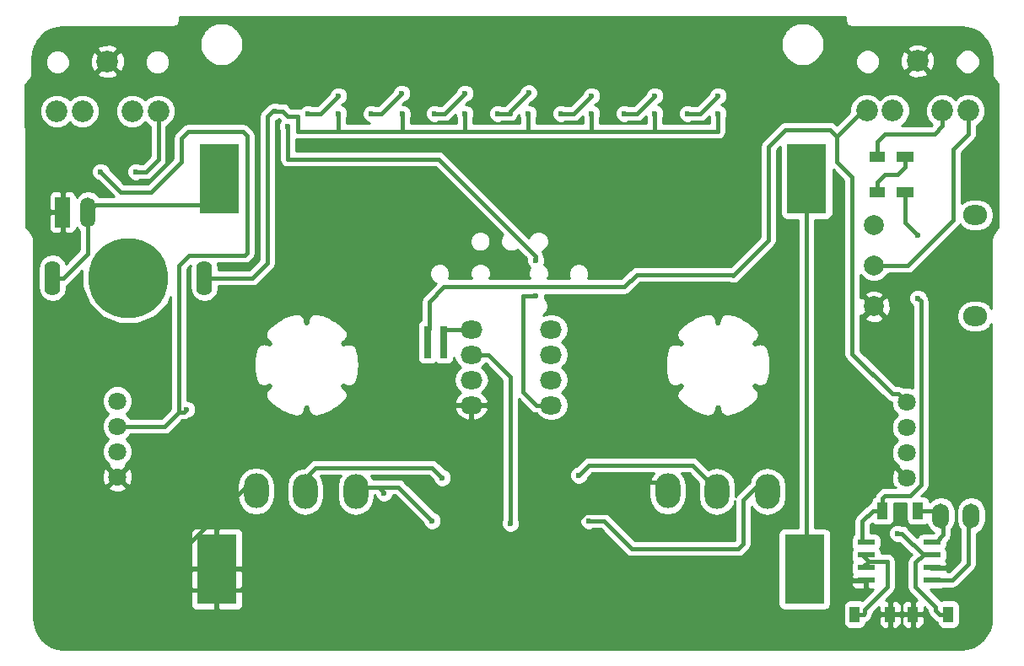
<source format=gbr>
G04 #@! TF.FileFunction,Copper,L2,Bot,Signal*
%FSLAX46Y46*%
G04 Gerber Fmt 4.6, Leading zero omitted, Abs format (unit mm)*
G04 Created by KiCad (PCBNEW 4.0.7-e0-6372~58~ubuntu16.04.1) date Wed May  1 15:56:19 2019*
%MOMM*%
%LPD*%
G01*
G04 APERTURE LIST*
%ADD10C,0.100000*%
%ADD11C,2.000000*%
%ADD12O,2.400000X2.000000*%
%ADD13R,0.800000X3.200000*%
%ADD14R,4.000000X7.000000*%
%ADD15R,1.600000X1.000000*%
%ADD16R,1.000000X1.600000*%
%ADD17C,1.800000*%
%ADD18R,1.510000X3.010000*%
%ADD19O,1.510000X3.010000*%
%ADD20C,2.181860*%
%ADD21R,1.700000X1.100000*%
%ADD22R,1.100000X1.700000*%
%ADD23O,2.200000X1.800000*%
%ADD24C,2.340000*%
%ADD25O,2.500000X3.500000*%
%ADD26O,1.700000X2.500000*%
%ADD27O,1.600000X3.500000*%
%ADD28C,8.000000*%
%ADD29R,1.750000X0.550000*%
%ADD30C,0.600000*%
%ADD31C,0.400000*%
%ADD32C,0.254000*%
G04 APERTURE END LIST*
D10*
D11*
X186340000Y-97350000D03*
X186340000Y-93250000D03*
X186340000Y-89150000D03*
D12*
X196500000Y-98330000D03*
X196500000Y-88170000D03*
D13*
X143160000Y-100930000D03*
X141560000Y-100930000D03*
D14*
X179590000Y-84500000D03*
X120590000Y-84500000D03*
X120370000Y-123726000D03*
X179370000Y-123726000D03*
D15*
X186690000Y-85852000D03*
X186690000Y-82296000D03*
D16*
X184404000Y-128270000D03*
X187960000Y-128270000D03*
X193802000Y-128270000D03*
X190246000Y-128270000D03*
D17*
X110390000Y-114470000D03*
X110390000Y-111930000D03*
X110390000Y-109390000D03*
X110390000Y-106850000D03*
X189620000Y-106970000D03*
X189620000Y-109510000D03*
X189620000Y-112050000D03*
X189620000Y-114590000D03*
D18*
X104902000Y-87884000D03*
D19*
X107442000Y-87884000D03*
D20*
X104304440Y-77750000D03*
X106902860Y-77750000D03*
X109402220Y-72751280D03*
X114500000Y-77750000D03*
X111901580Y-77750000D03*
X185615720Y-77695220D03*
X188214140Y-77695220D03*
X190713500Y-72696500D03*
X195811280Y-77695220D03*
X193212860Y-77695220D03*
D21*
X189484000Y-85852000D03*
X189484000Y-82296000D03*
D22*
X190754000Y-117856000D03*
X187198000Y-117856000D03*
D23*
X145920000Y-99650000D03*
X153940000Y-107270000D03*
X145920000Y-102190000D03*
X153940000Y-104730000D03*
X145920000Y-104730000D03*
X153940000Y-102190000D03*
X145920000Y-107270000D03*
X153940000Y-99650000D03*
D24*
X124340000Y-115696000D03*
X129260000Y-115696000D03*
X134340000Y-115696000D03*
D25*
X124332400Y-115899200D03*
X129260000Y-115950000D03*
X134340000Y-115950000D03*
D24*
X165660000Y-115696000D03*
X170580000Y-115696000D03*
X175660000Y-115696000D03*
D25*
X165652400Y-115899200D03*
X170580000Y-115950000D03*
X175660000Y-115950000D03*
D26*
X193040000Y-118364000D03*
X196088000Y-118364000D03*
D27*
X103886000Y-94488000D03*
X119126000Y-94488000D03*
D28*
X111506000Y-94488000D03*
D29*
X185564000Y-124841000D03*
X185564000Y-123571000D03*
X185564000Y-122301000D03*
X185564000Y-121031000D03*
X192168000Y-121031000D03*
X192168000Y-122301000D03*
X192168000Y-123571000D03*
X192168000Y-124841000D03*
D30*
X149860000Y-119126000D03*
X138990000Y-77990000D03*
X188722000Y-120142000D03*
X132588000Y-77978000D03*
X145288000Y-77978000D03*
X151638000Y-77978000D03*
X157988000Y-77978000D03*
X164342852Y-77982852D03*
X170688000Y-77978000D03*
X126200000Y-77724000D03*
X142240000Y-75946000D03*
X148336000Y-75946000D03*
X154686000Y-75946000D03*
X161036000Y-75946000D03*
X167386000Y-75946000D03*
X173736000Y-76200000D03*
X135890000Y-75946000D03*
X129540000Y-75946000D03*
X116840000Y-121666000D03*
X108712000Y-83820000D03*
X137160000Y-116078000D03*
X117348000Y-107696000D03*
X141986000Y-118872000D03*
X152400000Y-96266000D03*
X132588000Y-76200000D03*
X129540000Y-77978000D03*
X127508000Y-79248000D03*
X152400000Y-92710000D03*
X138938000Y-75946000D03*
X135907142Y-77995142D03*
X145288000Y-75946000D03*
X142240000Y-77978000D03*
X151688568Y-75895432D03*
X148590000Y-77978000D03*
X157988000Y-76200000D03*
X154940000Y-77978000D03*
X164338000Y-76200000D03*
X161290000Y-77978000D03*
X170688000Y-76200000D03*
X167640000Y-77978000D03*
X190754000Y-96520000D03*
X190754000Y-90170000D03*
X156718000Y-114300000D03*
X157734000Y-118872000D03*
X143002000Y-114554000D03*
X112268000Y-83820000D03*
D31*
X149860000Y-119126000D02*
X149860000Y-104394000D01*
X149860000Y-104394000D02*
X147656000Y-102190000D01*
X147656000Y-102190000D02*
X146120000Y-102190000D01*
X132588000Y-79756000D02*
X138870000Y-79756000D01*
X138870000Y-79756000D02*
X145288000Y-79756000D01*
X138990000Y-77990000D02*
X138990000Y-79636000D01*
X138990000Y-79636000D02*
X138870000Y-79756000D01*
X189132000Y-120142000D02*
X188722000Y-120142000D01*
X191291000Y-122301000D02*
X189132000Y-120142000D01*
X192532000Y-127508000D02*
X192532000Y-127900000D01*
X192532000Y-127900000D02*
X192902000Y-128270000D01*
X192902000Y-128270000D02*
X193802000Y-128270000D01*
X190500000Y-125476000D02*
X192532000Y-127508000D01*
X190500000Y-123092000D02*
X190500000Y-125476000D01*
X192566000Y-122301000D02*
X191291000Y-122301000D01*
X191291000Y-122301000D02*
X190500000Y-123092000D01*
X128524000Y-79756000D02*
X132588000Y-79756000D01*
X128524000Y-78232000D02*
X128524000Y-79756000D01*
X127508000Y-78232000D02*
X128524000Y-78232000D01*
X132588000Y-77978000D02*
X132588000Y-79756000D01*
X145288000Y-79756000D02*
X151638000Y-79756000D01*
X145288000Y-77978000D02*
X145288000Y-79756000D01*
X151638000Y-79756000D02*
X157988000Y-79756000D01*
X151638000Y-77978000D02*
X151638000Y-79756000D01*
X157988000Y-79756000D02*
X164338000Y-79756000D01*
X164338000Y-79756000D02*
X170688000Y-79756000D01*
X164342852Y-77982852D02*
X164342852Y-79751148D01*
X164342852Y-79751148D02*
X164338000Y-79756000D01*
X157988000Y-77978000D02*
X157988000Y-78402264D01*
X157988000Y-78402264D02*
X157988000Y-79756000D01*
X170688000Y-79756000D02*
X170688000Y-77978000D01*
X127000000Y-77724000D02*
X127508000Y-78232000D01*
X126200000Y-77724000D02*
X127000000Y-77724000D01*
X125984000Y-77724000D02*
X126200000Y-77724000D01*
X125476000Y-78232000D02*
X125984000Y-77724000D01*
X125476000Y-84582000D02*
X125476000Y-78232000D01*
X125476000Y-88646000D02*
X125476000Y-84582000D01*
X125476000Y-92964000D02*
X125476000Y-88646000D01*
X123952000Y-94488000D02*
X125476000Y-92964000D01*
X120226000Y-94488000D02*
X123952000Y-94488000D01*
X119126000Y-94488000D02*
X120226000Y-94488000D01*
X117094000Y-121663998D02*
X123533999Y-115223999D01*
X117094000Y-121920000D02*
X117094000Y-121663998D01*
X124460000Y-76708000D02*
X124460000Y-82296000D01*
X125768001Y-75399999D02*
X124460000Y-76708000D01*
X129540000Y-75946000D02*
X128993999Y-75399999D01*
X128993999Y-75399999D02*
X125768001Y-75399999D01*
X141986000Y-74676000D02*
X148336000Y-74676000D01*
X148336000Y-74676000D02*
X154686000Y-74676000D01*
X148336000Y-75946000D02*
X148336000Y-74676000D01*
X154686000Y-75946000D02*
X154686000Y-74676000D01*
X154686000Y-74676000D02*
X160782000Y-74676000D01*
X160782000Y-74676000D02*
X167386000Y-74676000D01*
X161036000Y-75946000D02*
X161036000Y-75521736D01*
X161036000Y-75521736D02*
X160782000Y-75267736D01*
X160782000Y-75267736D02*
X160782000Y-74676000D01*
X167386000Y-74676000D02*
X173736000Y-74676000D01*
X167386000Y-75946000D02*
X167386000Y-74676000D01*
X173736000Y-74676000D02*
X173736000Y-76200000D01*
X142240000Y-74930000D02*
X141986000Y-74676000D01*
X142240000Y-74930000D02*
X142240000Y-75946000D01*
X135890000Y-74676000D02*
X141986000Y-74676000D01*
X135890000Y-74676000D02*
X135890000Y-75946000D01*
X130810000Y-74676000D02*
X135890000Y-74676000D01*
X129540000Y-75946000D02*
X130810000Y-74676000D01*
X159727999Y-118071999D02*
X162795999Y-115003999D01*
X162795999Y-115003999D02*
X164853999Y-115003999D01*
X164853999Y-115003999D02*
X165660000Y-115003999D01*
X155702000Y-121666000D02*
X155702000Y-119719998D01*
X155702000Y-119719998D02*
X157349999Y-118071999D01*
X157349999Y-118071999D02*
X159727999Y-118071999D01*
X152400000Y-124968000D02*
X155702000Y-121666000D01*
X123638000Y-124968000D02*
X152400000Y-124968000D01*
X120360000Y-125846000D02*
X122760000Y-125846000D01*
X122760000Y-125846000D02*
X123638000Y-124968000D01*
X117094000Y-121920000D02*
X116840000Y-121666000D01*
X117348000Y-122174000D02*
X117094000Y-121920000D01*
X123533999Y-115223999D02*
X124340000Y-115223999D01*
X117348000Y-125234000D02*
X117348000Y-122174000D01*
X120360000Y-125846000D02*
X117960000Y-125846000D01*
X117960000Y-125846000D02*
X117348000Y-125234000D01*
X116586000Y-107950000D02*
X116586000Y-93218000D01*
X116586000Y-93218000D02*
X117602000Y-92202000D01*
X117602000Y-92202000D02*
X123190000Y-92202000D01*
X117500000Y-79820000D02*
X116840000Y-80480000D01*
X123190000Y-92202000D02*
X123444000Y-91948000D01*
X123444000Y-91948000D02*
X123444000Y-80254000D01*
X123444000Y-80254000D02*
X123010000Y-79820000D01*
X123010000Y-79820000D02*
X117500000Y-79820000D01*
X116840000Y-80480000D02*
X116840000Y-82804000D01*
X116840000Y-82804000D02*
X113792000Y-85852000D01*
X113792000Y-85852000D02*
X110744000Y-85852000D01*
X110744000Y-85852000D02*
X108712000Y-83820000D01*
X138591999Y-115477999D02*
X136652000Y-115477999D01*
X136652000Y-115477999D02*
X135240001Y-115477999D01*
X137160000Y-116078000D02*
X136860001Y-115778001D01*
X136860001Y-115778001D02*
X136860001Y-115686000D01*
X136860001Y-115686000D02*
X136652000Y-115477999D01*
X117094000Y-107950000D02*
X117348000Y-107696000D01*
X116586000Y-107950000D02*
X117094000Y-107950000D01*
X116586000Y-107950000D02*
X115146000Y-109390000D01*
X115146000Y-109390000D02*
X110390000Y-109390000D01*
X141986000Y-118872000D02*
X138591999Y-115477999D01*
X135240001Y-115477999D02*
X134340000Y-115477999D01*
X141694000Y-99568000D02*
X141694000Y-96866000D01*
X161280000Y-95390000D02*
X162520000Y-94150000D01*
X175768000Y-90678000D02*
X175768000Y-81282000D01*
X141694000Y-96866000D02*
X143170000Y-95390000D01*
X143170000Y-95390000D02*
X161280000Y-95390000D01*
X162520000Y-94150000D02*
X172128000Y-94150000D01*
X172128000Y-94150000D02*
X172212000Y-94234000D01*
X181942000Y-79580000D02*
X182626000Y-80264000D01*
X172212000Y-94234000D02*
X175768000Y-90678000D01*
X175768000Y-81282000D02*
X177470000Y-79580000D01*
X177470000Y-79580000D02*
X181942000Y-79580000D01*
X189620000Y-106970000D02*
X188770001Y-106120001D01*
X185194780Y-77695220D02*
X185615720Y-77695220D01*
X188770001Y-106120001D02*
X188162001Y-106120001D01*
X188162001Y-106120001D02*
X184150000Y-102108000D01*
X184150000Y-102108000D02*
X184150000Y-84328000D01*
X184150000Y-84328000D02*
X182626000Y-82804000D01*
X182626000Y-82804000D02*
X182626000Y-80264000D01*
X182626000Y-80264000D02*
X185194780Y-77695220D01*
X187452000Y-80010000D02*
X186690000Y-80772000D01*
X186690000Y-80772000D02*
X186690000Y-82296000D01*
X192440888Y-80010000D02*
X187452000Y-80010000D01*
X193212860Y-77695220D02*
X193212860Y-79238028D01*
X193212860Y-79238028D02*
X192440888Y-80010000D01*
X120552000Y-87170000D02*
X108156000Y-87170000D01*
X108156000Y-87170000D02*
X107442000Y-87884000D01*
X107442000Y-87884000D02*
X107442000Y-92032000D01*
X104986000Y-94488000D02*
X103886000Y-94488000D01*
X107442000Y-92032000D02*
X104986000Y-94488000D01*
X151100000Y-96270000D02*
X151100000Y-97506000D01*
X151100000Y-97506000D02*
X151130000Y-97536000D01*
X151971736Y-96270000D02*
X151100000Y-96270000D01*
X152400000Y-96266000D02*
X151975736Y-96266000D01*
X151975736Y-96266000D02*
X151971736Y-96270000D01*
X151130000Y-105918000D02*
X151130000Y-97536000D01*
X152482000Y-107270000D02*
X151130000Y-105918000D01*
X153740000Y-107270000D02*
X152482000Y-107270000D01*
X129540000Y-77978000D02*
X130810000Y-77978000D01*
X130810000Y-77978000D02*
X132588000Y-76200000D01*
X187706000Y-122936000D02*
X186436000Y-122936000D01*
X186436000Y-122936000D02*
X185801000Y-122936000D01*
X185801000Y-122936000D02*
X185166000Y-123571000D01*
X184404000Y-128270000D02*
X185304000Y-128270000D01*
X185304000Y-128270000D02*
X185420000Y-128154000D01*
X185801000Y-122936000D02*
X185166000Y-122301000D01*
X185420000Y-128154000D02*
X185420000Y-127762000D01*
X185420000Y-127762000D02*
X187706000Y-125476000D01*
X187706000Y-125476000D02*
X187706000Y-122936000D01*
X142664264Y-82550000D02*
X127508000Y-82550000D01*
X127508000Y-79248000D02*
X127508000Y-82550000D01*
X152400000Y-92710000D02*
X152400000Y-92285736D01*
X152400000Y-92285736D02*
X142664264Y-82550000D01*
X195834000Y-123190000D02*
X194183000Y-124841000D01*
X194183000Y-124841000D02*
X192566000Y-124841000D01*
X195834000Y-118364000D02*
X195834000Y-123190000D01*
X138938000Y-75946000D02*
X136888858Y-77995142D01*
X136888858Y-77995142D02*
X135907142Y-77995142D01*
X143256000Y-77978000D02*
X145288000Y-75946000D01*
X142240000Y-77978000D02*
X143256000Y-77978000D01*
X149860000Y-77724000D02*
X151688568Y-75895432D01*
X149860000Y-77978000D02*
X149860000Y-77724000D01*
X148590000Y-77978000D02*
X149860000Y-77978000D01*
X156210000Y-77978000D02*
X157988000Y-76200000D01*
X154940000Y-77978000D02*
X156210000Y-77978000D01*
X162560000Y-77978000D02*
X164338000Y-76200000D01*
X161290000Y-77978000D02*
X162560000Y-77978000D01*
X168910000Y-77978000D02*
X170688000Y-76200000D01*
X167640000Y-77978000D02*
X168910000Y-77978000D01*
X186690000Y-85852000D02*
X186690000Y-84836000D01*
X186690000Y-84836000D02*
X187452000Y-84074000D01*
X187452000Y-84074000D02*
X188722000Y-84074000D01*
X189484000Y-83312000D02*
X189484000Y-82296000D01*
X188722000Y-84074000D02*
X189484000Y-83312000D01*
X190754000Y-96520000D02*
X191053999Y-96819999D01*
X187472000Y-116332000D02*
X187198000Y-116606000D01*
X191053999Y-96819999D02*
X191053999Y-115228003D01*
X191053999Y-115228003D02*
X189950002Y-116332000D01*
X189950002Y-116332000D02*
X187472000Y-116332000D01*
X187198000Y-116606000D02*
X187198000Y-117856000D01*
X189484000Y-85852000D02*
X189484000Y-88900000D01*
X189484000Y-88900000D02*
X190754000Y-90170000D01*
X187198000Y-117856000D02*
X186248000Y-117856000D01*
X186248000Y-117856000D02*
X185166000Y-118938000D01*
X185166000Y-118938000D02*
X185166000Y-120356000D01*
X185166000Y-120356000D02*
X185166000Y-121031000D01*
X193294000Y-118364000D02*
X193294000Y-120303000D01*
X193294000Y-120303000D02*
X192566000Y-121031000D01*
X190754000Y-117856000D02*
X192786000Y-117856000D01*
X192786000Y-117856000D02*
X193294000Y-118364000D01*
X157734000Y-113284000D02*
X168134000Y-113284000D01*
X168134000Y-113284000D02*
X169853999Y-115003999D01*
X169853999Y-115003999D02*
X170580000Y-115003999D01*
X156718000Y-114300000D02*
X157734000Y-113284000D01*
X173228000Y-121158000D02*
X173228000Y-116789998D01*
X173228000Y-116789998D02*
X174759999Y-115257999D01*
X174759999Y-115257999D02*
X175660000Y-115257999D01*
X172720000Y-121666000D02*
X173228000Y-121158000D01*
X162052000Y-121666000D02*
X172720000Y-121666000D01*
X159258000Y-118872000D02*
X162052000Y-121666000D01*
X157734000Y-118872000D02*
X159258000Y-118872000D01*
X143002000Y-114554000D02*
X141986000Y-113538000D01*
X141986000Y-113538000D02*
X130302000Y-113538000D01*
X130302000Y-113538000D02*
X129260000Y-114580000D01*
X129260000Y-114580000D02*
X129260000Y-115223999D01*
X179552000Y-87884000D02*
X179552000Y-124304000D01*
X179552000Y-124304000D02*
X179396000Y-124460000D01*
X146120000Y-99650000D02*
X143376000Y-99650000D01*
X143376000Y-99650000D02*
X143294000Y-99568000D01*
X186340000Y-93250000D02*
X187754213Y-93250000D01*
X187754213Y-93250000D02*
X187786213Y-93218000D01*
X187786213Y-93218000D02*
X189738000Y-93218000D01*
X195834000Y-80010000D02*
X195811280Y-79987280D01*
X195811280Y-79987280D02*
X195811280Y-77695220D01*
X194310000Y-81534000D02*
X195834000Y-80010000D01*
X194310000Y-88646000D02*
X194310000Y-81534000D01*
X189738000Y-93218000D02*
X194310000Y-88646000D01*
X113284000Y-83820000D02*
X112268000Y-83820000D01*
X114500000Y-82604000D02*
X113284000Y-83820000D01*
X114500000Y-77750000D02*
X114500000Y-82604000D01*
D32*
G36*
X183461877Y-68603443D02*
X183514020Y-68865581D01*
X183662509Y-69087811D01*
X183884739Y-69236300D01*
X184146877Y-69288443D01*
X195076206Y-69288443D01*
X195729985Y-69357339D01*
X196301604Y-69542835D01*
X196819378Y-69836322D01*
X197271455Y-70225186D01*
X197644274Y-70695327D01*
X197924375Y-71231426D01*
X198099351Y-71818175D01*
X198161129Y-72479012D01*
X198161129Y-73943620D01*
X198177839Y-74027627D01*
X198182440Y-74113153D01*
X198203676Y-74157518D01*
X198213272Y-74205758D01*
X198260857Y-74276975D01*
X198297838Y-74354231D01*
X198380038Y-74463994D01*
X198380041Y-74463997D01*
X198380043Y-74464001D01*
X198462238Y-74573752D01*
X198544438Y-74683515D01*
X198544440Y-74683517D01*
X198626638Y-74793277D01*
X198626641Y-74793280D01*
X198626643Y-74793284D01*
X198708836Y-74903032D01*
X198708836Y-74903033D01*
X198791036Y-75012796D01*
X198791042Y-75012801D01*
X198791045Y-75012808D01*
X198818057Y-75048875D01*
X198815430Y-76654556D01*
X198815430Y-76654557D01*
X198812430Y-78488519D01*
X198812430Y-78488520D01*
X198809430Y-80322481D01*
X198809430Y-80322482D01*
X198806430Y-82156443D01*
X198806430Y-82156444D01*
X198803430Y-83990404D01*
X198803430Y-83990405D01*
X198800430Y-85824366D01*
X198800430Y-85824367D01*
X198797430Y-87658328D01*
X198797430Y-87658329D01*
X198794758Y-89292068D01*
X198739658Y-89377976D01*
X198576498Y-89632360D01*
X198576497Y-89632363D01*
X198576494Y-89632366D01*
X198494918Y-89759555D01*
X198413338Y-89886747D01*
X198413337Y-89886748D01*
X198413335Y-89886751D01*
X198331758Y-90013941D01*
X198250178Y-90141133D01*
X198227857Y-90198013D01*
X198193912Y-90248816D01*
X198179510Y-90321217D01*
X198152544Y-90389936D01*
X198153690Y-90451026D01*
X198141769Y-90510954D01*
X198141769Y-97547582D01*
X197892070Y-97173880D01*
X197361637Y-96819457D01*
X196735950Y-96695000D01*
X196264050Y-96695000D01*
X195638363Y-96819457D01*
X195107930Y-97173880D01*
X194753507Y-97704313D01*
X194629050Y-98330000D01*
X194753507Y-98955687D01*
X195107930Y-99486120D01*
X195638363Y-99840543D01*
X196264050Y-99965000D01*
X196735950Y-99965000D01*
X197361637Y-99840543D01*
X197892070Y-99486120D01*
X198141769Y-99112418D01*
X198141769Y-128626534D01*
X198076960Y-129277292D01*
X197901011Y-129853689D01*
X197621999Y-130378337D01*
X197252036Y-130837308D01*
X196804182Y-131216362D01*
X196291596Y-131502207D01*
X195726000Y-131682757D01*
X195080035Y-131749716D01*
X104938503Y-131749716D01*
X104302034Y-131681484D01*
X103755451Y-131499505D01*
X103264949Y-131212401D01*
X102838277Y-130831824D01*
X102486361Y-130370970D01*
X102221024Y-129844987D01*
X102053488Y-129270187D01*
X101990764Y-128630864D01*
X101990764Y-124011750D01*
X117735000Y-124011750D01*
X117735000Y-127352310D01*
X117831673Y-127585699D01*
X118010302Y-127764327D01*
X118243691Y-127861000D01*
X120084250Y-127861000D01*
X120243000Y-127702250D01*
X120243000Y-123853000D01*
X120497000Y-123853000D01*
X120497000Y-127702250D01*
X120655750Y-127861000D01*
X122496309Y-127861000D01*
X122729698Y-127764327D01*
X122908327Y-127585699D01*
X123005000Y-127352310D01*
X123005000Y-124011750D01*
X122846250Y-123853000D01*
X120497000Y-123853000D01*
X120243000Y-123853000D01*
X117893750Y-123853000D01*
X117735000Y-124011750D01*
X101990764Y-124011750D01*
X101990764Y-120099690D01*
X117735000Y-120099690D01*
X117735000Y-123440250D01*
X117893750Y-123599000D01*
X120243000Y-123599000D01*
X120243000Y-119749750D01*
X120497000Y-119749750D01*
X120497000Y-123599000D01*
X122846250Y-123599000D01*
X123005000Y-123440250D01*
X123005000Y-120099690D01*
X122908327Y-119866301D01*
X122729698Y-119687673D01*
X122496309Y-119591000D01*
X120655750Y-119591000D01*
X120497000Y-119749750D01*
X120243000Y-119749750D01*
X120084250Y-119591000D01*
X118243691Y-119591000D01*
X118010302Y-119687673D01*
X117831673Y-119866301D01*
X117735000Y-120099690D01*
X101990764Y-120099690D01*
X101990764Y-115550159D01*
X109489446Y-115550159D01*
X109575852Y-115806643D01*
X110149336Y-116016458D01*
X110759460Y-115990839D01*
X111204148Y-115806643D01*
X111290554Y-115550159D01*
X110390000Y-114649605D01*
X109489446Y-115550159D01*
X101990764Y-115550159D01*
X101990764Y-114229336D01*
X108843542Y-114229336D01*
X108869161Y-114839460D01*
X109053357Y-115284148D01*
X109309841Y-115370554D01*
X110210395Y-114470000D01*
X110569605Y-114470000D01*
X111470159Y-115370554D01*
X111523823Y-115352475D01*
X122447400Y-115352475D01*
X122447400Y-116445925D01*
X122590887Y-117167283D01*
X122999504Y-117778821D01*
X123611042Y-118187438D01*
X124332400Y-118330925D01*
X125053758Y-118187438D01*
X125665296Y-117778821D01*
X126073913Y-117167283D01*
X126217400Y-116445925D01*
X126217400Y-115403275D01*
X127375000Y-115403275D01*
X127375000Y-116496725D01*
X127518487Y-117218083D01*
X127927104Y-117829621D01*
X128538642Y-118238238D01*
X129260000Y-118381725D01*
X129981358Y-118238238D01*
X130592896Y-117829621D01*
X131001513Y-117218083D01*
X131145000Y-116496725D01*
X131145000Y-115403275D01*
X131001513Y-114681917D01*
X130795101Y-114373000D01*
X132804899Y-114373000D01*
X132598487Y-114681917D01*
X132455000Y-115403275D01*
X132455000Y-116496725D01*
X132598487Y-117218083D01*
X133007104Y-117829621D01*
X133618642Y-118238238D01*
X134340000Y-118381725D01*
X135061358Y-118238238D01*
X135672896Y-117829621D01*
X136081513Y-117218083D01*
X136225000Y-116496725D01*
X136225000Y-116312999D01*
X136232526Y-116312999D01*
X136266335Y-116363598D01*
X136366883Y-116606943D01*
X136629673Y-116870192D01*
X136973201Y-117012838D01*
X137345167Y-117013162D01*
X137688943Y-116871117D01*
X137952192Y-116608327D01*
X138074824Y-116312999D01*
X138246131Y-116312999D01*
X141093465Y-119160333D01*
X141192883Y-119400943D01*
X141455673Y-119664192D01*
X141799201Y-119806838D01*
X142171167Y-119807162D01*
X142514943Y-119665117D01*
X142778192Y-119402327D01*
X142920838Y-119058799D01*
X142921162Y-118686833D01*
X142779117Y-118343057D01*
X142516327Y-118079808D01*
X142274090Y-117979222D01*
X139182433Y-114887565D01*
X139161443Y-114873540D01*
X138911540Y-114706560D01*
X138591999Y-114642999D01*
X136055509Y-114642999D01*
X135875101Y-114373000D01*
X141640132Y-114373000D01*
X142109465Y-114842333D01*
X142208883Y-115082943D01*
X142471673Y-115346192D01*
X142815201Y-115488838D01*
X143187167Y-115489162D01*
X143530943Y-115347117D01*
X143794192Y-115084327D01*
X143936838Y-114740799D01*
X143937162Y-114368833D01*
X143795117Y-114025057D01*
X143532327Y-113761808D01*
X143290090Y-113661222D01*
X142576434Y-112947566D01*
X142305541Y-112766561D01*
X141986000Y-112703000D01*
X130302000Y-112703000D01*
X129982460Y-112766560D01*
X129711566Y-112947566D01*
X129111273Y-113547859D01*
X128538642Y-113661762D01*
X127927104Y-114070379D01*
X127518487Y-114681917D01*
X127375000Y-115403275D01*
X126217400Y-115403275D01*
X126217400Y-115352475D01*
X126073913Y-114631117D01*
X125665296Y-114019579D01*
X125053758Y-113610962D01*
X124332400Y-113467475D01*
X123611042Y-113610962D01*
X122999504Y-114019579D01*
X122590887Y-114631117D01*
X122447400Y-115352475D01*
X111523823Y-115352475D01*
X111726643Y-115284148D01*
X111936458Y-114710664D01*
X111910839Y-114100540D01*
X111726643Y-113655852D01*
X111470159Y-113569446D01*
X110569605Y-114470000D01*
X110210395Y-114470000D01*
X109309841Y-113569446D01*
X109053357Y-113655852D01*
X108843542Y-114229336D01*
X101990764Y-114229336D01*
X101990764Y-93491275D01*
X102451000Y-93491275D01*
X102451000Y-95484725D01*
X102560233Y-96033876D01*
X102871302Y-96499423D01*
X103336849Y-96810492D01*
X103886000Y-96919725D01*
X104435151Y-96810492D01*
X104900698Y-96499423D01*
X105211767Y-96033876D01*
X105321000Y-95484725D01*
X105321000Y-95249110D01*
X105576434Y-95078434D01*
X106871613Y-93783256D01*
X106870197Y-95405914D01*
X107574347Y-97110087D01*
X108877055Y-98415071D01*
X110579997Y-99122194D01*
X112423914Y-99123803D01*
X114128087Y-98419653D01*
X115433071Y-97116945D01*
X115751000Y-96351287D01*
X115751000Y-107604132D01*
X114800132Y-108555000D01*
X111705857Y-108555000D01*
X111692068Y-108521629D01*
X111290818Y-108119677D01*
X111690551Y-107720643D01*
X111924733Y-107156670D01*
X111925265Y-106546009D01*
X111692068Y-105981629D01*
X111260643Y-105549449D01*
X110696670Y-105315267D01*
X110086009Y-105314735D01*
X109521629Y-105547932D01*
X109089449Y-105979357D01*
X108855267Y-106543330D01*
X108854735Y-107153991D01*
X109087932Y-107718371D01*
X109489182Y-108120323D01*
X109089449Y-108519357D01*
X108855267Y-109083330D01*
X108854735Y-109693991D01*
X109087932Y-110258371D01*
X109489182Y-110660323D01*
X109089449Y-111059357D01*
X108855267Y-111623330D01*
X108854735Y-112233991D01*
X109087932Y-112798371D01*
X109519357Y-113230551D01*
X109540194Y-113239203D01*
X109489446Y-113389841D01*
X110390000Y-114290395D01*
X111290554Y-113389841D01*
X111239965Y-113239673D01*
X111258371Y-113232068D01*
X111690551Y-112800643D01*
X111924733Y-112236670D01*
X111925265Y-111626009D01*
X111692068Y-111061629D01*
X111290818Y-110659677D01*
X111690551Y-110260643D01*
X111705351Y-110225000D01*
X115146000Y-110225000D01*
X115465541Y-110161439D01*
X115736434Y-109980434D01*
X116931868Y-108785000D01*
X117094000Y-108785000D01*
X117413541Y-108721439D01*
X117573739Y-108614398D01*
X117876943Y-108489117D01*
X118140192Y-108226327D01*
X118282838Y-107882799D01*
X118283162Y-107510833D01*
X118141117Y-107167057D01*
X117878327Y-106903808D01*
X117534799Y-106761162D01*
X117421000Y-106761063D01*
X117421000Y-103204041D01*
X124080581Y-103204041D01*
X124082313Y-103213329D01*
X124080610Y-103222622D01*
X124082010Y-103315203D01*
X124083435Y-103321840D01*
X124082342Y-103328536D01*
X124085542Y-103421005D01*
X124087098Y-103427623D01*
X124086134Y-103434356D01*
X124091134Y-103526686D01*
X124092915Y-103533648D01*
X124092043Y-103540782D01*
X124098943Y-103632952D01*
X124100771Y-103639530D01*
X124100076Y-103646318D01*
X124108776Y-103738299D01*
X124110801Y-103745069D01*
X124110224Y-103752110D01*
X124120784Y-103843870D01*
X124122916Y-103850505D01*
X124122486Y-103857462D01*
X124134876Y-103948972D01*
X124137122Y-103955509D01*
X124136832Y-103962417D01*
X124151032Y-104053648D01*
X124153475Y-104060325D01*
X124153322Y-104067435D01*
X124169382Y-104158365D01*
X124171901Y-104164838D01*
X124171890Y-104171781D01*
X124189760Y-104262381D01*
X124192404Y-104268794D01*
X124192531Y-104275727D01*
X124212201Y-104365957D01*
X124215032Y-104372454D01*
X124215306Y-104379537D01*
X124236816Y-104469387D01*
X124239726Y-104475711D01*
X124240134Y-104482660D01*
X124263444Y-104572100D01*
X124266510Y-104578426D01*
X124267063Y-104585434D01*
X124292183Y-104674424D01*
X124295361Y-104680657D01*
X124296051Y-104687619D01*
X124322971Y-104776148D01*
X124326272Y-104782314D01*
X124327102Y-104789260D01*
X124355812Y-104877289D01*
X124391596Y-104941021D01*
X124415409Y-105010124D01*
X124456393Y-105056425D01*
X124486665Y-105110340D01*
X124544114Y-105155526D01*
X124592559Y-105210257D01*
X124648141Y-105237350D01*
X124696741Y-105275576D01*
X124767106Y-105295337D01*
X124832811Y-105327364D01*
X124911362Y-105348024D01*
X124977637Y-105352061D01*
X125041800Y-105369153D01*
X125109736Y-105360108D01*
X125178141Y-105364275D01*
X125240915Y-105342643D01*
X125306736Y-105333880D01*
X125461572Y-105281068D01*
X125616785Y-105228818D01*
X125616788Y-105228818D01*
X125716500Y-105195252D01*
X125749426Y-105259701D01*
X125768003Y-105283214D01*
X125778629Y-105311234D01*
X125828330Y-105390717D01*
X125749139Y-105460302D01*
X125748705Y-105460869D01*
X125748087Y-105461228D01*
X125625635Y-105569272D01*
X125502652Y-105677332D01*
X125462955Y-105729168D01*
X125413638Y-105771943D01*
X125382494Y-105834235D01*
X125340149Y-105889529D01*
X125323312Y-105952606D01*
X125294115Y-106011003D01*
X125273455Y-106086452D01*
X125267915Y-106164442D01*
X125249662Y-106240471D01*
X125258534Y-106296488D01*
X125254516Y-106353054D01*
X125279242Y-106427226D01*
X125291474Y-106504454D01*
X125321106Y-106552808D01*
X125339041Y-106606610D01*
X125390272Y-106665676D01*
X125431125Y-106732342D01*
X125556903Y-106868407D01*
X125568223Y-106876631D01*
X125576009Y-106888260D01*
X125706783Y-107018783D01*
X125718397Y-107026527D01*
X125726622Y-107037805D01*
X125862195Y-107162671D01*
X125874082Y-107169925D01*
X125882730Y-107180838D01*
X126022920Y-107299948D01*
X126035069Y-107306711D01*
X126044133Y-107317253D01*
X126188740Y-107430486D01*
X126201138Y-107436752D01*
X126210608Y-107446916D01*
X126359449Y-107554163D01*
X126372060Y-107559917D01*
X126381906Y-107569674D01*
X126534783Y-107670828D01*
X126547611Y-107676074D01*
X126557834Y-107685428D01*
X126714560Y-107780378D01*
X126727590Y-107785110D01*
X126738183Y-107794054D01*
X126898566Y-107882684D01*
X126911775Y-107886893D01*
X126922717Y-107895409D01*
X127086565Y-107977608D01*
X127099921Y-107981285D01*
X127111186Y-107989353D01*
X127278307Y-108065023D01*
X127291833Y-108068173D01*
X127303440Y-108075804D01*
X127473649Y-108144824D01*
X127487305Y-108147435D01*
X127499218Y-108154602D01*
X127672315Y-108216862D01*
X127686091Y-108218929D01*
X127698304Y-108225626D01*
X127874101Y-108281016D01*
X127887977Y-108282533D01*
X127900478Y-108288749D01*
X128078788Y-108337159D01*
X128092743Y-108338120D01*
X128105509Y-108343840D01*
X128286135Y-108385160D01*
X128366303Y-108387448D01*
X128445100Y-108402381D01*
X128498639Y-108391226D01*
X128553300Y-108392786D01*
X128628237Y-108364223D01*
X128706754Y-108347864D01*
X128751946Y-108317071D01*
X128803047Y-108297594D01*
X128861353Y-108242525D01*
X128927629Y-108197366D01*
X128984469Y-108139486D01*
X129019213Y-108086454D01*
X129064173Y-108041755D01*
X129091738Y-107975753D01*
X129130938Y-107915919D01*
X129142743Y-107853627D01*
X129167175Y-107795126D01*
X129199735Y-107633896D01*
X129199739Y-107632600D01*
X129200234Y-107631402D01*
X129232025Y-107470915D01*
X129253894Y-107362622D01*
X129430221Y-107367104D01*
X129463225Y-107361407D01*
X129478130Y-107363279D01*
X129499550Y-107469688D01*
X129531811Y-107630460D01*
X129563735Y-107791622D01*
X129588389Y-107851274D01*
X129600385Y-107914694D01*
X129638938Y-107973584D01*
X129665821Y-108038631D01*
X129711423Y-108084305D01*
X129746778Y-108138311D01*
X129801038Y-108193601D01*
X129866888Y-108238501D01*
X129924725Y-108293328D01*
X129976262Y-108313079D01*
X130021863Y-108344173D01*
X130099880Y-108360456D01*
X130174298Y-108388976D01*
X130229469Y-108387502D01*
X130283499Y-108398778D01*
X130361809Y-108383965D01*
X130441476Y-108381836D01*
X130622174Y-108340846D01*
X130634947Y-108335151D01*
X130648898Y-108334216D01*
X130827289Y-108286136D01*
X130839790Y-108279948D01*
X130853663Y-108278458D01*
X131029554Y-108223398D01*
X131041787Y-108216720D01*
X131055574Y-108214677D01*
X131228782Y-108152737D01*
X131240707Y-108145593D01*
X131254363Y-108143008D01*
X131424686Y-108074308D01*
X131436307Y-108066699D01*
X131449845Y-108063572D01*
X131617101Y-107988212D01*
X131628386Y-107980161D01*
X131641758Y-107976506D01*
X131805753Y-107894605D01*
X131816716Y-107886105D01*
X131829940Y-107881917D01*
X131990480Y-107793577D01*
X132001066Y-107784671D01*
X132014077Y-107779974D01*
X132170973Y-107685324D01*
X132181225Y-107675979D01*
X132194074Y-107670752D01*
X132248718Y-107634740D01*
X144228964Y-107634740D01*
X144241525Y-107700025D01*
X144518631Y-108233079D01*
X144978634Y-108619513D01*
X145551503Y-108800496D01*
X145793000Y-108649262D01*
X145793000Y-107397000D01*
X146047000Y-107397000D01*
X146047000Y-108649262D01*
X146288497Y-108800496D01*
X146861366Y-108619513D01*
X147321369Y-108233079D01*
X147598475Y-107700025D01*
X147611036Y-107634740D01*
X147490378Y-107397000D01*
X146047000Y-107397000D01*
X145793000Y-107397000D01*
X144349622Y-107397000D01*
X144228964Y-107634740D01*
X132248718Y-107634740D01*
X132347133Y-107569883D01*
X132357003Y-107560138D01*
X132369629Y-107554405D01*
X132518662Y-107447432D01*
X132528139Y-107437297D01*
X132540536Y-107431061D01*
X132685349Y-107318101D01*
X132694430Y-107307578D01*
X132706589Y-107300840D01*
X132846994Y-107182000D01*
X132855676Y-107171087D01*
X132867591Y-107163845D01*
X133003392Y-107039226D01*
X133011635Y-107027966D01*
X133023257Y-107020248D01*
X133154264Y-106889972D01*
X133162067Y-106878364D01*
X133173399Y-106870163D01*
X133299426Y-106734336D01*
X133338725Y-106670472D01*
X133388493Y-106614388D01*
X133408089Y-106557750D01*
X133439499Y-106506707D01*
X133451366Y-106432669D01*
X133475885Y-106361805D01*
X133472315Y-106301976D01*
X133481800Y-106242802D01*
X133464432Y-106169861D01*
X133459965Y-106095006D01*
X133439815Y-106018006D01*
X133408733Y-105954037D01*
X133389987Y-105885431D01*
X133350893Y-105835000D01*
X133323007Y-105777608D01*
X133269812Y-105730403D01*
X133226238Y-105674193D01*
X133102362Y-105566632D01*
X132979470Y-105458462D01*
X132902357Y-105390311D01*
X133015581Y-105195447D01*
X133109488Y-105227472D01*
X133110874Y-105227657D01*
X133112088Y-105228353D01*
X133269538Y-105281344D01*
X133269540Y-105281345D01*
X133427156Y-105334575D01*
X133490384Y-105342799D01*
X133550561Y-105363857D01*
X133621620Y-105359868D01*
X133692197Y-105369048D01*
X133753754Y-105352451D01*
X133817414Y-105348878D01*
X133897514Y-105328218D01*
X133965250Y-105295600D01*
X134037599Y-105275172D01*
X134084499Y-105238176D01*
X134138322Y-105212258D01*
X134188421Y-105156200D01*
X134247444Y-105109641D01*
X134276616Y-105057514D01*
X134316423Y-105012972D01*
X134341254Y-104942013D01*
X134377970Y-104876407D01*
X134406550Y-104788358D01*
X134407373Y-104781385D01*
X134410678Y-104775190D01*
X134437458Y-104686650D01*
X134438139Y-104679673D01*
X134441313Y-104673425D01*
X134466293Y-104584415D01*
X134466835Y-104577415D01*
X134469888Y-104571091D01*
X134493058Y-104481641D01*
X134493458Y-104474653D01*
X134496374Y-104468289D01*
X134517734Y-104378429D01*
X134517991Y-104371482D01*
X134520760Y-104365108D01*
X134540320Y-104274859D01*
X134540441Y-104267789D01*
X134543125Y-104261250D01*
X134560846Y-104170650D01*
X134560824Y-104163741D01*
X134563320Y-104157299D01*
X134579240Y-104066369D01*
X134579078Y-104059332D01*
X134581488Y-104052719D01*
X134595568Y-103961489D01*
X134595266Y-103954510D01*
X134597525Y-103947903D01*
X134609775Y-103856403D01*
X134609332Y-103849409D01*
X134611466Y-103842731D01*
X134621876Y-103750981D01*
X134621303Y-103744125D01*
X134623268Y-103737531D01*
X134631868Y-103645561D01*
X134631127Y-103638397D01*
X134633040Y-103631454D01*
X134639740Y-103539294D01*
X134638899Y-103532533D01*
X134640580Y-103525932D01*
X134645480Y-103433612D01*
X134644455Y-103426511D01*
X134646083Y-103419520D01*
X134649083Y-103327060D01*
X134647914Y-103319994D01*
X134649395Y-103312986D01*
X134650495Y-103220426D01*
X134648760Y-103211130D01*
X134650463Y-103201830D01*
X134649063Y-103110129D01*
X134647704Y-103103802D01*
X134648751Y-103097414D01*
X134645651Y-103005824D01*
X134644085Y-102999141D01*
X134645062Y-102992345D01*
X134640162Y-102900895D01*
X134638462Y-102894234D01*
X134639306Y-102887413D01*
X134632606Y-102796112D01*
X134630669Y-102789102D01*
X134631411Y-102781867D01*
X134622811Y-102690767D01*
X134620877Y-102684298D01*
X134621436Y-102677570D01*
X134611076Y-102586679D01*
X134608966Y-102580090D01*
X134609402Y-102573184D01*
X134597242Y-102482534D01*
X134594984Y-102475936D01*
X134595284Y-102468968D01*
X134581314Y-102378588D01*
X134578921Y-102372026D01*
X134579081Y-102365042D01*
X134563301Y-102274952D01*
X134560822Y-102268555D01*
X134560844Y-102261693D01*
X134543294Y-102171933D01*
X134540669Y-102165538D01*
X134540555Y-102158627D01*
X134521225Y-102069217D01*
X134518469Y-102062864D01*
X134518217Y-102055943D01*
X134497107Y-101966904D01*
X134494213Y-101960579D01*
X134493821Y-101953635D01*
X134470931Y-101865005D01*
X134467906Y-101858728D01*
X134467374Y-101851780D01*
X134442704Y-101763580D01*
X134439565Y-101757386D01*
X134438897Y-101750474D01*
X134412457Y-101662724D01*
X134409213Y-101656628D01*
X134408413Y-101649768D01*
X134380223Y-101562508D01*
X134345076Y-101499499D01*
X134321952Y-101431162D01*
X134280605Y-101383922D01*
X134250020Y-101329093D01*
X134193437Y-101284331D01*
X134145921Y-101230044D01*
X134089642Y-101202222D01*
X134040405Y-101163272D01*
X133971003Y-101143572D01*
X133906326Y-101111599D01*
X133823646Y-101089359D01*
X133755864Y-101084850D01*
X133690247Y-101067296D01*
X133623821Y-101076067D01*
X133556961Y-101071620D01*
X133492617Y-101093392D01*
X133425273Y-101102285D01*
X133269536Y-101155218D01*
X133114009Y-101207575D01*
X133113707Y-101207748D01*
X133113363Y-101207793D01*
X133020131Y-101239282D01*
X132981273Y-101163591D01*
X132963069Y-101140644D01*
X132952681Y-101113252D01*
X132908039Y-101041862D01*
X132981118Y-100977651D01*
X132981562Y-100977071D01*
X132982192Y-100976705D01*
X133104751Y-100868566D01*
X133227621Y-100760605D01*
X133285116Y-100685527D01*
X133350930Y-100617618D01*
X133393310Y-100551988D01*
X133410447Y-100508709D01*
X133438052Y-100471231D01*
X133459217Y-100385542D01*
X133491708Y-100303486D01*
X133490979Y-100256948D01*
X133502141Y-100211755D01*
X133488903Y-100124493D01*
X133487520Y-100036245D01*
X133469034Y-99993523D01*
X133462053Y-99947505D01*
X133416432Y-99871955D01*
X133381381Y-99790950D01*
X133347955Y-99758555D01*
X133323894Y-99718710D01*
X133196849Y-99579461D01*
X133185380Y-99571013D01*
X133177522Y-99559129D01*
X133045270Y-99425590D01*
X133033503Y-99417645D01*
X133025194Y-99406129D01*
X132887945Y-99278418D01*
X132875888Y-99270975D01*
X132867137Y-99259832D01*
X132725089Y-99138062D01*
X132712767Y-99131132D01*
X132703590Y-99120377D01*
X132556951Y-99004668D01*
X132544375Y-98998253D01*
X132534783Y-98987894D01*
X132383752Y-98878362D01*
X132370936Y-98872467D01*
X132360938Y-98862512D01*
X132205713Y-98759275D01*
X132192683Y-98753911D01*
X132182305Y-98744382D01*
X132023087Y-98647552D01*
X132009846Y-98642718D01*
X131999085Y-98633613D01*
X131836076Y-98543313D01*
X131822661Y-98539023D01*
X131811548Y-98530367D01*
X131644952Y-98446707D01*
X131631355Y-98442958D01*
X131619888Y-98434751D01*
X131449903Y-98357851D01*
X131436149Y-98354653D01*
X131424341Y-98346906D01*
X131251172Y-98276886D01*
X131237281Y-98274245D01*
X131225155Y-98266977D01*
X131048993Y-98203947D01*
X131034982Y-98201869D01*
X131022549Y-98195089D01*
X130843606Y-98139169D01*
X130829484Y-98137659D01*
X130816744Y-98131372D01*
X130635213Y-98082682D01*
X130612188Y-98081167D01*
X130590864Y-98072354D01*
X130416167Y-98037748D01*
X130416147Y-98037739D01*
X130416124Y-98037739D01*
X130414080Y-98037334D01*
X130373061Y-98037366D01*
X130333516Y-98026289D01*
X130241531Y-98037341D01*
X130148874Y-98037130D01*
X130147868Y-98037544D01*
X130146807Y-98037545D01*
X130108915Y-98053275D01*
X130068151Y-98058173D01*
X129987395Y-98103586D01*
X129901713Y-98138848D01*
X129900948Y-98139609D01*
X129899959Y-98140020D01*
X129870964Y-98169061D01*
X129835187Y-98189180D01*
X129835180Y-98189186D01*
X129777946Y-98262052D01*
X129712291Y-98327408D01*
X129665791Y-98396658D01*
X129665459Y-98397453D01*
X129664853Y-98398060D01*
X129614063Y-98520740D01*
X129562948Y-98643354D01*
X129562946Y-98644212D01*
X129562617Y-98645007D01*
X129530819Y-98805020D01*
X129498444Y-98965383D01*
X129478931Y-99062008D01*
X129300982Y-99057499D01*
X129267407Y-99063297D01*
X129251530Y-99061331D01*
X129232999Y-98968951D01*
X129201123Y-98807517D01*
X129200720Y-98806540D01*
X129200718Y-98805483D01*
X129168168Y-98643221D01*
X129142459Y-98581439D01*
X129129405Y-98515812D01*
X129091617Y-98459258D01*
X129065485Y-98396459D01*
X129018092Y-98349220D01*
X128980916Y-98293582D01*
X128916836Y-98229502D01*
X128852746Y-98186679D01*
X128796720Y-98133745D01*
X128742687Y-98113140D01*
X128694606Y-98081013D01*
X128619010Y-98065976D01*
X128546989Y-98038511D01*
X128489184Y-98040152D01*
X128432468Y-98028870D01*
X128356872Y-98043907D01*
X128279823Y-98046094D01*
X128099498Y-98087314D01*
X128086762Y-98093018D01*
X128072840Y-98093973D01*
X127894824Y-98142253D01*
X127882342Y-98148456D01*
X127868486Y-98149966D01*
X127692967Y-98205207D01*
X127680767Y-98211892D01*
X127667008Y-98213951D01*
X127494182Y-98276041D01*
X127482301Y-98283183D01*
X127468681Y-98285780D01*
X127298729Y-98354600D01*
X127287138Y-98362213D01*
X127273629Y-98365351D01*
X127106751Y-98440801D01*
X127095488Y-98448859D01*
X127082133Y-98452527D01*
X126918514Y-98534497D01*
X126907600Y-98542981D01*
X126894427Y-98547169D01*
X126734256Y-98635539D01*
X126723678Y-98644458D01*
X126710669Y-98649171D01*
X126554136Y-98743841D01*
X126543920Y-98753174D01*
X126531109Y-98758401D01*
X126378407Y-98859259D01*
X126368558Y-98869004D01*
X126355950Y-98874743D01*
X126207270Y-98981683D01*
X126197817Y-98991812D01*
X126185443Y-98998051D01*
X126040974Y-99110956D01*
X126031917Y-99121470D01*
X126019785Y-99128207D01*
X125879715Y-99246969D01*
X125871064Y-99257862D01*
X125859184Y-99265095D01*
X125723707Y-99389606D01*
X125715484Y-99400855D01*
X125703884Y-99408571D01*
X125573186Y-99538721D01*
X125565403Y-99550317D01*
X125554094Y-99558512D01*
X125428369Y-99694187D01*
X125385665Y-99763683D01*
X125332762Y-99825770D01*
X125316348Y-99876488D01*
X125288440Y-99921905D01*
X125275581Y-100002454D01*
X125250466Y-100080058D01*
X125254710Y-100133194D01*
X125246306Y-100185836D01*
X125265250Y-100265171D01*
X125271744Y-100346483D01*
X125296044Y-100432262D01*
X125323948Y-100486870D01*
X125339591Y-100546161D01*
X125384171Y-100604724D01*
X125417661Y-100670264D01*
X125464334Y-100710033D01*
X125501478Y-100758828D01*
X125626017Y-100868897D01*
X125627337Y-100869666D01*
X125628269Y-100870879D01*
X125752170Y-100979421D01*
X125824199Y-101043082D01*
X125710032Y-101239331D01*
X125619802Y-101208858D01*
X125619800Y-101208858D01*
X125619797Y-101208856D01*
X125462181Y-101155626D01*
X125462163Y-101155624D01*
X125462148Y-101155615D01*
X125304535Y-101102395D01*
X125238643Y-101093828D01*
X125175754Y-101072382D01*
X125107408Y-101076765D01*
X125039492Y-101067935D01*
X124975339Y-101085235D01*
X124909028Y-101089488D01*
X124823758Y-101112208D01*
X124757789Y-101144626D01*
X124687116Y-101164811D01*
X124639007Y-101202996D01*
X124583883Y-101230085D01*
X124535342Y-101285279D01*
X124477772Y-101330974D01*
X124447940Y-101384659D01*
X124407375Y-101430784D01*
X124383650Y-101500355D01*
X124347950Y-101564601D01*
X124319930Y-101651820D01*
X124319133Y-101658749D01*
X124315867Y-101664914D01*
X124289618Y-101752614D01*
X124288968Y-101759472D01*
X124285864Y-101765622D01*
X124261364Y-101853782D01*
X124260844Y-101860727D01*
X124257830Y-101867008D01*
X124235110Y-101955587D01*
X124234736Y-101962419D01*
X124231897Y-101968645D01*
X124210927Y-102057625D01*
X124210683Y-102064561D01*
X124207931Y-102070931D01*
X124188741Y-102160291D01*
X124188635Y-102167276D01*
X124185993Y-102173743D01*
X124168603Y-102263443D01*
X124168637Y-102270341D01*
X124166154Y-102276779D01*
X124150544Y-102366799D01*
X124150716Y-102373791D01*
X124148332Y-102380364D01*
X124134532Y-102470673D01*
X124134839Y-102477535D01*
X124132625Y-102484035D01*
X124120605Y-102574615D01*
X124121051Y-102581525D01*
X124118948Y-102588125D01*
X124108728Y-102678945D01*
X124109316Y-102685906D01*
X124107330Y-102692602D01*
X124098930Y-102783632D01*
X124099648Y-102790489D01*
X124097818Y-102797138D01*
X124091218Y-102888347D01*
X124092070Y-102895178D01*
X124090375Y-102901849D01*
X124085575Y-102993219D01*
X124086560Y-103000019D01*
X124085000Y-103006708D01*
X124082000Y-103098208D01*
X124083178Y-103105348D01*
X124081681Y-103112430D01*
X124080581Y-103204041D01*
X117421000Y-103204041D01*
X117421000Y-93563868D01*
X117740017Y-93244851D01*
X117691000Y-93491275D01*
X117691000Y-95484725D01*
X117800233Y-96033876D01*
X118111302Y-96499423D01*
X118576849Y-96810492D01*
X119126000Y-96919725D01*
X119675151Y-96810492D01*
X120140698Y-96499423D01*
X120451767Y-96033876D01*
X120561000Y-95484725D01*
X120561000Y-95323000D01*
X123952000Y-95323000D01*
X124271541Y-95259439D01*
X124542434Y-95078434D01*
X126066434Y-93554434D01*
X126101341Y-93502192D01*
X126247439Y-93283541D01*
X126311000Y-92964000D01*
X126311000Y-91024971D01*
X145774821Y-91024971D01*
X145932058Y-91405515D01*
X146222954Y-91696919D01*
X146603223Y-91854820D01*
X147014971Y-91855179D01*
X147395515Y-91697942D01*
X147686919Y-91407046D01*
X147844820Y-91026777D01*
X147845179Y-90615029D01*
X147687942Y-90234485D01*
X147397046Y-89943081D01*
X147016777Y-89785180D01*
X146605029Y-89784821D01*
X146224485Y-89942058D01*
X145933081Y-90232954D01*
X145775180Y-90613223D01*
X145774821Y-91024971D01*
X126311000Y-91024971D01*
X126311000Y-78659097D01*
X126385167Y-78659162D01*
X126627578Y-78559000D01*
X126654132Y-78559000D01*
X126764348Y-78669217D01*
X126715808Y-78717673D01*
X126573162Y-79061201D01*
X126572838Y-79433167D01*
X126673000Y-79675578D01*
X126673000Y-82550000D01*
X126736561Y-82869541D01*
X126917566Y-83140434D01*
X127188459Y-83321439D01*
X127508000Y-83385000D01*
X142318396Y-83385000D01*
X149094778Y-90161382D01*
X149023081Y-90232954D01*
X148865180Y-90613223D01*
X148864821Y-91024971D01*
X149022058Y-91405515D01*
X149312954Y-91696919D01*
X149693223Y-91854820D01*
X150104971Y-91855179D01*
X150485515Y-91697942D01*
X150558490Y-91625094D01*
X151465155Y-92531759D01*
X151464838Y-92895167D01*
X151606883Y-93238943D01*
X151821807Y-93454243D01*
X151813081Y-93462954D01*
X151655180Y-93843223D01*
X151654821Y-94254971D01*
X151778790Y-94555000D01*
X147740987Y-94555000D01*
X147864820Y-94256777D01*
X147865179Y-93845029D01*
X147707942Y-93464485D01*
X147417046Y-93173081D01*
X147036777Y-93015180D01*
X146625029Y-93014821D01*
X146244485Y-93172058D01*
X145953081Y-93462954D01*
X145795180Y-93843223D01*
X145794821Y-94254971D01*
X145918790Y-94555000D01*
X143650987Y-94555000D01*
X143774820Y-94256777D01*
X143775179Y-93845029D01*
X143617942Y-93464485D01*
X143327046Y-93173081D01*
X142946777Y-93015180D01*
X142535029Y-93014821D01*
X142154485Y-93172058D01*
X141863081Y-93462954D01*
X141705180Y-93843223D01*
X141704821Y-94254971D01*
X141862058Y-94635515D01*
X142152954Y-94926919D01*
X142364409Y-95014723D01*
X141103566Y-96275566D01*
X140922561Y-96546459D01*
X140859000Y-96866000D01*
X140859000Y-98769104D01*
X140708559Y-98865910D01*
X140563569Y-99078110D01*
X140512560Y-99330000D01*
X140512560Y-102530000D01*
X140556838Y-102765317D01*
X140695910Y-102981441D01*
X140908110Y-103126431D01*
X141160000Y-103177440D01*
X141960000Y-103177440D01*
X142195317Y-103133162D01*
X142361477Y-103026241D01*
X142508110Y-103126431D01*
X142760000Y-103177440D01*
X143560000Y-103177440D01*
X143795317Y-103133162D01*
X144011441Y-102994090D01*
X144156431Y-102781890D01*
X144207440Y-102530000D01*
X144207440Y-102473698D01*
X144267854Y-102777419D01*
X144600600Y-103275409D01*
X144876860Y-103460000D01*
X144600600Y-103644591D01*
X144267854Y-104142581D01*
X144151009Y-104730000D01*
X144267854Y-105317419D01*
X144600600Y-105815409D01*
X144880828Y-106002651D01*
X144518631Y-106306921D01*
X144241525Y-106839975D01*
X144228964Y-106905260D01*
X144349622Y-107143000D01*
X145793000Y-107143000D01*
X145793000Y-107123000D01*
X146047000Y-107123000D01*
X146047000Y-107143000D01*
X147490378Y-107143000D01*
X147611036Y-106905260D01*
X147598475Y-106839975D01*
X147321369Y-106306921D01*
X146959172Y-106002651D01*
X147239400Y-105815409D01*
X147572146Y-105317419D01*
X147688991Y-104730000D01*
X147572146Y-104142581D01*
X147239400Y-103644591D01*
X146963140Y-103460000D01*
X147239400Y-103275409D01*
X147368031Y-103082899D01*
X149025000Y-104739868D01*
X149025000Y-118698766D01*
X148925162Y-118939201D01*
X148924838Y-119311167D01*
X149066883Y-119654943D01*
X149329673Y-119918192D01*
X149673201Y-120060838D01*
X150045167Y-120061162D01*
X150388943Y-119919117D01*
X150652192Y-119656327D01*
X150794838Y-119312799D01*
X150795162Y-118940833D01*
X150695000Y-118698422D01*
X150695000Y-114485167D01*
X155782838Y-114485167D01*
X155924883Y-114828943D01*
X156187673Y-115092192D01*
X156531201Y-115234838D01*
X156903167Y-115235162D01*
X157246943Y-115093117D01*
X157510192Y-114830327D01*
X157610778Y-114588090D01*
X158079868Y-114119000D01*
X164253073Y-114119000D01*
X163910887Y-114631117D01*
X163767400Y-115352475D01*
X163767400Y-116445925D01*
X163910887Y-117167283D01*
X164319504Y-117778821D01*
X164931042Y-118187438D01*
X165652400Y-118330925D01*
X166373758Y-118187438D01*
X166985296Y-117778821D01*
X167393913Y-117167283D01*
X167537400Y-116445925D01*
X167537400Y-115352475D01*
X167393913Y-114631117D01*
X167051727Y-114119000D01*
X167788132Y-114119000D01*
X168757616Y-115088484D01*
X168695000Y-115403275D01*
X168695000Y-116496725D01*
X168838487Y-117218083D01*
X169247104Y-117829621D01*
X169858642Y-118238238D01*
X170580000Y-118381725D01*
X171301358Y-118238238D01*
X171912896Y-117829621D01*
X172321513Y-117218083D01*
X172393000Y-116858694D01*
X172393000Y-120812131D01*
X172374132Y-120831000D01*
X162397868Y-120831000D01*
X159848434Y-118281566D01*
X159783589Y-118238238D01*
X159577541Y-118100561D01*
X159258000Y-118037000D01*
X158161234Y-118037000D01*
X157920799Y-117937162D01*
X157548833Y-117936838D01*
X157205057Y-118078883D01*
X156941808Y-118341673D01*
X156799162Y-118685201D01*
X156798838Y-119057167D01*
X156940883Y-119400943D01*
X157203673Y-119664192D01*
X157547201Y-119806838D01*
X157919167Y-119807162D01*
X158161578Y-119707000D01*
X158912132Y-119707000D01*
X161461566Y-122256434D01*
X161732460Y-122437440D01*
X162052000Y-122501000D01*
X172720000Y-122501000D01*
X173039541Y-122437439D01*
X173310434Y-122256434D01*
X173818434Y-121748435D01*
X173908936Y-121612988D01*
X173999439Y-121477541D01*
X174063000Y-121158000D01*
X174063000Y-117434362D01*
X174327104Y-117829621D01*
X174938642Y-118238238D01*
X175660000Y-118381725D01*
X176381358Y-118238238D01*
X176992896Y-117829621D01*
X177401513Y-117218083D01*
X177545000Y-116496725D01*
X177545000Y-115403275D01*
X177401513Y-114681917D01*
X176992896Y-114070379D01*
X176381358Y-113661762D01*
X175660000Y-113518275D01*
X174938642Y-113661762D01*
X174327104Y-114070379D01*
X173918487Y-114681917D01*
X173859707Y-114977423D01*
X172637566Y-116199564D01*
X172465000Y-116457827D01*
X172465000Y-115403275D01*
X172321513Y-114681917D01*
X171912896Y-114070379D01*
X171301358Y-113661762D01*
X170580000Y-113518275D01*
X169858642Y-113661762D01*
X169759125Y-113728257D01*
X168724434Y-112693566D01*
X168453541Y-112512561D01*
X168134000Y-112449000D01*
X157734000Y-112449000D01*
X157414459Y-112512561D01*
X157143566Y-112693566D01*
X156429667Y-113407465D01*
X156189057Y-113506883D01*
X155925808Y-113769673D01*
X155783162Y-114113201D01*
X155782838Y-114485167D01*
X150695000Y-114485167D01*
X150695000Y-106663868D01*
X151891566Y-107860434D01*
X152162460Y-108041440D01*
X152448880Y-108098412D01*
X152620600Y-108355409D01*
X153118590Y-108688155D01*
X153706009Y-108805000D01*
X154173991Y-108805000D01*
X154761410Y-108688155D01*
X155259400Y-108355409D01*
X155592146Y-107857419D01*
X155708991Y-107270000D01*
X155592146Y-106682581D01*
X155259400Y-106184591D01*
X154983140Y-106000000D01*
X155259400Y-105815409D01*
X155592146Y-105317419D01*
X155708991Y-104730000D01*
X155592146Y-104142581D01*
X155259400Y-103644591D01*
X154983140Y-103460000D01*
X155259400Y-103275409D01*
X155307086Y-103204041D01*
X165378252Y-103204041D01*
X165379984Y-103213329D01*
X165378281Y-103222622D01*
X165379681Y-103315203D01*
X165381106Y-103321840D01*
X165380013Y-103328536D01*
X165383213Y-103421005D01*
X165384769Y-103427623D01*
X165383805Y-103434356D01*
X165388805Y-103526686D01*
X165390586Y-103533648D01*
X165389714Y-103540782D01*
X165396614Y-103632952D01*
X165398442Y-103639530D01*
X165397747Y-103646318D01*
X165406447Y-103738299D01*
X165408472Y-103745069D01*
X165407895Y-103752110D01*
X165418455Y-103843870D01*
X165420587Y-103850505D01*
X165420157Y-103857462D01*
X165432547Y-103948972D01*
X165434793Y-103955509D01*
X165434503Y-103962417D01*
X165448703Y-104053648D01*
X165451146Y-104060325D01*
X165450993Y-104067435D01*
X165467053Y-104158365D01*
X165469572Y-104164838D01*
X165469561Y-104171781D01*
X165487431Y-104262381D01*
X165490075Y-104268794D01*
X165490202Y-104275727D01*
X165509872Y-104365957D01*
X165512703Y-104372454D01*
X165512977Y-104379537D01*
X165534487Y-104469387D01*
X165537397Y-104475711D01*
X165537805Y-104482660D01*
X165561115Y-104572100D01*
X165564181Y-104578426D01*
X165564734Y-104585434D01*
X165589854Y-104674424D01*
X165593032Y-104680657D01*
X165593722Y-104687619D01*
X165620642Y-104776148D01*
X165623943Y-104782314D01*
X165624773Y-104789260D01*
X165653483Y-104877289D01*
X165689267Y-104941021D01*
X165713080Y-105010124D01*
X165754064Y-105056425D01*
X165784336Y-105110340D01*
X165841785Y-105155526D01*
X165890230Y-105210257D01*
X165945812Y-105237350D01*
X165994412Y-105275576D01*
X166064777Y-105295337D01*
X166130482Y-105327364D01*
X166209033Y-105348024D01*
X166275308Y-105352061D01*
X166339471Y-105369153D01*
X166407407Y-105360108D01*
X166475812Y-105364275D01*
X166538586Y-105342643D01*
X166604407Y-105333880D01*
X166759243Y-105281068D01*
X166914456Y-105228818D01*
X166914459Y-105228818D01*
X167014171Y-105195252D01*
X167047097Y-105259701D01*
X167065674Y-105283214D01*
X167076300Y-105311234D01*
X167126001Y-105390717D01*
X167046810Y-105460302D01*
X167046376Y-105460869D01*
X167045758Y-105461228D01*
X166923306Y-105569272D01*
X166800323Y-105677332D01*
X166760626Y-105729168D01*
X166711309Y-105771943D01*
X166680165Y-105834235D01*
X166637820Y-105889529D01*
X166620983Y-105952606D01*
X166591786Y-106011003D01*
X166571126Y-106086452D01*
X166565586Y-106164442D01*
X166547333Y-106240471D01*
X166556205Y-106296488D01*
X166552187Y-106353054D01*
X166576913Y-106427226D01*
X166589145Y-106504454D01*
X166618777Y-106552808D01*
X166636712Y-106606610D01*
X166687943Y-106665676D01*
X166728796Y-106732342D01*
X166854574Y-106868407D01*
X166865894Y-106876631D01*
X166873680Y-106888260D01*
X167004454Y-107018783D01*
X167016068Y-107026527D01*
X167024293Y-107037805D01*
X167159866Y-107162671D01*
X167171753Y-107169925D01*
X167180401Y-107180838D01*
X167320591Y-107299948D01*
X167332740Y-107306711D01*
X167341804Y-107317253D01*
X167486411Y-107430486D01*
X167498809Y-107436752D01*
X167508279Y-107446916D01*
X167657120Y-107554163D01*
X167669731Y-107559917D01*
X167679577Y-107569674D01*
X167832454Y-107670828D01*
X167845282Y-107676074D01*
X167855505Y-107685428D01*
X168012231Y-107780378D01*
X168025261Y-107785110D01*
X168035854Y-107794054D01*
X168196237Y-107882684D01*
X168209446Y-107886893D01*
X168220388Y-107895409D01*
X168384236Y-107977608D01*
X168397592Y-107981285D01*
X168408857Y-107989353D01*
X168575978Y-108065023D01*
X168589504Y-108068173D01*
X168601111Y-108075804D01*
X168771320Y-108144824D01*
X168784976Y-108147435D01*
X168796889Y-108154602D01*
X168969986Y-108216862D01*
X168983762Y-108218929D01*
X168995975Y-108225626D01*
X169171772Y-108281016D01*
X169185648Y-108282533D01*
X169198149Y-108288749D01*
X169376459Y-108337159D01*
X169390414Y-108338120D01*
X169403180Y-108343840D01*
X169583806Y-108385160D01*
X169663974Y-108387448D01*
X169742771Y-108402381D01*
X169796310Y-108391226D01*
X169850971Y-108392786D01*
X169925908Y-108364223D01*
X170004425Y-108347864D01*
X170049617Y-108317071D01*
X170100718Y-108297594D01*
X170159024Y-108242525D01*
X170225300Y-108197366D01*
X170282140Y-108139486D01*
X170316884Y-108086454D01*
X170361844Y-108041755D01*
X170389409Y-107975753D01*
X170428609Y-107915919D01*
X170440414Y-107853627D01*
X170464846Y-107795126D01*
X170497406Y-107633896D01*
X170497410Y-107632600D01*
X170497905Y-107631402D01*
X170529696Y-107470915D01*
X170551565Y-107362622D01*
X170727892Y-107367104D01*
X170760896Y-107361407D01*
X170775801Y-107363279D01*
X170797221Y-107469688D01*
X170829482Y-107630460D01*
X170861406Y-107791622D01*
X170886060Y-107851274D01*
X170898056Y-107914694D01*
X170936609Y-107973584D01*
X170963492Y-108038631D01*
X171009094Y-108084305D01*
X171044449Y-108138311D01*
X171098709Y-108193601D01*
X171164559Y-108238501D01*
X171222396Y-108293328D01*
X171273933Y-108313079D01*
X171319534Y-108344173D01*
X171397551Y-108360456D01*
X171471969Y-108388976D01*
X171527140Y-108387502D01*
X171581170Y-108398778D01*
X171659480Y-108383965D01*
X171739147Y-108381836D01*
X171919845Y-108340846D01*
X171932618Y-108335151D01*
X171946569Y-108334216D01*
X172124960Y-108286136D01*
X172137461Y-108279948D01*
X172151334Y-108278458D01*
X172327225Y-108223398D01*
X172339458Y-108216720D01*
X172353245Y-108214677D01*
X172526453Y-108152737D01*
X172538378Y-108145593D01*
X172552034Y-108143008D01*
X172722357Y-108074308D01*
X172733978Y-108066699D01*
X172747516Y-108063572D01*
X172914772Y-107988212D01*
X172926057Y-107980161D01*
X172939429Y-107976506D01*
X173103424Y-107894605D01*
X173114387Y-107886105D01*
X173127611Y-107881917D01*
X173288151Y-107793577D01*
X173298737Y-107784671D01*
X173311748Y-107779974D01*
X173468644Y-107685324D01*
X173478896Y-107675979D01*
X173491745Y-107670752D01*
X173644804Y-107569883D01*
X173654674Y-107560138D01*
X173667300Y-107554405D01*
X173816333Y-107447432D01*
X173825810Y-107437297D01*
X173838207Y-107431061D01*
X173983020Y-107318101D01*
X173992101Y-107307578D01*
X174004260Y-107300840D01*
X174144665Y-107182000D01*
X174153347Y-107171087D01*
X174165262Y-107163845D01*
X174301063Y-107039226D01*
X174309306Y-107027966D01*
X174320928Y-107020248D01*
X174451935Y-106889972D01*
X174459738Y-106878364D01*
X174471070Y-106870163D01*
X174597097Y-106734336D01*
X174636396Y-106670472D01*
X174686164Y-106614388D01*
X174705760Y-106557750D01*
X174737170Y-106506707D01*
X174749037Y-106432669D01*
X174773556Y-106361805D01*
X174769986Y-106301976D01*
X174779471Y-106242802D01*
X174762103Y-106169861D01*
X174757636Y-106095006D01*
X174737486Y-106018006D01*
X174706404Y-105954037D01*
X174687658Y-105885431D01*
X174648564Y-105835000D01*
X174620678Y-105777608D01*
X174567483Y-105730403D01*
X174523909Y-105674193D01*
X174400033Y-105566632D01*
X174277141Y-105458462D01*
X174200028Y-105390311D01*
X174313252Y-105195447D01*
X174407159Y-105227472D01*
X174408545Y-105227657D01*
X174409759Y-105228353D01*
X174567209Y-105281344D01*
X174567211Y-105281345D01*
X174724827Y-105334575D01*
X174788055Y-105342799D01*
X174848232Y-105363857D01*
X174919291Y-105359868D01*
X174989868Y-105369048D01*
X175051425Y-105352451D01*
X175115085Y-105348878D01*
X175195185Y-105328218D01*
X175262921Y-105295600D01*
X175335270Y-105275172D01*
X175382170Y-105238176D01*
X175435993Y-105212258D01*
X175486092Y-105156200D01*
X175545115Y-105109641D01*
X175574287Y-105057514D01*
X175614094Y-105012972D01*
X175638925Y-104942013D01*
X175675641Y-104876407D01*
X175704221Y-104788358D01*
X175705044Y-104781385D01*
X175708349Y-104775190D01*
X175735129Y-104686650D01*
X175735810Y-104679673D01*
X175738984Y-104673425D01*
X175763964Y-104584415D01*
X175764506Y-104577415D01*
X175767559Y-104571091D01*
X175790729Y-104481641D01*
X175791129Y-104474653D01*
X175794045Y-104468289D01*
X175815405Y-104378429D01*
X175815662Y-104371482D01*
X175818431Y-104365108D01*
X175837991Y-104274859D01*
X175838112Y-104267789D01*
X175840796Y-104261250D01*
X175858517Y-104170650D01*
X175858495Y-104163741D01*
X175860991Y-104157299D01*
X175876911Y-104066369D01*
X175876749Y-104059332D01*
X175879159Y-104052719D01*
X175893239Y-103961489D01*
X175892937Y-103954510D01*
X175895196Y-103947903D01*
X175907446Y-103856403D01*
X175907003Y-103849409D01*
X175909137Y-103842731D01*
X175919547Y-103750981D01*
X175918974Y-103744125D01*
X175920939Y-103737531D01*
X175929539Y-103645561D01*
X175928798Y-103638397D01*
X175930711Y-103631454D01*
X175937411Y-103539294D01*
X175936570Y-103532533D01*
X175938251Y-103525932D01*
X175943151Y-103433612D01*
X175942126Y-103426511D01*
X175943754Y-103419520D01*
X175946754Y-103327060D01*
X175945585Y-103319994D01*
X175947066Y-103312986D01*
X175948166Y-103220426D01*
X175946431Y-103211130D01*
X175948134Y-103201830D01*
X175946734Y-103110129D01*
X175945375Y-103103802D01*
X175946422Y-103097414D01*
X175943322Y-103005824D01*
X175941756Y-102999141D01*
X175942733Y-102992345D01*
X175937833Y-102900895D01*
X175936133Y-102894234D01*
X175936977Y-102887413D01*
X175930277Y-102796112D01*
X175928340Y-102789102D01*
X175929082Y-102781867D01*
X175920482Y-102690767D01*
X175918548Y-102684298D01*
X175919107Y-102677570D01*
X175908747Y-102586679D01*
X175906637Y-102580090D01*
X175907073Y-102573184D01*
X175894913Y-102482534D01*
X175892655Y-102475936D01*
X175892955Y-102468968D01*
X175878985Y-102378588D01*
X175876592Y-102372026D01*
X175876752Y-102365042D01*
X175860972Y-102274952D01*
X175858493Y-102268555D01*
X175858515Y-102261693D01*
X175840965Y-102171933D01*
X175838340Y-102165538D01*
X175838226Y-102158627D01*
X175818896Y-102069217D01*
X175816140Y-102062864D01*
X175815888Y-102055943D01*
X175794778Y-101966904D01*
X175791884Y-101960579D01*
X175791492Y-101953635D01*
X175768602Y-101865005D01*
X175765577Y-101858728D01*
X175765045Y-101851780D01*
X175740375Y-101763580D01*
X175737236Y-101757386D01*
X175736568Y-101750474D01*
X175710128Y-101662724D01*
X175706884Y-101656628D01*
X175706084Y-101649768D01*
X175677894Y-101562508D01*
X175642747Y-101499499D01*
X175619623Y-101431162D01*
X175578276Y-101383922D01*
X175547691Y-101329093D01*
X175491108Y-101284331D01*
X175443592Y-101230044D01*
X175387313Y-101202222D01*
X175338076Y-101163272D01*
X175268674Y-101143572D01*
X175203997Y-101111599D01*
X175121317Y-101089359D01*
X175053535Y-101084850D01*
X174987918Y-101067296D01*
X174921492Y-101076067D01*
X174854632Y-101071620D01*
X174790288Y-101093392D01*
X174722944Y-101102285D01*
X174567207Y-101155218D01*
X174411680Y-101207575D01*
X174411378Y-101207748D01*
X174411034Y-101207793D01*
X174317802Y-101239282D01*
X174278944Y-101163591D01*
X174260740Y-101140644D01*
X174250352Y-101113252D01*
X174205710Y-101041862D01*
X174278789Y-100977651D01*
X174279233Y-100977071D01*
X174279863Y-100976705D01*
X174402422Y-100868566D01*
X174525292Y-100760605D01*
X174582787Y-100685527D01*
X174648601Y-100617618D01*
X174690981Y-100551988D01*
X174708118Y-100508709D01*
X174735723Y-100471231D01*
X174756888Y-100385542D01*
X174789379Y-100303486D01*
X174788650Y-100256948D01*
X174799812Y-100211755D01*
X174786574Y-100124493D01*
X174785191Y-100036245D01*
X174766705Y-99993523D01*
X174759724Y-99947505D01*
X174714103Y-99871955D01*
X174679052Y-99790950D01*
X174645626Y-99758555D01*
X174621565Y-99718710D01*
X174494520Y-99579461D01*
X174483051Y-99571013D01*
X174475193Y-99559129D01*
X174342941Y-99425590D01*
X174331174Y-99417645D01*
X174322865Y-99406129D01*
X174185616Y-99278418D01*
X174173559Y-99270975D01*
X174164808Y-99259832D01*
X174022760Y-99138062D01*
X174010438Y-99131132D01*
X174001261Y-99120377D01*
X173854622Y-99004668D01*
X173842046Y-98998253D01*
X173832454Y-98987894D01*
X173681423Y-98878362D01*
X173668607Y-98872467D01*
X173658609Y-98862512D01*
X173503384Y-98759275D01*
X173490354Y-98753911D01*
X173479976Y-98744382D01*
X173320758Y-98647552D01*
X173307517Y-98642718D01*
X173296756Y-98633613D01*
X173133747Y-98543313D01*
X173120332Y-98539023D01*
X173109219Y-98530367D01*
X172942623Y-98446707D01*
X172929026Y-98442958D01*
X172917559Y-98434751D01*
X172747574Y-98357851D01*
X172733820Y-98354653D01*
X172722012Y-98346906D01*
X172548843Y-98276886D01*
X172534952Y-98274245D01*
X172522826Y-98266977D01*
X172346664Y-98203947D01*
X172332653Y-98201869D01*
X172320220Y-98195089D01*
X172141277Y-98139169D01*
X172127155Y-98137659D01*
X172114415Y-98131372D01*
X171932884Y-98082682D01*
X171909859Y-98081167D01*
X171888535Y-98072354D01*
X171713838Y-98037748D01*
X171713818Y-98037739D01*
X171713795Y-98037739D01*
X171711751Y-98037334D01*
X171670732Y-98037366D01*
X171631187Y-98026289D01*
X171539202Y-98037341D01*
X171446545Y-98037130D01*
X171445539Y-98037544D01*
X171444478Y-98037545D01*
X171406586Y-98053275D01*
X171365822Y-98058173D01*
X171285066Y-98103586D01*
X171199384Y-98138848D01*
X171198619Y-98139609D01*
X171197630Y-98140020D01*
X171168635Y-98169061D01*
X171132858Y-98189180D01*
X171132851Y-98189186D01*
X171075617Y-98262052D01*
X171009962Y-98327408D01*
X170963462Y-98396658D01*
X170963130Y-98397453D01*
X170962524Y-98398060D01*
X170911734Y-98520740D01*
X170860619Y-98643354D01*
X170860617Y-98644212D01*
X170860288Y-98645007D01*
X170828490Y-98805020D01*
X170796115Y-98965383D01*
X170776602Y-99062008D01*
X170598653Y-99057499D01*
X170565078Y-99063297D01*
X170549201Y-99061331D01*
X170530670Y-98968951D01*
X170498794Y-98807517D01*
X170498391Y-98806540D01*
X170498389Y-98805483D01*
X170465839Y-98643221D01*
X170440130Y-98581439D01*
X170427076Y-98515812D01*
X170389288Y-98459258D01*
X170363156Y-98396459D01*
X170315763Y-98349220D01*
X170278587Y-98293582D01*
X170214507Y-98229502D01*
X170150417Y-98186679D01*
X170094391Y-98133745D01*
X170040358Y-98113140D01*
X169992277Y-98081013D01*
X169916681Y-98065976D01*
X169844660Y-98038511D01*
X169786855Y-98040152D01*
X169730139Y-98028870D01*
X169654543Y-98043907D01*
X169577494Y-98046094D01*
X169397169Y-98087314D01*
X169384433Y-98093018D01*
X169370511Y-98093973D01*
X169192495Y-98142253D01*
X169180013Y-98148456D01*
X169166157Y-98149966D01*
X168990638Y-98205207D01*
X168978438Y-98211892D01*
X168964679Y-98213951D01*
X168791853Y-98276041D01*
X168779972Y-98283183D01*
X168766352Y-98285780D01*
X168596400Y-98354600D01*
X168584809Y-98362213D01*
X168571300Y-98365351D01*
X168404422Y-98440801D01*
X168393159Y-98448859D01*
X168379804Y-98452527D01*
X168216185Y-98534497D01*
X168205271Y-98542981D01*
X168192098Y-98547169D01*
X168031927Y-98635539D01*
X168021349Y-98644458D01*
X168008340Y-98649171D01*
X167851807Y-98743841D01*
X167841591Y-98753174D01*
X167828780Y-98758401D01*
X167676078Y-98859259D01*
X167666229Y-98869004D01*
X167653621Y-98874743D01*
X167504941Y-98981683D01*
X167495488Y-98991812D01*
X167483114Y-98998051D01*
X167338645Y-99110956D01*
X167329588Y-99121470D01*
X167317456Y-99128207D01*
X167177386Y-99246969D01*
X167168735Y-99257862D01*
X167156855Y-99265095D01*
X167021378Y-99389606D01*
X167013155Y-99400855D01*
X167001555Y-99408571D01*
X166870857Y-99538721D01*
X166863074Y-99550317D01*
X166851765Y-99558512D01*
X166726040Y-99694187D01*
X166683336Y-99763683D01*
X166630433Y-99825770D01*
X166614019Y-99876488D01*
X166586111Y-99921905D01*
X166573252Y-100002454D01*
X166548137Y-100080058D01*
X166552381Y-100133194D01*
X166543977Y-100185836D01*
X166562921Y-100265171D01*
X166569415Y-100346483D01*
X166593715Y-100432262D01*
X166621619Y-100486870D01*
X166637262Y-100546161D01*
X166681842Y-100604724D01*
X166715332Y-100670264D01*
X166762005Y-100710033D01*
X166799149Y-100758828D01*
X166923688Y-100868897D01*
X166925008Y-100869666D01*
X166925940Y-100870879D01*
X167049841Y-100979421D01*
X167121870Y-101043082D01*
X167007703Y-101239331D01*
X166917473Y-101208858D01*
X166917471Y-101208858D01*
X166917468Y-101208856D01*
X166759852Y-101155626D01*
X166759834Y-101155624D01*
X166759819Y-101155615D01*
X166602206Y-101102395D01*
X166536314Y-101093828D01*
X166473425Y-101072382D01*
X166405079Y-101076765D01*
X166337163Y-101067935D01*
X166273010Y-101085235D01*
X166206699Y-101089488D01*
X166121429Y-101112208D01*
X166055460Y-101144626D01*
X165984787Y-101164811D01*
X165936678Y-101202996D01*
X165881554Y-101230085D01*
X165833013Y-101285279D01*
X165775443Y-101330974D01*
X165745611Y-101384659D01*
X165705046Y-101430784D01*
X165681321Y-101500355D01*
X165645621Y-101564601D01*
X165617601Y-101651820D01*
X165616804Y-101658749D01*
X165613538Y-101664914D01*
X165587289Y-101752614D01*
X165586639Y-101759472D01*
X165583535Y-101765622D01*
X165559035Y-101853782D01*
X165558515Y-101860727D01*
X165555501Y-101867008D01*
X165532781Y-101955587D01*
X165532407Y-101962419D01*
X165529568Y-101968645D01*
X165508598Y-102057625D01*
X165508354Y-102064561D01*
X165505602Y-102070931D01*
X165486412Y-102160291D01*
X165486306Y-102167276D01*
X165483664Y-102173743D01*
X165466274Y-102263443D01*
X165466308Y-102270341D01*
X165463825Y-102276779D01*
X165448215Y-102366799D01*
X165448387Y-102373791D01*
X165446003Y-102380364D01*
X165432203Y-102470673D01*
X165432510Y-102477535D01*
X165430296Y-102484035D01*
X165418276Y-102574615D01*
X165418722Y-102581525D01*
X165416619Y-102588125D01*
X165406399Y-102678945D01*
X165406987Y-102685906D01*
X165405001Y-102692602D01*
X165396601Y-102783632D01*
X165397319Y-102790489D01*
X165395489Y-102797138D01*
X165388889Y-102888347D01*
X165389741Y-102895178D01*
X165388046Y-102901849D01*
X165383246Y-102993219D01*
X165384231Y-103000019D01*
X165382671Y-103006708D01*
X165379671Y-103098208D01*
X165380849Y-103105348D01*
X165379352Y-103112430D01*
X165378252Y-103204041D01*
X155307086Y-103204041D01*
X155592146Y-102777419D01*
X155708991Y-102190000D01*
X155592146Y-101602581D01*
X155259400Y-101104591D01*
X154983140Y-100920000D01*
X155259400Y-100735409D01*
X155592146Y-100237419D01*
X155708991Y-99650000D01*
X155592146Y-99062581D01*
X155259400Y-98564591D01*
X154761410Y-98231845D01*
X154173991Y-98115000D01*
X153706009Y-98115000D01*
X153166553Y-98222305D01*
X153225515Y-98197942D01*
X153516919Y-97907046D01*
X153674820Y-97526777D01*
X153675179Y-97115029D01*
X153517942Y-96734485D01*
X153306022Y-96522195D01*
X153334838Y-96452799D01*
X153335036Y-96225000D01*
X161280000Y-96225000D01*
X161599541Y-96161439D01*
X161870434Y-95980434D01*
X162865868Y-94985000D01*
X171861871Y-94985000D01*
X171892460Y-95005439D01*
X172212000Y-95069000D01*
X172531540Y-95005439D01*
X172802434Y-94824434D01*
X176358434Y-91268434D01*
X176378401Y-91238551D01*
X176539439Y-90997541D01*
X176603000Y-90678000D01*
X176603000Y-81627868D01*
X176942560Y-81288308D01*
X176942560Y-88000000D01*
X176986838Y-88235317D01*
X177125910Y-88451441D01*
X177338110Y-88596431D01*
X177590000Y-88647440D01*
X178717000Y-88647440D01*
X178717000Y-119578560D01*
X177370000Y-119578560D01*
X177134683Y-119622838D01*
X176918559Y-119761910D01*
X176773569Y-119974110D01*
X176722560Y-120226000D01*
X176722560Y-127226000D01*
X176766838Y-127461317D01*
X176905910Y-127677441D01*
X177118110Y-127822431D01*
X177370000Y-127873440D01*
X181370000Y-127873440D01*
X181605317Y-127829162D01*
X181821441Y-127690090D01*
X181966431Y-127477890D01*
X182017440Y-127226000D01*
X182017440Y-125126750D01*
X184054000Y-125126750D01*
X184054000Y-125242310D01*
X184150673Y-125475699D01*
X184329302Y-125654327D01*
X184562691Y-125751000D01*
X185278250Y-125751000D01*
X185437000Y-125592250D01*
X185437000Y-124968000D01*
X184212750Y-124968000D01*
X184054000Y-125126750D01*
X182017440Y-125126750D01*
X182017440Y-120226000D01*
X181973162Y-119990683D01*
X181834090Y-119774559D01*
X181621890Y-119629569D01*
X181370000Y-119578560D01*
X180387000Y-119578560D01*
X180387000Y-88647440D01*
X181590000Y-88647440D01*
X181825317Y-88603162D01*
X182041441Y-88464090D01*
X182186431Y-88251890D01*
X182237440Y-88000000D01*
X182237440Y-83596308D01*
X183315000Y-84673868D01*
X183315000Y-102108000D01*
X183378561Y-102427541D01*
X183525712Y-102647768D01*
X183559566Y-102698434D01*
X187571567Y-106710435D01*
X187842460Y-106891440D01*
X188085026Y-106939690D01*
X188084735Y-107273991D01*
X188317932Y-107838371D01*
X188719182Y-108240323D01*
X188319449Y-108639357D01*
X188085267Y-109203330D01*
X188084735Y-109813991D01*
X188317932Y-110378371D01*
X188719182Y-110780323D01*
X188319449Y-111179357D01*
X188085267Y-111743330D01*
X188084735Y-112353991D01*
X188317932Y-112918371D01*
X188749357Y-113350551D01*
X188770194Y-113359203D01*
X188719446Y-113509841D01*
X189620000Y-114410395D01*
X189634143Y-114396253D01*
X189813748Y-114575858D01*
X189799605Y-114590000D01*
X189813748Y-114604143D01*
X189634143Y-114783748D01*
X189620000Y-114769605D01*
X189605858Y-114783748D01*
X189426253Y-114604143D01*
X189440395Y-114590000D01*
X188539841Y-113689446D01*
X188283357Y-113775852D01*
X188073542Y-114349336D01*
X188099161Y-114959460D01*
X188283357Y-115404148D01*
X188539839Y-115490553D01*
X188533392Y-115497000D01*
X187472000Y-115497000D01*
X187152460Y-115560560D01*
X186881566Y-115741565D01*
X186607566Y-116015566D01*
X186426561Y-116286459D01*
X186402051Y-116409680D01*
X186196559Y-116541910D01*
X186051569Y-116754110D01*
X186000560Y-117006000D01*
X186000560Y-117070219D01*
X185928459Y-117084561D01*
X185657566Y-117265566D01*
X184575566Y-118347566D01*
X184394561Y-118618459D01*
X184331000Y-118938000D01*
X184331000Y-120231782D01*
X184237559Y-120291910D01*
X184092569Y-120504110D01*
X184041560Y-120756000D01*
X184041560Y-121306000D01*
X184085838Y-121541317D01*
X184166248Y-121666277D01*
X184092569Y-121774110D01*
X184041560Y-122026000D01*
X184041560Y-122576000D01*
X184085838Y-122811317D01*
X184166248Y-122936277D01*
X184092569Y-123044110D01*
X184041560Y-123296000D01*
X184041560Y-123846000D01*
X184085838Y-124081317D01*
X184160159Y-124196815D01*
X184150673Y-124206301D01*
X184054000Y-124439690D01*
X184054000Y-124555250D01*
X184212750Y-124714000D01*
X185437000Y-124714000D01*
X185437000Y-124694000D01*
X185691000Y-124694000D01*
X185691000Y-124714000D01*
X185711000Y-124714000D01*
X185711000Y-124968000D01*
X185691000Y-124968000D01*
X185691000Y-125592250D01*
X185849750Y-125751000D01*
X186250132Y-125751000D01*
X185132333Y-126868799D01*
X184904000Y-126822560D01*
X183904000Y-126822560D01*
X183668683Y-126866838D01*
X183452559Y-127005910D01*
X183307569Y-127218110D01*
X183256560Y-127470000D01*
X183256560Y-129070000D01*
X183300838Y-129305317D01*
X183439910Y-129521441D01*
X183652110Y-129666431D01*
X183904000Y-129717440D01*
X184904000Y-129717440D01*
X185139317Y-129673162D01*
X185355441Y-129534090D01*
X185500431Y-129321890D01*
X185551440Y-129070000D01*
X185551440Y-129055781D01*
X185623541Y-129041439D01*
X185894434Y-128860434D01*
X186010434Y-128744434D01*
X186136508Y-128555750D01*
X186825000Y-128555750D01*
X186825000Y-129196310D01*
X186921673Y-129429699D01*
X187100302Y-129608327D01*
X187333691Y-129705000D01*
X187674250Y-129705000D01*
X187833000Y-129546250D01*
X187833000Y-128397000D01*
X188087000Y-128397000D01*
X188087000Y-129546250D01*
X188245750Y-129705000D01*
X188586309Y-129705000D01*
X188819698Y-129608327D01*
X188998327Y-129429699D01*
X189095000Y-129196310D01*
X189095000Y-128555750D01*
X189111000Y-128555750D01*
X189111000Y-129196310D01*
X189207673Y-129429699D01*
X189386302Y-129608327D01*
X189619691Y-129705000D01*
X189960250Y-129705000D01*
X190119000Y-129546250D01*
X190119000Y-128397000D01*
X190373000Y-128397000D01*
X190373000Y-129546250D01*
X190531750Y-129705000D01*
X190872309Y-129705000D01*
X191105698Y-129608327D01*
X191284327Y-129429699D01*
X191381000Y-129196310D01*
X191381000Y-128555750D01*
X191222250Y-128397000D01*
X190373000Y-128397000D01*
X190119000Y-128397000D01*
X189269750Y-128397000D01*
X189111000Y-128555750D01*
X189095000Y-128555750D01*
X188936250Y-128397000D01*
X188087000Y-128397000D01*
X187833000Y-128397000D01*
X186983750Y-128397000D01*
X186825000Y-128555750D01*
X186136508Y-128555750D01*
X186191440Y-128473540D01*
X186255000Y-128154000D01*
X186255000Y-128107868D01*
X186825000Y-127537868D01*
X186825000Y-127984250D01*
X186983750Y-128143000D01*
X187833000Y-128143000D01*
X187833000Y-126993750D01*
X188087000Y-126993750D01*
X188087000Y-128143000D01*
X188936250Y-128143000D01*
X189095000Y-127984250D01*
X189095000Y-127343690D01*
X189111000Y-127343690D01*
X189111000Y-127984250D01*
X189269750Y-128143000D01*
X190119000Y-128143000D01*
X190119000Y-126993750D01*
X189960250Y-126835000D01*
X189619691Y-126835000D01*
X189386302Y-126931673D01*
X189207673Y-127110301D01*
X189111000Y-127343690D01*
X189095000Y-127343690D01*
X188998327Y-127110301D01*
X188819698Y-126931673D01*
X188586309Y-126835000D01*
X188245750Y-126835000D01*
X188087000Y-126993750D01*
X187833000Y-126993750D01*
X187674250Y-126835000D01*
X187527868Y-126835000D01*
X188296434Y-126066434D01*
X188477439Y-125795541D01*
X188541000Y-125476000D01*
X188541000Y-122936000D01*
X188477439Y-122616459D01*
X188296434Y-122345566D01*
X188025541Y-122164561D01*
X187706000Y-122101000D01*
X187086440Y-122101000D01*
X187086440Y-122026000D01*
X187042162Y-121790683D01*
X186961752Y-121665723D01*
X187035431Y-121557890D01*
X187086440Y-121306000D01*
X187086440Y-120756000D01*
X187042162Y-120520683D01*
X186903090Y-120304559D01*
X186690890Y-120159569D01*
X186439000Y-120108560D01*
X186001000Y-120108560D01*
X186001000Y-119283868D01*
X186161795Y-119123073D01*
X186183910Y-119157441D01*
X186396110Y-119302431D01*
X186648000Y-119353440D01*
X187748000Y-119353440D01*
X187983317Y-119309162D01*
X188199441Y-119170090D01*
X188344431Y-118957890D01*
X188395440Y-118706000D01*
X188395440Y-117167000D01*
X189556560Y-117167000D01*
X189556560Y-118706000D01*
X189600838Y-118941317D01*
X189739910Y-119157441D01*
X189952110Y-119302431D01*
X190204000Y-119353440D01*
X191304000Y-119353440D01*
X191539317Y-119309162D01*
X191642843Y-119242545D01*
X191668039Y-119369214D01*
X191989946Y-119850983D01*
X192334755Y-120081377D01*
X192307572Y-120108560D01*
X191293000Y-120108560D01*
X191057683Y-120152838D01*
X190841559Y-120291910D01*
X190696569Y-120504110D01*
X190692933Y-120522065D01*
X189722434Y-119551566D01*
X189692494Y-119531561D01*
X189451541Y-119370561D01*
X189165082Y-119313580D01*
X188908799Y-119207162D01*
X188536833Y-119206838D01*
X188193057Y-119348883D01*
X187929808Y-119611673D01*
X187787162Y-119955201D01*
X187786838Y-120327167D01*
X187928883Y-120670943D01*
X188191673Y-120934192D01*
X188535201Y-121076838D01*
X188886276Y-121077144D01*
X190110132Y-122301000D01*
X189909566Y-122501566D01*
X189728561Y-122772459D01*
X189665000Y-123092000D01*
X189665000Y-125476000D01*
X189728561Y-125795541D01*
X189909566Y-126066434D01*
X190678132Y-126835000D01*
X190531750Y-126835000D01*
X190373000Y-126993750D01*
X190373000Y-128143000D01*
X191222250Y-128143000D01*
X191381000Y-127984250D01*
X191381000Y-127537868D01*
X191697000Y-127853868D01*
X191697000Y-127900000D01*
X191760561Y-128219541D01*
X191882504Y-128402041D01*
X191941566Y-128490434D01*
X192311566Y-128860434D01*
X192582459Y-129041439D01*
X192654560Y-129055781D01*
X192654560Y-129070000D01*
X192698838Y-129305317D01*
X192837910Y-129521441D01*
X193050110Y-129666431D01*
X193302000Y-129717440D01*
X194302000Y-129717440D01*
X194537317Y-129673162D01*
X194753441Y-129534090D01*
X194898431Y-129321890D01*
X194949440Y-129070000D01*
X194949440Y-127470000D01*
X194905162Y-127234683D01*
X194766090Y-127018559D01*
X194553890Y-126873569D01*
X194302000Y-126822560D01*
X193302000Y-126822560D01*
X193070911Y-126866043D01*
X191968308Y-125763440D01*
X193043000Y-125763440D01*
X193278317Y-125719162D01*
X193345393Y-125676000D01*
X194183000Y-125676000D01*
X194502541Y-125612439D01*
X194773434Y-125431434D01*
X196424434Y-123780434D01*
X196605440Y-123509540D01*
X196669000Y-123190000D01*
X196669000Y-120164394D01*
X197138054Y-119850983D01*
X197459961Y-119369214D01*
X197573000Y-118800929D01*
X197573000Y-117927071D01*
X197459961Y-117358786D01*
X197138054Y-116877017D01*
X196656285Y-116555110D01*
X196088000Y-116442071D01*
X195519715Y-116555110D01*
X195037946Y-116877017D01*
X194716039Y-117358786D01*
X194603000Y-117927071D01*
X194603000Y-118800929D01*
X194716039Y-119369214D01*
X194999000Y-119792696D01*
X194999000Y-122844132D01*
X193837132Y-124006000D01*
X193664045Y-124006000D01*
X193678000Y-123972310D01*
X193678000Y-123856750D01*
X193519250Y-123698000D01*
X192295000Y-123698000D01*
X192295000Y-123718000D01*
X192041000Y-123718000D01*
X192041000Y-123698000D01*
X192021000Y-123698000D01*
X192021000Y-123444000D01*
X192041000Y-123444000D01*
X192041000Y-123424000D01*
X192295000Y-123424000D01*
X192295000Y-123444000D01*
X193519250Y-123444000D01*
X193678000Y-123285250D01*
X193678000Y-123169690D01*
X193581327Y-122936301D01*
X193571839Y-122926814D01*
X193639431Y-122827890D01*
X193690440Y-122576000D01*
X193690440Y-122026000D01*
X193646162Y-121790683D01*
X193565752Y-121665723D01*
X193639431Y-121557890D01*
X193690440Y-121306000D01*
X193690440Y-121087428D01*
X193884434Y-120893434D01*
X193926151Y-120831000D01*
X194065439Y-120622541D01*
X194129000Y-120303000D01*
X194129000Y-119792696D01*
X194411961Y-119369214D01*
X194525000Y-118800929D01*
X194525000Y-117927071D01*
X194411961Y-117358786D01*
X194090054Y-116877017D01*
X193608285Y-116555110D01*
X193040000Y-116442071D01*
X192471715Y-116555110D01*
X191989946Y-116877017D01*
X191940964Y-116950324D01*
X191907162Y-116770683D01*
X191768090Y-116554559D01*
X191555890Y-116409569D01*
X191304000Y-116358560D01*
X191104310Y-116358560D01*
X191644433Y-115818437D01*
X191825439Y-115547543D01*
X191888999Y-115228003D01*
X191888999Y-96819999D01*
X191866482Y-96706799D01*
X191825439Y-96500459D01*
X191647665Y-96234401D01*
X191547117Y-95991057D01*
X191284327Y-95727808D01*
X190940799Y-95585162D01*
X190568833Y-95584838D01*
X190225057Y-95726883D01*
X189961808Y-95989673D01*
X189819162Y-96333201D01*
X189818838Y-96705167D01*
X189960883Y-97048943D01*
X190218999Y-97307510D01*
X190218999Y-105556653D01*
X189926670Y-105435267D01*
X189316009Y-105434735D01*
X189255764Y-105459628D01*
X189089542Y-105348562D01*
X188770001Y-105285001D01*
X188507869Y-105285001D01*
X184985000Y-101762132D01*
X184985000Y-98502532D01*
X185367073Y-98502532D01*
X185465736Y-98769387D01*
X186075461Y-98995908D01*
X186725460Y-98971856D01*
X187214264Y-98769387D01*
X187312927Y-98502532D01*
X186340000Y-97529605D01*
X185367073Y-98502532D01*
X184985000Y-98502532D01*
X184985000Y-98248069D01*
X185187468Y-98322927D01*
X186160395Y-97350000D01*
X186519605Y-97350000D01*
X187492532Y-98322927D01*
X187759387Y-98224264D01*
X187985908Y-97614539D01*
X187961856Y-96964540D01*
X187759387Y-96475736D01*
X187492532Y-96377073D01*
X186519605Y-97350000D01*
X186160395Y-97350000D01*
X185187468Y-96377073D01*
X184985000Y-96451931D01*
X184985000Y-96197468D01*
X185367073Y-96197468D01*
X186340000Y-97170395D01*
X187312927Y-96197468D01*
X187214264Y-95930613D01*
X186604539Y-95704092D01*
X185954540Y-95728144D01*
X185465736Y-95930613D01*
X185367073Y-96197468D01*
X184985000Y-96197468D01*
X184985000Y-94206893D01*
X185412637Y-94635278D01*
X186013352Y-94884716D01*
X186663795Y-94885284D01*
X187264943Y-94636894D01*
X187725278Y-94177363D01*
X187764478Y-94082958D01*
X187915087Y-94053000D01*
X189738000Y-94053000D01*
X190057541Y-93989439D01*
X190328434Y-93808434D01*
X194900434Y-89236434D01*
X194972946Y-89127912D01*
X194974219Y-89126007D01*
X195107930Y-89326120D01*
X195638363Y-89680543D01*
X196264050Y-89805000D01*
X196735950Y-89805000D01*
X197361637Y-89680543D01*
X197892070Y-89326120D01*
X198246493Y-88795687D01*
X198370950Y-88170000D01*
X198246493Y-87544313D01*
X197892070Y-87013880D01*
X197361637Y-86659457D01*
X196735950Y-86535000D01*
X196264050Y-86535000D01*
X195638363Y-86659457D01*
X195145000Y-86989111D01*
X195145000Y-81879868D01*
X196424434Y-80600434D01*
X196605439Y-80329540D01*
X196625948Y-80226434D01*
X196669000Y-80010000D01*
X196646280Y-79895780D01*
X196646280Y-79217664D01*
X196787664Y-79159245D01*
X197273599Y-78674157D01*
X197536910Y-78040035D01*
X197537509Y-77353417D01*
X197275305Y-76718836D01*
X196790217Y-76232901D01*
X196156095Y-75969590D01*
X195469477Y-75968991D01*
X194834896Y-76231195D01*
X194511933Y-76553596D01*
X194191797Y-76232901D01*
X193557675Y-75969590D01*
X192871057Y-75968991D01*
X192236476Y-76231195D01*
X191750541Y-76716283D01*
X191487230Y-77350405D01*
X191486631Y-78037023D01*
X191748835Y-78671604D01*
X192173255Y-79096765D01*
X192095020Y-79175000D01*
X189152394Y-79175000D01*
X189190524Y-79159245D01*
X189676459Y-78674157D01*
X189939770Y-78040035D01*
X189940369Y-77353417D01*
X189678165Y-76718836D01*
X189193077Y-76232901D01*
X188558955Y-75969590D01*
X187872337Y-75968991D01*
X187237756Y-76231195D01*
X186914793Y-76553596D01*
X186594657Y-76232901D01*
X185960535Y-75969590D01*
X185273917Y-75968991D01*
X184639336Y-76231195D01*
X184153401Y-76716283D01*
X183890090Y-77350405D01*
X183889681Y-77819450D01*
X182626000Y-79083132D01*
X182532434Y-78989566D01*
X182261541Y-78808561D01*
X181942000Y-78745000D01*
X177470000Y-78745000D01*
X177150459Y-78808561D01*
X177066651Y-78864560D01*
X176879565Y-78989566D01*
X175177566Y-80691566D01*
X174996561Y-80962459D01*
X174933000Y-81282000D01*
X174933000Y-90332132D01*
X171950132Y-93315000D01*
X162520000Y-93315000D01*
X162200459Y-93378561D01*
X162014048Y-93503117D01*
X161929566Y-93559566D01*
X160934132Y-94555000D01*
X157610987Y-94555000D01*
X157734820Y-94256777D01*
X157735179Y-93845029D01*
X157577942Y-93464485D01*
X157287046Y-93173081D01*
X156906777Y-93015180D01*
X156495029Y-93014821D01*
X156114485Y-93172058D01*
X155823081Y-93462954D01*
X155665180Y-93843223D01*
X155664821Y-94254971D01*
X155788790Y-94555000D01*
X153600987Y-94555000D01*
X153724820Y-94256777D01*
X153725179Y-93845029D01*
X153567942Y-93464485D01*
X153277046Y-93173081D01*
X153228488Y-93152918D01*
X153334838Y-92896799D01*
X153335162Y-92524833D01*
X153233729Y-92279345D01*
X153171439Y-91966195D01*
X153049167Y-91783203D01*
X153255515Y-91697942D01*
X153546919Y-91407046D01*
X153704820Y-91026777D01*
X153705179Y-90615029D01*
X153547942Y-90234485D01*
X153257046Y-89943081D01*
X152876777Y-89785180D01*
X152465029Y-89784821D01*
X152084485Y-89942058D01*
X151793081Y-90232954D01*
X151715331Y-90420199D01*
X143254698Y-81959566D01*
X143189630Y-81916089D01*
X142983805Y-81778561D01*
X142664264Y-81715000D01*
X128343000Y-81715000D01*
X128343000Y-80554997D01*
X128524000Y-80591000D01*
X170688000Y-80591000D01*
X171007541Y-80527439D01*
X171278434Y-80346434D01*
X171459439Y-80075541D01*
X171523000Y-79756000D01*
X171523000Y-78405234D01*
X171622838Y-78164799D01*
X171623162Y-77792833D01*
X171481117Y-77449057D01*
X171218327Y-77185808D01*
X170985039Y-77088938D01*
X171216943Y-76993117D01*
X171480192Y-76730327D01*
X171622838Y-76386799D01*
X171623162Y-76014833D01*
X171481117Y-75671057D01*
X171218327Y-75407808D01*
X170874799Y-75265162D01*
X170502833Y-75264838D01*
X170159057Y-75406883D01*
X169895808Y-75669673D01*
X169795222Y-75911910D01*
X168564132Y-77143000D01*
X168067234Y-77143000D01*
X167826799Y-77043162D01*
X167454833Y-77042838D01*
X167111057Y-77184883D01*
X166847808Y-77447673D01*
X166705162Y-77791201D01*
X166704838Y-78163167D01*
X166846883Y-78506943D01*
X167109673Y-78770192D01*
X167453201Y-78912838D01*
X167825167Y-78913162D01*
X168067578Y-78813000D01*
X168910000Y-78813000D01*
X169229541Y-78749439D01*
X169500434Y-78568434D01*
X169797532Y-78271336D01*
X169853000Y-78405578D01*
X169853000Y-78921000D01*
X165177852Y-78921000D01*
X165177852Y-78410086D01*
X165277690Y-78169651D01*
X165278014Y-77797685D01*
X165135969Y-77453909D01*
X164873179Y-77190660D01*
X164631614Y-77090353D01*
X164866943Y-76993117D01*
X165130192Y-76730327D01*
X165272838Y-76386799D01*
X165273162Y-76014833D01*
X165131117Y-75671057D01*
X164868327Y-75407808D01*
X164524799Y-75265162D01*
X164152833Y-75264838D01*
X163809057Y-75406883D01*
X163545808Y-75669673D01*
X163445222Y-75911910D01*
X162214132Y-77143000D01*
X161717234Y-77143000D01*
X161476799Y-77043162D01*
X161104833Y-77042838D01*
X160761057Y-77184883D01*
X160497808Y-77447673D01*
X160355162Y-77791201D01*
X160354838Y-78163167D01*
X160496883Y-78506943D01*
X160759673Y-78770192D01*
X161103201Y-78912838D01*
X161475167Y-78913162D01*
X161717578Y-78813000D01*
X162560000Y-78813000D01*
X162879541Y-78749439D01*
X163150434Y-78568434D01*
X163449547Y-78269321D01*
X163507852Y-78410430D01*
X163507852Y-78921000D01*
X158823000Y-78921000D01*
X158823000Y-78405234D01*
X158922838Y-78164799D01*
X158923162Y-77792833D01*
X158781117Y-77449057D01*
X158518327Y-77185808D01*
X158285039Y-77088938D01*
X158516943Y-76993117D01*
X158780192Y-76730327D01*
X158922838Y-76386799D01*
X158923162Y-76014833D01*
X158781117Y-75671057D01*
X158518327Y-75407808D01*
X158174799Y-75265162D01*
X157802833Y-75264838D01*
X157459057Y-75406883D01*
X157195808Y-75669673D01*
X157095222Y-75911910D01*
X155864132Y-77143000D01*
X155367234Y-77143000D01*
X155126799Y-77043162D01*
X154754833Y-77042838D01*
X154411057Y-77184883D01*
X154147808Y-77447673D01*
X154005162Y-77791201D01*
X154004838Y-78163167D01*
X154146883Y-78506943D01*
X154409673Y-78770192D01*
X154753201Y-78912838D01*
X155125167Y-78913162D01*
X155367578Y-78813000D01*
X156210000Y-78813000D01*
X156529541Y-78749439D01*
X156800434Y-78568434D01*
X157097532Y-78271336D01*
X157153000Y-78405578D01*
X157153000Y-78921000D01*
X152473000Y-78921000D01*
X152473000Y-78405234D01*
X152572838Y-78164799D01*
X152573162Y-77792833D01*
X152431117Y-77449057D01*
X152168327Y-77185808D01*
X151824799Y-77043162D01*
X151721796Y-77043072D01*
X151976901Y-76787967D01*
X152217511Y-76688549D01*
X152480760Y-76425759D01*
X152623406Y-76082231D01*
X152623730Y-75710265D01*
X152481685Y-75366489D01*
X152218895Y-75103240D01*
X151875367Y-74960594D01*
X151503401Y-74960270D01*
X151159625Y-75102315D01*
X150896376Y-75365105D01*
X150795790Y-75607342D01*
X149269566Y-77133566D01*
X149263262Y-77143000D01*
X149017234Y-77143000D01*
X148776799Y-77043162D01*
X148404833Y-77042838D01*
X148061057Y-77184883D01*
X147797808Y-77447673D01*
X147655162Y-77791201D01*
X147654838Y-78163167D01*
X147796883Y-78506943D01*
X148059673Y-78770192D01*
X148403201Y-78912838D01*
X148775167Y-78913162D01*
X149017578Y-78813000D01*
X149860000Y-78813000D01*
X150179541Y-78749439D01*
X150450434Y-78568434D01*
X150631439Y-78297541D01*
X150672189Y-78092679D01*
X150702926Y-78061942D01*
X150702838Y-78163167D01*
X150803000Y-78405578D01*
X150803000Y-78921000D01*
X146123000Y-78921000D01*
X146123000Y-78405234D01*
X146222838Y-78164799D01*
X146223162Y-77792833D01*
X146081117Y-77449057D01*
X145818327Y-77185808D01*
X145474799Y-77043162D01*
X145371796Y-77043072D01*
X145576333Y-76838535D01*
X145816943Y-76739117D01*
X146080192Y-76476327D01*
X146222838Y-76132799D01*
X146223162Y-75760833D01*
X146081117Y-75417057D01*
X145818327Y-75153808D01*
X145474799Y-75011162D01*
X145102833Y-75010838D01*
X144759057Y-75152883D01*
X144495808Y-75415673D01*
X144395222Y-75657910D01*
X142910132Y-77143000D01*
X142667234Y-77143000D01*
X142426799Y-77043162D01*
X142054833Y-77042838D01*
X141711057Y-77184883D01*
X141447808Y-77447673D01*
X141305162Y-77791201D01*
X141304838Y-78163167D01*
X141446883Y-78506943D01*
X141709673Y-78770192D01*
X142053201Y-78912838D01*
X142425167Y-78913162D01*
X142667578Y-78813000D01*
X143256000Y-78813000D01*
X143575541Y-78749439D01*
X143846434Y-78568434D01*
X144352926Y-78061942D01*
X144352838Y-78163167D01*
X144453000Y-78405578D01*
X144453000Y-78921000D01*
X139825000Y-78921000D01*
X139825000Y-78417234D01*
X139924838Y-78176799D01*
X139925162Y-77804833D01*
X139783117Y-77461057D01*
X139520327Y-77197808D01*
X139176799Y-77055162D01*
X139009851Y-77055017D01*
X139226333Y-76838535D01*
X139466943Y-76739117D01*
X139730192Y-76476327D01*
X139872838Y-76132799D01*
X139873162Y-75760833D01*
X139731117Y-75417057D01*
X139468327Y-75153808D01*
X139124799Y-75011162D01*
X138752833Y-75010838D01*
X138409057Y-75152883D01*
X138145808Y-75415673D01*
X138045222Y-75657910D01*
X136542990Y-77160142D01*
X136334376Y-77160142D01*
X136093941Y-77060304D01*
X135721975Y-77059980D01*
X135378199Y-77202025D01*
X135114950Y-77464815D01*
X134972304Y-77808343D01*
X134971980Y-78180309D01*
X135114025Y-78524085D01*
X135376815Y-78787334D01*
X135698717Y-78921000D01*
X133423000Y-78921000D01*
X133423000Y-78405234D01*
X133522838Y-78164799D01*
X133523162Y-77792833D01*
X133381117Y-77449057D01*
X133118327Y-77185808D01*
X132885039Y-77088938D01*
X133116943Y-76993117D01*
X133380192Y-76730327D01*
X133522838Y-76386799D01*
X133523162Y-76014833D01*
X133381117Y-75671057D01*
X133118327Y-75407808D01*
X132774799Y-75265162D01*
X132402833Y-75264838D01*
X132059057Y-75406883D01*
X131795808Y-75669673D01*
X131695222Y-75911910D01*
X130464132Y-77143000D01*
X129967234Y-77143000D01*
X129726799Y-77043162D01*
X129354833Y-77042838D01*
X129011057Y-77184883D01*
X128752949Y-77442541D01*
X128524000Y-77397000D01*
X127853869Y-77397000D01*
X127590434Y-77133566D01*
X127547360Y-77104785D01*
X127319541Y-76952561D01*
X127000000Y-76889000D01*
X126627234Y-76889000D01*
X126386799Y-76789162D01*
X126014833Y-76788838D01*
X125671057Y-76930883D01*
X125618738Y-76983111D01*
X125603763Y-76993117D01*
X125393565Y-77133566D01*
X124885567Y-77641565D01*
X124885566Y-77641566D01*
X124704561Y-77912459D01*
X124641000Y-78232000D01*
X124641000Y-92618132D01*
X123606132Y-93653000D01*
X120561000Y-93653000D01*
X120561000Y-93491275D01*
X120470639Y-93037000D01*
X123190000Y-93037000D01*
X123509541Y-92973439D01*
X123780434Y-92792434D01*
X124034434Y-92538434D01*
X124074440Y-92478561D01*
X124215439Y-92267541D01*
X124279000Y-91948000D01*
X124279000Y-80254000D01*
X124273517Y-80226434D01*
X124215440Y-79934460D01*
X124034434Y-79663566D01*
X123600434Y-79229566D01*
X123574622Y-79212319D01*
X123329541Y-79048561D01*
X123010000Y-78985000D01*
X117500000Y-78985000D01*
X117180459Y-79048561D01*
X116935378Y-79212319D01*
X116909566Y-79229566D01*
X116249566Y-79889566D01*
X116068561Y-80160459D01*
X116005000Y-80480000D01*
X116005000Y-82458132D01*
X113446132Y-85017000D01*
X111089868Y-85017000D01*
X109604535Y-83531667D01*
X109505117Y-83291057D01*
X109242327Y-83027808D01*
X108898799Y-82885162D01*
X108526833Y-82884838D01*
X108183057Y-83026883D01*
X107919808Y-83289673D01*
X107777162Y-83633201D01*
X107776838Y-84005167D01*
X107918883Y-84348943D01*
X108181673Y-84612192D01*
X108423910Y-84712778D01*
X110046132Y-86335000D01*
X108575755Y-86335000D01*
X108424878Y-86109197D01*
X107973930Y-85807882D01*
X107442000Y-85702075D01*
X106910070Y-85807882D01*
X106459122Y-86109197D01*
X106292000Y-86359312D01*
X106292000Y-86252690D01*
X106195327Y-86019301D01*
X106016698Y-85840673D01*
X105783309Y-85744000D01*
X105187750Y-85744000D01*
X105029000Y-85902750D01*
X105029000Y-87757000D01*
X105049000Y-87757000D01*
X105049000Y-88011000D01*
X105029000Y-88011000D01*
X105029000Y-89865250D01*
X105187750Y-90024000D01*
X105783309Y-90024000D01*
X106016698Y-89927327D01*
X106195327Y-89748699D01*
X106292000Y-89515310D01*
X106292000Y-89408688D01*
X106459122Y-89658803D01*
X106607000Y-89757612D01*
X106607000Y-91686131D01*
X105234869Y-93058263D01*
X105211767Y-92942124D01*
X104900698Y-92476577D01*
X104435151Y-92165508D01*
X103886000Y-92056275D01*
X103336849Y-92165508D01*
X102871302Y-92476577D01*
X102560233Y-92942124D01*
X102451000Y-93491275D01*
X101990764Y-93491275D01*
X101990764Y-90553321D01*
X101973660Y-90467336D01*
X101968428Y-90379826D01*
X101947819Y-90337424D01*
X101938621Y-90291183D01*
X101889915Y-90218290D01*
X101851592Y-90139441D01*
X101755199Y-90012317D01*
X101658816Y-89885202D01*
X101658803Y-89885190D01*
X101658795Y-89885174D01*
X101562395Y-89758050D01*
X101562394Y-89758049D01*
X101466026Y-89630954D01*
X101466024Y-89630952D01*
X101466023Y-89630950D01*
X101369632Y-89503827D01*
X101273246Y-89376708D01*
X101273245Y-89376707D01*
X101219206Y-89305437D01*
X101217107Y-88169750D01*
X103512000Y-88169750D01*
X103512000Y-89515310D01*
X103608673Y-89748699D01*
X103787302Y-89927327D01*
X104020691Y-90024000D01*
X104616250Y-90024000D01*
X104775000Y-89865250D01*
X104775000Y-88011000D01*
X103670750Y-88011000D01*
X103512000Y-88169750D01*
X101217107Y-88169750D01*
X101216230Y-87695247D01*
X101213565Y-86252690D01*
X103512000Y-86252690D01*
X103512000Y-87598250D01*
X103670750Y-87757000D01*
X104775000Y-87757000D01*
X104775000Y-85902750D01*
X104616250Y-85744000D01*
X104020691Y-85744000D01*
X103787302Y-85840673D01*
X103608673Y-86019301D01*
X103512000Y-86252690D01*
X101213565Y-86252690D01*
X101212830Y-85855426D01*
X101209430Y-84015608D01*
X101206030Y-82175791D01*
X101202630Y-80335970D01*
X101199230Y-78496152D01*
X101198483Y-78091803D01*
X102578211Y-78091803D01*
X102840415Y-78726384D01*
X103325503Y-79212319D01*
X103959625Y-79475630D01*
X104646243Y-79476229D01*
X105280824Y-79214025D01*
X105603787Y-78891624D01*
X105923923Y-79212319D01*
X106558045Y-79475630D01*
X107244663Y-79476229D01*
X107879244Y-79214025D01*
X108365179Y-78728937D01*
X108628490Y-78094815D01*
X108628492Y-78091803D01*
X110175351Y-78091803D01*
X110437555Y-78726384D01*
X110922643Y-79212319D01*
X111556765Y-79475630D01*
X112243383Y-79476229D01*
X112877964Y-79214025D01*
X113200927Y-78891624D01*
X113521063Y-79212319D01*
X113665000Y-79272087D01*
X113665000Y-82258132D01*
X112938132Y-82985000D01*
X112695234Y-82985000D01*
X112454799Y-82885162D01*
X112082833Y-82884838D01*
X111739057Y-83026883D01*
X111475808Y-83289673D01*
X111333162Y-83633201D01*
X111332838Y-84005167D01*
X111474883Y-84348943D01*
X111737673Y-84612192D01*
X112081201Y-84754838D01*
X112453167Y-84755162D01*
X112695578Y-84655000D01*
X113284000Y-84655000D01*
X113603541Y-84591439D01*
X113874434Y-84410434D01*
X115090434Y-83194434D01*
X115271440Y-82923540D01*
X115335000Y-82604000D01*
X115335000Y-79272444D01*
X115476384Y-79214025D01*
X115962319Y-78728937D01*
X116225630Y-78094815D01*
X116226229Y-77408197D01*
X115964025Y-76773616D01*
X115478937Y-76287681D01*
X114844815Y-76024370D01*
X114158197Y-76023771D01*
X113523616Y-76285975D01*
X113200653Y-76608376D01*
X112880517Y-76287681D01*
X112246395Y-76024370D01*
X111559777Y-76023771D01*
X110925196Y-76285975D01*
X110439261Y-76771063D01*
X110175950Y-77405185D01*
X110175351Y-78091803D01*
X108628492Y-78091803D01*
X108629089Y-77408197D01*
X108366885Y-76773616D01*
X107881797Y-76287681D01*
X107247675Y-76024370D01*
X106561057Y-76023771D01*
X105926476Y-76285975D01*
X105603513Y-76608376D01*
X105283377Y-76287681D01*
X104649255Y-76024370D01*
X103962637Y-76023771D01*
X103328056Y-76285975D01*
X102842121Y-76771063D01*
X102578810Y-77405185D01*
X102578211Y-78091803D01*
X101198483Y-78091803D01*
X101195830Y-76656331D01*
X101192857Y-75047832D01*
X101219560Y-75012669D01*
X101302858Y-74902981D01*
X101386158Y-74793290D01*
X101386161Y-74793283D01*
X101386165Y-74793280D01*
X101469456Y-74683597D01*
X101469458Y-74683595D01*
X101719358Y-74354522D01*
X101757848Y-74275478D01*
X101806688Y-74202383D01*
X101815837Y-74156389D01*
X101836369Y-74114223D01*
X101841679Y-74026471D01*
X101858831Y-73940245D01*
X101858831Y-73059359D01*
X103150506Y-73059359D01*
X103338128Y-73513437D01*
X103685235Y-73861151D01*
X104138986Y-74049565D01*
X104630299Y-74049994D01*
X104824895Y-73969588D01*
X108363517Y-73969588D01*
X108473311Y-74245878D01*
X109115978Y-74487587D01*
X109802223Y-74464959D01*
X110331129Y-74245878D01*
X110440923Y-73969588D01*
X109402220Y-72930885D01*
X108363517Y-73969588D01*
X104824895Y-73969588D01*
X105084377Y-73862372D01*
X105432091Y-73515265D01*
X105620505Y-73061514D01*
X105620934Y-72570201D01*
X105577482Y-72465038D01*
X107665913Y-72465038D01*
X107688541Y-73151283D01*
X107907622Y-73680189D01*
X108183912Y-73789983D01*
X109222615Y-72751280D01*
X109581825Y-72751280D01*
X110620528Y-73789983D01*
X110896818Y-73680189D01*
X111130314Y-73059359D01*
X113183506Y-73059359D01*
X113371128Y-73513437D01*
X113718235Y-73861151D01*
X114171986Y-74049565D01*
X114663299Y-74049994D01*
X115117377Y-73862372D01*
X115465091Y-73515265D01*
X115653505Y-73061514D01*
X115653934Y-72570201D01*
X115466312Y-72116123D01*
X115119205Y-71768409D01*
X114665454Y-71579995D01*
X114174141Y-71579566D01*
X113720063Y-71767188D01*
X113372349Y-72114295D01*
X113183935Y-72568046D01*
X113183506Y-73059359D01*
X111130314Y-73059359D01*
X111138527Y-73037522D01*
X111115899Y-72351277D01*
X110896818Y-71822371D01*
X110620528Y-71712577D01*
X109581825Y-72751280D01*
X109222615Y-72751280D01*
X108183912Y-71712577D01*
X107907622Y-71822371D01*
X107665913Y-72465038D01*
X105577482Y-72465038D01*
X105433312Y-72116123D01*
X105086205Y-71768409D01*
X104632454Y-71579995D01*
X104141141Y-71579566D01*
X103687063Y-71767188D01*
X103339349Y-72114295D01*
X103150935Y-72568046D01*
X103150506Y-73059359D01*
X101858831Y-73059359D01*
X101858831Y-72474594D01*
X101923498Y-71817520D01*
X102009020Y-71532972D01*
X108363517Y-71532972D01*
X109402220Y-72571675D01*
X110440923Y-71532972D01*
X110331129Y-71256682D01*
X109688462Y-71014973D01*
X109002217Y-71037601D01*
X108473311Y-71256682D01*
X108363517Y-71532972D01*
X102009020Y-71532972D01*
X102099788Y-71230976D01*
X102246172Y-70950693D01*
X118654485Y-70950693D01*
X118661098Y-71018131D01*
X118654485Y-71085569D01*
X118683625Y-71380119D01*
X118703242Y-71444687D01*
X118709889Y-71511843D01*
X118795139Y-71792386D01*
X118826816Y-71851580D01*
X118846274Y-71915837D01*
X118984368Y-72174495D01*
X119027154Y-72226681D01*
X119058938Y-72286208D01*
X119246609Y-72515091D01*
X119298970Y-72558101D01*
X119341985Y-72610468D01*
X119570870Y-72798141D01*
X119630401Y-72829927D01*
X119682585Y-72872711D01*
X119941242Y-73010805D01*
X120005500Y-73030263D01*
X120064690Y-73061938D01*
X120345234Y-73147189D01*
X120412391Y-73153836D01*
X120476960Y-73173454D01*
X120771510Y-73202594D01*
X120838948Y-73195981D01*
X120906386Y-73202594D01*
X121200936Y-73173454D01*
X121265505Y-73153836D01*
X121332662Y-73147189D01*
X121613206Y-73061938D01*
X121672399Y-73030261D01*
X121736654Y-73010804D01*
X121995312Y-72872711D01*
X122047497Y-72829926D01*
X122107026Y-72798141D01*
X122335911Y-72610468D01*
X122378925Y-72558102D01*
X122431287Y-72515091D01*
X122618958Y-72286209D01*
X122650743Y-72226680D01*
X122693528Y-72174495D01*
X122831622Y-71915837D01*
X122851080Y-71851580D01*
X122882757Y-71792386D01*
X122968007Y-71511843D01*
X122974654Y-71444685D01*
X122994271Y-71380119D01*
X123023411Y-71085569D01*
X123020081Y-71051604D01*
X123026739Y-71018131D01*
X123020081Y-70984658D01*
X123023411Y-70950693D01*
X176991366Y-70950693D01*
X176997979Y-71018131D01*
X176991366Y-71085569D01*
X177020506Y-71380119D01*
X177040123Y-71444687D01*
X177046770Y-71511843D01*
X177132020Y-71792386D01*
X177163698Y-71851582D01*
X177183156Y-71915839D01*
X177321251Y-72174497D01*
X177364036Y-72226682D01*
X177395821Y-72286210D01*
X177583493Y-72515093D01*
X177635856Y-72558105D01*
X177678868Y-72610468D01*
X177907753Y-72798141D01*
X177967282Y-72829926D01*
X178019467Y-72872711D01*
X178278123Y-73010804D01*
X178342380Y-73030262D01*
X178401572Y-73061938D01*
X178682115Y-73147189D01*
X178749272Y-73153836D01*
X178813841Y-73173454D01*
X179108391Y-73202594D01*
X179175829Y-73195981D01*
X179243267Y-73202594D01*
X179537820Y-73173454D01*
X179602389Y-73153836D01*
X179669546Y-73147189D01*
X179950089Y-73061938D01*
X180009281Y-73030262D01*
X180073538Y-73010804D01*
X180085197Y-73004579D01*
X184461786Y-73004579D01*
X184649408Y-73458657D01*
X184996515Y-73806371D01*
X185450266Y-73994785D01*
X185941579Y-73995214D01*
X186136175Y-73914808D01*
X189674797Y-73914808D01*
X189784591Y-74191098D01*
X190427258Y-74432807D01*
X191113503Y-74410179D01*
X191642409Y-74191098D01*
X191752203Y-73914808D01*
X190713500Y-72876105D01*
X189674797Y-73914808D01*
X186136175Y-73914808D01*
X186395657Y-73807592D01*
X186743371Y-73460485D01*
X186931785Y-73006734D01*
X186932214Y-72515421D01*
X186888762Y-72410258D01*
X188977193Y-72410258D01*
X188999821Y-73096503D01*
X189218902Y-73625409D01*
X189495192Y-73735203D01*
X190533895Y-72696500D01*
X190893105Y-72696500D01*
X191931808Y-73735203D01*
X192208098Y-73625409D01*
X192441594Y-73004579D01*
X194494786Y-73004579D01*
X194682408Y-73458657D01*
X195029515Y-73806371D01*
X195483266Y-73994785D01*
X195974579Y-73995214D01*
X196428657Y-73807592D01*
X196776371Y-73460485D01*
X196964785Y-73006734D01*
X196965214Y-72515421D01*
X196777592Y-72061343D01*
X196430485Y-71713629D01*
X195976734Y-71525215D01*
X195485421Y-71524786D01*
X195031343Y-71712408D01*
X194683629Y-72059515D01*
X194495215Y-72513266D01*
X194494786Y-73004579D01*
X192441594Y-73004579D01*
X192449807Y-72982742D01*
X192427179Y-72296497D01*
X192208098Y-71767591D01*
X191931808Y-71657797D01*
X190893105Y-72696500D01*
X190533895Y-72696500D01*
X189495192Y-71657797D01*
X189218902Y-71767591D01*
X188977193Y-72410258D01*
X186888762Y-72410258D01*
X186744592Y-72061343D01*
X186397485Y-71713629D01*
X185943734Y-71525215D01*
X185452421Y-71524786D01*
X184998343Y-71712408D01*
X184650629Y-72059515D01*
X184462215Y-72513266D01*
X184461786Y-73004579D01*
X180085197Y-73004579D01*
X180332194Y-72872711D01*
X180384379Y-72829926D01*
X180443908Y-72798141D01*
X180672793Y-72610468D01*
X180715805Y-72558104D01*
X180768168Y-72515093D01*
X180955840Y-72286210D01*
X180987625Y-72226682D01*
X181030410Y-72174497D01*
X181168505Y-71915839D01*
X181187964Y-71851581D01*
X181219641Y-71792386D01*
X181304891Y-71511843D01*
X181308221Y-71478192D01*
X189674797Y-71478192D01*
X190713500Y-72516895D01*
X191752203Y-71478192D01*
X191642409Y-71201902D01*
X190999742Y-70960193D01*
X190313497Y-70982821D01*
X189784591Y-71201902D01*
X189674797Y-71478192D01*
X181308221Y-71478192D01*
X181311538Y-71444685D01*
X181331155Y-71380119D01*
X181360295Y-71085569D01*
X181356965Y-71051604D01*
X181363623Y-71018131D01*
X181356965Y-70984658D01*
X181360295Y-70950693D01*
X181331155Y-70656142D01*
X181311538Y-70591576D01*
X181304891Y-70524418D01*
X181219641Y-70243875D01*
X181187964Y-70184681D01*
X181168505Y-70120421D01*
X181030409Y-69861764D01*
X180987626Y-69809582D01*
X180955842Y-69750054D01*
X180768170Y-69521169D01*
X180715803Y-69478154D01*
X180672790Y-69425790D01*
X180443905Y-69238119D01*
X180384380Y-69206336D01*
X180332196Y-69163552D01*
X180073540Y-69025458D01*
X180009282Y-69006000D01*
X179950087Y-68974322D01*
X179669544Y-68889072D01*
X179602388Y-68882425D01*
X179537820Y-68862808D01*
X179243267Y-68833668D01*
X179175829Y-68840281D01*
X179108391Y-68833668D01*
X178813841Y-68862808D01*
X178749275Y-68882425D01*
X178682117Y-68889072D01*
X178401574Y-68974322D01*
X178342379Y-69006000D01*
X178278121Y-69025458D01*
X178019465Y-69163552D01*
X177967281Y-69206337D01*
X177907756Y-69238119D01*
X177678871Y-69425790D01*
X177635856Y-69478156D01*
X177583491Y-69521170D01*
X177395819Y-69750054D01*
X177364035Y-69809581D01*
X177321252Y-69861764D01*
X177183157Y-70120421D01*
X177163699Y-70184677D01*
X177132020Y-70243875D01*
X177046770Y-70524418D01*
X177040123Y-70591574D01*
X177020506Y-70656142D01*
X176991366Y-70950693D01*
X123023411Y-70950693D01*
X122994271Y-70656142D01*
X122974654Y-70591576D01*
X122968007Y-70524418D01*
X122882757Y-70243875D01*
X122851079Y-70184678D01*
X122831621Y-70120423D01*
X122693527Y-69861766D01*
X122650744Y-69809583D01*
X122618960Y-69750056D01*
X122431289Y-69521171D01*
X122378923Y-69478156D01*
X122335908Y-69425790D01*
X122107023Y-69238119D01*
X122047499Y-69206337D01*
X121995313Y-69163551D01*
X121736656Y-69025458D01*
X121672402Y-69006001D01*
X121613204Y-68974322D01*
X121332659Y-68889072D01*
X121265504Y-68882425D01*
X121200936Y-68862808D01*
X120906386Y-68833668D01*
X120838948Y-68840281D01*
X120771510Y-68833668D01*
X120476960Y-68862808D01*
X120412392Y-68882425D01*
X120345237Y-68889072D01*
X120064693Y-68974322D01*
X120005496Y-69006000D01*
X119941240Y-69025458D01*
X119682583Y-69163552D01*
X119630400Y-69206335D01*
X119570873Y-69238119D01*
X119341988Y-69425790D01*
X119298973Y-69478156D01*
X119246607Y-69521171D01*
X119058936Y-69750056D01*
X119027154Y-69809580D01*
X118984368Y-69861766D01*
X118846275Y-70120423D01*
X118826818Y-70184678D01*
X118795139Y-70243875D01*
X118709889Y-70524418D01*
X118703242Y-70591574D01*
X118683625Y-70656142D01*
X118654485Y-70950693D01*
X102246172Y-70950693D01*
X102379833Y-70694774D01*
X102751421Y-70224560D01*
X103201340Y-69835748D01*
X103716474Y-69542354D01*
X104285707Y-69356850D01*
X104938355Y-69287863D01*
X115972317Y-69287863D01*
X116234455Y-69235720D01*
X116456685Y-69087231D01*
X116605174Y-68865001D01*
X116657317Y-68602863D01*
X116657317Y-68312793D01*
X183461877Y-68312793D01*
X183461877Y-68603443D01*
X183461877Y-68603443D01*
G37*
X183461877Y-68603443D02*
X183514020Y-68865581D01*
X183662509Y-69087811D01*
X183884739Y-69236300D01*
X184146877Y-69288443D01*
X195076206Y-69288443D01*
X195729985Y-69357339D01*
X196301604Y-69542835D01*
X196819378Y-69836322D01*
X197271455Y-70225186D01*
X197644274Y-70695327D01*
X197924375Y-71231426D01*
X198099351Y-71818175D01*
X198161129Y-72479012D01*
X198161129Y-73943620D01*
X198177839Y-74027627D01*
X198182440Y-74113153D01*
X198203676Y-74157518D01*
X198213272Y-74205758D01*
X198260857Y-74276975D01*
X198297838Y-74354231D01*
X198380038Y-74463994D01*
X198380041Y-74463997D01*
X198380043Y-74464001D01*
X198462238Y-74573752D01*
X198544438Y-74683515D01*
X198544440Y-74683517D01*
X198626638Y-74793277D01*
X198626641Y-74793280D01*
X198626643Y-74793284D01*
X198708836Y-74903032D01*
X198708836Y-74903033D01*
X198791036Y-75012796D01*
X198791042Y-75012801D01*
X198791045Y-75012808D01*
X198818057Y-75048875D01*
X198815430Y-76654556D01*
X198815430Y-76654557D01*
X198812430Y-78488519D01*
X198812430Y-78488520D01*
X198809430Y-80322481D01*
X198809430Y-80322482D01*
X198806430Y-82156443D01*
X198806430Y-82156444D01*
X198803430Y-83990404D01*
X198803430Y-83990405D01*
X198800430Y-85824366D01*
X198800430Y-85824367D01*
X198797430Y-87658328D01*
X198797430Y-87658329D01*
X198794758Y-89292068D01*
X198739658Y-89377976D01*
X198576498Y-89632360D01*
X198576497Y-89632363D01*
X198576494Y-89632366D01*
X198494918Y-89759555D01*
X198413338Y-89886747D01*
X198413337Y-89886748D01*
X198413335Y-89886751D01*
X198331758Y-90013941D01*
X198250178Y-90141133D01*
X198227857Y-90198013D01*
X198193912Y-90248816D01*
X198179510Y-90321217D01*
X198152544Y-90389936D01*
X198153690Y-90451026D01*
X198141769Y-90510954D01*
X198141769Y-97547582D01*
X197892070Y-97173880D01*
X197361637Y-96819457D01*
X196735950Y-96695000D01*
X196264050Y-96695000D01*
X195638363Y-96819457D01*
X195107930Y-97173880D01*
X194753507Y-97704313D01*
X194629050Y-98330000D01*
X194753507Y-98955687D01*
X195107930Y-99486120D01*
X195638363Y-99840543D01*
X196264050Y-99965000D01*
X196735950Y-99965000D01*
X197361637Y-99840543D01*
X197892070Y-99486120D01*
X198141769Y-99112418D01*
X198141769Y-128626534D01*
X198076960Y-129277292D01*
X197901011Y-129853689D01*
X197621999Y-130378337D01*
X197252036Y-130837308D01*
X196804182Y-131216362D01*
X196291596Y-131502207D01*
X195726000Y-131682757D01*
X195080035Y-131749716D01*
X104938503Y-131749716D01*
X104302034Y-131681484D01*
X103755451Y-131499505D01*
X103264949Y-131212401D01*
X102838277Y-130831824D01*
X102486361Y-130370970D01*
X102221024Y-129844987D01*
X102053488Y-129270187D01*
X101990764Y-128630864D01*
X101990764Y-124011750D01*
X117735000Y-124011750D01*
X117735000Y-127352310D01*
X117831673Y-127585699D01*
X118010302Y-127764327D01*
X118243691Y-127861000D01*
X120084250Y-127861000D01*
X120243000Y-127702250D01*
X120243000Y-123853000D01*
X120497000Y-123853000D01*
X120497000Y-127702250D01*
X120655750Y-127861000D01*
X122496309Y-127861000D01*
X122729698Y-127764327D01*
X122908327Y-127585699D01*
X123005000Y-127352310D01*
X123005000Y-124011750D01*
X122846250Y-123853000D01*
X120497000Y-123853000D01*
X120243000Y-123853000D01*
X117893750Y-123853000D01*
X117735000Y-124011750D01*
X101990764Y-124011750D01*
X101990764Y-120099690D01*
X117735000Y-120099690D01*
X117735000Y-123440250D01*
X117893750Y-123599000D01*
X120243000Y-123599000D01*
X120243000Y-119749750D01*
X120497000Y-119749750D01*
X120497000Y-123599000D01*
X122846250Y-123599000D01*
X123005000Y-123440250D01*
X123005000Y-120099690D01*
X122908327Y-119866301D01*
X122729698Y-119687673D01*
X122496309Y-119591000D01*
X120655750Y-119591000D01*
X120497000Y-119749750D01*
X120243000Y-119749750D01*
X120084250Y-119591000D01*
X118243691Y-119591000D01*
X118010302Y-119687673D01*
X117831673Y-119866301D01*
X117735000Y-120099690D01*
X101990764Y-120099690D01*
X101990764Y-115550159D01*
X109489446Y-115550159D01*
X109575852Y-115806643D01*
X110149336Y-116016458D01*
X110759460Y-115990839D01*
X111204148Y-115806643D01*
X111290554Y-115550159D01*
X110390000Y-114649605D01*
X109489446Y-115550159D01*
X101990764Y-115550159D01*
X101990764Y-114229336D01*
X108843542Y-114229336D01*
X108869161Y-114839460D01*
X109053357Y-115284148D01*
X109309841Y-115370554D01*
X110210395Y-114470000D01*
X110569605Y-114470000D01*
X111470159Y-115370554D01*
X111523823Y-115352475D01*
X122447400Y-115352475D01*
X122447400Y-116445925D01*
X122590887Y-117167283D01*
X122999504Y-117778821D01*
X123611042Y-118187438D01*
X124332400Y-118330925D01*
X125053758Y-118187438D01*
X125665296Y-117778821D01*
X126073913Y-117167283D01*
X126217400Y-116445925D01*
X126217400Y-115403275D01*
X127375000Y-115403275D01*
X127375000Y-116496725D01*
X127518487Y-117218083D01*
X127927104Y-117829621D01*
X128538642Y-118238238D01*
X129260000Y-118381725D01*
X129981358Y-118238238D01*
X130592896Y-117829621D01*
X131001513Y-117218083D01*
X131145000Y-116496725D01*
X131145000Y-115403275D01*
X131001513Y-114681917D01*
X130795101Y-114373000D01*
X132804899Y-114373000D01*
X132598487Y-114681917D01*
X132455000Y-115403275D01*
X132455000Y-116496725D01*
X132598487Y-117218083D01*
X133007104Y-117829621D01*
X133618642Y-118238238D01*
X134340000Y-118381725D01*
X135061358Y-118238238D01*
X135672896Y-117829621D01*
X136081513Y-117218083D01*
X136225000Y-116496725D01*
X136225000Y-116312999D01*
X136232526Y-116312999D01*
X136266335Y-116363598D01*
X136366883Y-116606943D01*
X136629673Y-116870192D01*
X136973201Y-117012838D01*
X137345167Y-117013162D01*
X137688943Y-116871117D01*
X137952192Y-116608327D01*
X138074824Y-116312999D01*
X138246131Y-116312999D01*
X141093465Y-119160333D01*
X141192883Y-119400943D01*
X141455673Y-119664192D01*
X141799201Y-119806838D01*
X142171167Y-119807162D01*
X142514943Y-119665117D01*
X142778192Y-119402327D01*
X142920838Y-119058799D01*
X142921162Y-118686833D01*
X142779117Y-118343057D01*
X142516327Y-118079808D01*
X142274090Y-117979222D01*
X139182433Y-114887565D01*
X139161443Y-114873540D01*
X138911540Y-114706560D01*
X138591999Y-114642999D01*
X136055509Y-114642999D01*
X135875101Y-114373000D01*
X141640132Y-114373000D01*
X142109465Y-114842333D01*
X142208883Y-115082943D01*
X142471673Y-115346192D01*
X142815201Y-115488838D01*
X143187167Y-115489162D01*
X143530943Y-115347117D01*
X143794192Y-115084327D01*
X143936838Y-114740799D01*
X143937162Y-114368833D01*
X143795117Y-114025057D01*
X143532327Y-113761808D01*
X143290090Y-113661222D01*
X142576434Y-112947566D01*
X142305541Y-112766561D01*
X141986000Y-112703000D01*
X130302000Y-112703000D01*
X129982460Y-112766560D01*
X129711566Y-112947566D01*
X129111273Y-113547859D01*
X128538642Y-113661762D01*
X127927104Y-114070379D01*
X127518487Y-114681917D01*
X127375000Y-115403275D01*
X126217400Y-115403275D01*
X126217400Y-115352475D01*
X126073913Y-114631117D01*
X125665296Y-114019579D01*
X125053758Y-113610962D01*
X124332400Y-113467475D01*
X123611042Y-113610962D01*
X122999504Y-114019579D01*
X122590887Y-114631117D01*
X122447400Y-115352475D01*
X111523823Y-115352475D01*
X111726643Y-115284148D01*
X111936458Y-114710664D01*
X111910839Y-114100540D01*
X111726643Y-113655852D01*
X111470159Y-113569446D01*
X110569605Y-114470000D01*
X110210395Y-114470000D01*
X109309841Y-113569446D01*
X109053357Y-113655852D01*
X108843542Y-114229336D01*
X101990764Y-114229336D01*
X101990764Y-93491275D01*
X102451000Y-93491275D01*
X102451000Y-95484725D01*
X102560233Y-96033876D01*
X102871302Y-96499423D01*
X103336849Y-96810492D01*
X103886000Y-96919725D01*
X104435151Y-96810492D01*
X104900698Y-96499423D01*
X105211767Y-96033876D01*
X105321000Y-95484725D01*
X105321000Y-95249110D01*
X105576434Y-95078434D01*
X106871613Y-93783256D01*
X106870197Y-95405914D01*
X107574347Y-97110087D01*
X108877055Y-98415071D01*
X110579997Y-99122194D01*
X112423914Y-99123803D01*
X114128087Y-98419653D01*
X115433071Y-97116945D01*
X115751000Y-96351287D01*
X115751000Y-107604132D01*
X114800132Y-108555000D01*
X111705857Y-108555000D01*
X111692068Y-108521629D01*
X111290818Y-108119677D01*
X111690551Y-107720643D01*
X111924733Y-107156670D01*
X111925265Y-106546009D01*
X111692068Y-105981629D01*
X111260643Y-105549449D01*
X110696670Y-105315267D01*
X110086009Y-105314735D01*
X109521629Y-105547932D01*
X109089449Y-105979357D01*
X108855267Y-106543330D01*
X108854735Y-107153991D01*
X109087932Y-107718371D01*
X109489182Y-108120323D01*
X109089449Y-108519357D01*
X108855267Y-109083330D01*
X108854735Y-109693991D01*
X109087932Y-110258371D01*
X109489182Y-110660323D01*
X109089449Y-111059357D01*
X108855267Y-111623330D01*
X108854735Y-112233991D01*
X109087932Y-112798371D01*
X109519357Y-113230551D01*
X109540194Y-113239203D01*
X109489446Y-113389841D01*
X110390000Y-114290395D01*
X111290554Y-113389841D01*
X111239965Y-113239673D01*
X111258371Y-113232068D01*
X111690551Y-112800643D01*
X111924733Y-112236670D01*
X111925265Y-111626009D01*
X111692068Y-111061629D01*
X111290818Y-110659677D01*
X111690551Y-110260643D01*
X111705351Y-110225000D01*
X115146000Y-110225000D01*
X115465541Y-110161439D01*
X115736434Y-109980434D01*
X116931868Y-108785000D01*
X117094000Y-108785000D01*
X117413541Y-108721439D01*
X117573739Y-108614398D01*
X117876943Y-108489117D01*
X118140192Y-108226327D01*
X118282838Y-107882799D01*
X118283162Y-107510833D01*
X118141117Y-107167057D01*
X117878327Y-106903808D01*
X117534799Y-106761162D01*
X117421000Y-106761063D01*
X117421000Y-103204041D01*
X124080581Y-103204041D01*
X124082313Y-103213329D01*
X124080610Y-103222622D01*
X124082010Y-103315203D01*
X124083435Y-103321840D01*
X124082342Y-103328536D01*
X124085542Y-103421005D01*
X124087098Y-103427623D01*
X124086134Y-103434356D01*
X124091134Y-103526686D01*
X124092915Y-103533648D01*
X124092043Y-103540782D01*
X124098943Y-103632952D01*
X124100771Y-103639530D01*
X124100076Y-103646318D01*
X124108776Y-103738299D01*
X124110801Y-103745069D01*
X124110224Y-103752110D01*
X124120784Y-103843870D01*
X124122916Y-103850505D01*
X124122486Y-103857462D01*
X124134876Y-103948972D01*
X124137122Y-103955509D01*
X124136832Y-103962417D01*
X124151032Y-104053648D01*
X124153475Y-104060325D01*
X124153322Y-104067435D01*
X124169382Y-104158365D01*
X124171901Y-104164838D01*
X124171890Y-104171781D01*
X124189760Y-104262381D01*
X124192404Y-104268794D01*
X124192531Y-104275727D01*
X124212201Y-104365957D01*
X124215032Y-104372454D01*
X124215306Y-104379537D01*
X124236816Y-104469387D01*
X124239726Y-104475711D01*
X124240134Y-104482660D01*
X124263444Y-104572100D01*
X124266510Y-104578426D01*
X124267063Y-104585434D01*
X124292183Y-104674424D01*
X124295361Y-104680657D01*
X124296051Y-104687619D01*
X124322971Y-104776148D01*
X124326272Y-104782314D01*
X124327102Y-104789260D01*
X124355812Y-104877289D01*
X124391596Y-104941021D01*
X124415409Y-105010124D01*
X124456393Y-105056425D01*
X124486665Y-105110340D01*
X124544114Y-105155526D01*
X124592559Y-105210257D01*
X124648141Y-105237350D01*
X124696741Y-105275576D01*
X124767106Y-105295337D01*
X124832811Y-105327364D01*
X124911362Y-105348024D01*
X124977637Y-105352061D01*
X125041800Y-105369153D01*
X125109736Y-105360108D01*
X125178141Y-105364275D01*
X125240915Y-105342643D01*
X125306736Y-105333880D01*
X125461572Y-105281068D01*
X125616785Y-105228818D01*
X125616788Y-105228818D01*
X125716500Y-105195252D01*
X125749426Y-105259701D01*
X125768003Y-105283214D01*
X125778629Y-105311234D01*
X125828330Y-105390717D01*
X125749139Y-105460302D01*
X125748705Y-105460869D01*
X125748087Y-105461228D01*
X125625635Y-105569272D01*
X125502652Y-105677332D01*
X125462955Y-105729168D01*
X125413638Y-105771943D01*
X125382494Y-105834235D01*
X125340149Y-105889529D01*
X125323312Y-105952606D01*
X125294115Y-106011003D01*
X125273455Y-106086452D01*
X125267915Y-106164442D01*
X125249662Y-106240471D01*
X125258534Y-106296488D01*
X125254516Y-106353054D01*
X125279242Y-106427226D01*
X125291474Y-106504454D01*
X125321106Y-106552808D01*
X125339041Y-106606610D01*
X125390272Y-106665676D01*
X125431125Y-106732342D01*
X125556903Y-106868407D01*
X125568223Y-106876631D01*
X125576009Y-106888260D01*
X125706783Y-107018783D01*
X125718397Y-107026527D01*
X125726622Y-107037805D01*
X125862195Y-107162671D01*
X125874082Y-107169925D01*
X125882730Y-107180838D01*
X126022920Y-107299948D01*
X126035069Y-107306711D01*
X126044133Y-107317253D01*
X126188740Y-107430486D01*
X126201138Y-107436752D01*
X126210608Y-107446916D01*
X126359449Y-107554163D01*
X126372060Y-107559917D01*
X126381906Y-107569674D01*
X126534783Y-107670828D01*
X126547611Y-107676074D01*
X126557834Y-107685428D01*
X126714560Y-107780378D01*
X126727590Y-107785110D01*
X126738183Y-107794054D01*
X126898566Y-107882684D01*
X126911775Y-107886893D01*
X126922717Y-107895409D01*
X127086565Y-107977608D01*
X127099921Y-107981285D01*
X127111186Y-107989353D01*
X127278307Y-108065023D01*
X127291833Y-108068173D01*
X127303440Y-108075804D01*
X127473649Y-108144824D01*
X127487305Y-108147435D01*
X127499218Y-108154602D01*
X127672315Y-108216862D01*
X127686091Y-108218929D01*
X127698304Y-108225626D01*
X127874101Y-108281016D01*
X127887977Y-108282533D01*
X127900478Y-108288749D01*
X128078788Y-108337159D01*
X128092743Y-108338120D01*
X128105509Y-108343840D01*
X128286135Y-108385160D01*
X128366303Y-108387448D01*
X128445100Y-108402381D01*
X128498639Y-108391226D01*
X128553300Y-108392786D01*
X128628237Y-108364223D01*
X128706754Y-108347864D01*
X128751946Y-108317071D01*
X128803047Y-108297594D01*
X128861353Y-108242525D01*
X128927629Y-108197366D01*
X128984469Y-108139486D01*
X129019213Y-108086454D01*
X129064173Y-108041755D01*
X129091738Y-107975753D01*
X129130938Y-107915919D01*
X129142743Y-107853627D01*
X129167175Y-107795126D01*
X129199735Y-107633896D01*
X129199739Y-107632600D01*
X129200234Y-107631402D01*
X129232025Y-107470915D01*
X129253894Y-107362622D01*
X129430221Y-107367104D01*
X129463225Y-107361407D01*
X129478130Y-107363279D01*
X129499550Y-107469688D01*
X129531811Y-107630460D01*
X129563735Y-107791622D01*
X129588389Y-107851274D01*
X129600385Y-107914694D01*
X129638938Y-107973584D01*
X129665821Y-108038631D01*
X129711423Y-108084305D01*
X129746778Y-108138311D01*
X129801038Y-108193601D01*
X129866888Y-108238501D01*
X129924725Y-108293328D01*
X129976262Y-108313079D01*
X130021863Y-108344173D01*
X130099880Y-108360456D01*
X130174298Y-108388976D01*
X130229469Y-108387502D01*
X130283499Y-108398778D01*
X130361809Y-108383965D01*
X130441476Y-108381836D01*
X130622174Y-108340846D01*
X130634947Y-108335151D01*
X130648898Y-108334216D01*
X130827289Y-108286136D01*
X130839790Y-108279948D01*
X130853663Y-108278458D01*
X131029554Y-108223398D01*
X131041787Y-108216720D01*
X131055574Y-108214677D01*
X131228782Y-108152737D01*
X131240707Y-108145593D01*
X131254363Y-108143008D01*
X131424686Y-108074308D01*
X131436307Y-108066699D01*
X131449845Y-108063572D01*
X131617101Y-107988212D01*
X131628386Y-107980161D01*
X131641758Y-107976506D01*
X131805753Y-107894605D01*
X131816716Y-107886105D01*
X131829940Y-107881917D01*
X131990480Y-107793577D01*
X132001066Y-107784671D01*
X132014077Y-107779974D01*
X132170973Y-107685324D01*
X132181225Y-107675979D01*
X132194074Y-107670752D01*
X132248718Y-107634740D01*
X144228964Y-107634740D01*
X144241525Y-107700025D01*
X144518631Y-108233079D01*
X144978634Y-108619513D01*
X145551503Y-108800496D01*
X145793000Y-108649262D01*
X145793000Y-107397000D01*
X146047000Y-107397000D01*
X146047000Y-108649262D01*
X146288497Y-108800496D01*
X146861366Y-108619513D01*
X147321369Y-108233079D01*
X147598475Y-107700025D01*
X147611036Y-107634740D01*
X147490378Y-107397000D01*
X146047000Y-107397000D01*
X145793000Y-107397000D01*
X144349622Y-107397000D01*
X144228964Y-107634740D01*
X132248718Y-107634740D01*
X132347133Y-107569883D01*
X132357003Y-107560138D01*
X132369629Y-107554405D01*
X132518662Y-107447432D01*
X132528139Y-107437297D01*
X132540536Y-107431061D01*
X132685349Y-107318101D01*
X132694430Y-107307578D01*
X132706589Y-107300840D01*
X132846994Y-107182000D01*
X132855676Y-107171087D01*
X132867591Y-107163845D01*
X133003392Y-107039226D01*
X133011635Y-107027966D01*
X133023257Y-107020248D01*
X133154264Y-106889972D01*
X133162067Y-106878364D01*
X133173399Y-106870163D01*
X133299426Y-106734336D01*
X133338725Y-106670472D01*
X133388493Y-106614388D01*
X133408089Y-106557750D01*
X133439499Y-106506707D01*
X133451366Y-106432669D01*
X133475885Y-106361805D01*
X133472315Y-106301976D01*
X133481800Y-106242802D01*
X133464432Y-106169861D01*
X133459965Y-106095006D01*
X133439815Y-106018006D01*
X133408733Y-105954037D01*
X133389987Y-105885431D01*
X133350893Y-105835000D01*
X133323007Y-105777608D01*
X133269812Y-105730403D01*
X133226238Y-105674193D01*
X133102362Y-105566632D01*
X132979470Y-105458462D01*
X132902357Y-105390311D01*
X133015581Y-105195447D01*
X133109488Y-105227472D01*
X133110874Y-105227657D01*
X133112088Y-105228353D01*
X133269538Y-105281344D01*
X133269540Y-105281345D01*
X133427156Y-105334575D01*
X133490384Y-105342799D01*
X133550561Y-105363857D01*
X133621620Y-105359868D01*
X133692197Y-105369048D01*
X133753754Y-105352451D01*
X133817414Y-105348878D01*
X133897514Y-105328218D01*
X133965250Y-105295600D01*
X134037599Y-105275172D01*
X134084499Y-105238176D01*
X134138322Y-105212258D01*
X134188421Y-105156200D01*
X134247444Y-105109641D01*
X134276616Y-105057514D01*
X134316423Y-105012972D01*
X134341254Y-104942013D01*
X134377970Y-104876407D01*
X134406550Y-104788358D01*
X134407373Y-104781385D01*
X134410678Y-104775190D01*
X134437458Y-104686650D01*
X134438139Y-104679673D01*
X134441313Y-104673425D01*
X134466293Y-104584415D01*
X134466835Y-104577415D01*
X134469888Y-104571091D01*
X134493058Y-104481641D01*
X134493458Y-104474653D01*
X134496374Y-104468289D01*
X134517734Y-104378429D01*
X134517991Y-104371482D01*
X134520760Y-104365108D01*
X134540320Y-104274859D01*
X134540441Y-104267789D01*
X134543125Y-104261250D01*
X134560846Y-104170650D01*
X134560824Y-104163741D01*
X134563320Y-104157299D01*
X134579240Y-104066369D01*
X134579078Y-104059332D01*
X134581488Y-104052719D01*
X134595568Y-103961489D01*
X134595266Y-103954510D01*
X134597525Y-103947903D01*
X134609775Y-103856403D01*
X134609332Y-103849409D01*
X134611466Y-103842731D01*
X134621876Y-103750981D01*
X134621303Y-103744125D01*
X134623268Y-103737531D01*
X134631868Y-103645561D01*
X134631127Y-103638397D01*
X134633040Y-103631454D01*
X134639740Y-103539294D01*
X134638899Y-103532533D01*
X134640580Y-103525932D01*
X134645480Y-103433612D01*
X134644455Y-103426511D01*
X134646083Y-103419520D01*
X134649083Y-103327060D01*
X134647914Y-103319994D01*
X134649395Y-103312986D01*
X134650495Y-103220426D01*
X134648760Y-103211130D01*
X134650463Y-103201830D01*
X134649063Y-103110129D01*
X134647704Y-103103802D01*
X134648751Y-103097414D01*
X134645651Y-103005824D01*
X134644085Y-102999141D01*
X134645062Y-102992345D01*
X134640162Y-102900895D01*
X134638462Y-102894234D01*
X134639306Y-102887413D01*
X134632606Y-102796112D01*
X134630669Y-102789102D01*
X134631411Y-102781867D01*
X134622811Y-102690767D01*
X134620877Y-102684298D01*
X134621436Y-102677570D01*
X134611076Y-102586679D01*
X134608966Y-102580090D01*
X134609402Y-102573184D01*
X134597242Y-102482534D01*
X134594984Y-102475936D01*
X134595284Y-102468968D01*
X134581314Y-102378588D01*
X134578921Y-102372026D01*
X134579081Y-102365042D01*
X134563301Y-102274952D01*
X134560822Y-102268555D01*
X134560844Y-102261693D01*
X134543294Y-102171933D01*
X134540669Y-102165538D01*
X134540555Y-102158627D01*
X134521225Y-102069217D01*
X134518469Y-102062864D01*
X134518217Y-102055943D01*
X134497107Y-101966904D01*
X134494213Y-101960579D01*
X134493821Y-101953635D01*
X134470931Y-101865005D01*
X134467906Y-101858728D01*
X134467374Y-101851780D01*
X134442704Y-101763580D01*
X134439565Y-101757386D01*
X134438897Y-101750474D01*
X134412457Y-101662724D01*
X134409213Y-101656628D01*
X134408413Y-101649768D01*
X134380223Y-101562508D01*
X134345076Y-101499499D01*
X134321952Y-101431162D01*
X134280605Y-101383922D01*
X134250020Y-101329093D01*
X134193437Y-101284331D01*
X134145921Y-101230044D01*
X134089642Y-101202222D01*
X134040405Y-101163272D01*
X133971003Y-101143572D01*
X133906326Y-101111599D01*
X133823646Y-101089359D01*
X133755864Y-101084850D01*
X133690247Y-101067296D01*
X133623821Y-101076067D01*
X133556961Y-101071620D01*
X133492617Y-101093392D01*
X133425273Y-101102285D01*
X133269536Y-101155218D01*
X133114009Y-101207575D01*
X133113707Y-101207748D01*
X133113363Y-101207793D01*
X133020131Y-101239282D01*
X132981273Y-101163591D01*
X132963069Y-101140644D01*
X132952681Y-101113252D01*
X132908039Y-101041862D01*
X132981118Y-100977651D01*
X132981562Y-100977071D01*
X132982192Y-100976705D01*
X133104751Y-100868566D01*
X133227621Y-100760605D01*
X133285116Y-100685527D01*
X133350930Y-100617618D01*
X133393310Y-100551988D01*
X133410447Y-100508709D01*
X133438052Y-100471231D01*
X133459217Y-100385542D01*
X133491708Y-100303486D01*
X133490979Y-100256948D01*
X133502141Y-100211755D01*
X133488903Y-100124493D01*
X133487520Y-100036245D01*
X133469034Y-99993523D01*
X133462053Y-99947505D01*
X133416432Y-99871955D01*
X133381381Y-99790950D01*
X133347955Y-99758555D01*
X133323894Y-99718710D01*
X133196849Y-99579461D01*
X133185380Y-99571013D01*
X133177522Y-99559129D01*
X133045270Y-99425590D01*
X133033503Y-99417645D01*
X133025194Y-99406129D01*
X132887945Y-99278418D01*
X132875888Y-99270975D01*
X132867137Y-99259832D01*
X132725089Y-99138062D01*
X132712767Y-99131132D01*
X132703590Y-99120377D01*
X132556951Y-99004668D01*
X132544375Y-98998253D01*
X132534783Y-98987894D01*
X132383752Y-98878362D01*
X132370936Y-98872467D01*
X132360938Y-98862512D01*
X132205713Y-98759275D01*
X132192683Y-98753911D01*
X132182305Y-98744382D01*
X132023087Y-98647552D01*
X132009846Y-98642718D01*
X131999085Y-98633613D01*
X131836076Y-98543313D01*
X131822661Y-98539023D01*
X131811548Y-98530367D01*
X131644952Y-98446707D01*
X131631355Y-98442958D01*
X131619888Y-98434751D01*
X131449903Y-98357851D01*
X131436149Y-98354653D01*
X131424341Y-98346906D01*
X131251172Y-98276886D01*
X131237281Y-98274245D01*
X131225155Y-98266977D01*
X131048993Y-98203947D01*
X131034982Y-98201869D01*
X131022549Y-98195089D01*
X130843606Y-98139169D01*
X130829484Y-98137659D01*
X130816744Y-98131372D01*
X130635213Y-98082682D01*
X130612188Y-98081167D01*
X130590864Y-98072354D01*
X130416167Y-98037748D01*
X130416147Y-98037739D01*
X130416124Y-98037739D01*
X130414080Y-98037334D01*
X130373061Y-98037366D01*
X130333516Y-98026289D01*
X130241531Y-98037341D01*
X130148874Y-98037130D01*
X130147868Y-98037544D01*
X130146807Y-98037545D01*
X130108915Y-98053275D01*
X130068151Y-98058173D01*
X129987395Y-98103586D01*
X129901713Y-98138848D01*
X129900948Y-98139609D01*
X129899959Y-98140020D01*
X129870964Y-98169061D01*
X129835187Y-98189180D01*
X129835180Y-98189186D01*
X129777946Y-98262052D01*
X129712291Y-98327408D01*
X129665791Y-98396658D01*
X129665459Y-98397453D01*
X129664853Y-98398060D01*
X129614063Y-98520740D01*
X129562948Y-98643354D01*
X129562946Y-98644212D01*
X129562617Y-98645007D01*
X129530819Y-98805020D01*
X129498444Y-98965383D01*
X129478931Y-99062008D01*
X129300982Y-99057499D01*
X129267407Y-99063297D01*
X129251530Y-99061331D01*
X129232999Y-98968951D01*
X129201123Y-98807517D01*
X129200720Y-98806540D01*
X129200718Y-98805483D01*
X129168168Y-98643221D01*
X129142459Y-98581439D01*
X129129405Y-98515812D01*
X129091617Y-98459258D01*
X129065485Y-98396459D01*
X129018092Y-98349220D01*
X128980916Y-98293582D01*
X128916836Y-98229502D01*
X128852746Y-98186679D01*
X128796720Y-98133745D01*
X128742687Y-98113140D01*
X128694606Y-98081013D01*
X128619010Y-98065976D01*
X128546989Y-98038511D01*
X128489184Y-98040152D01*
X128432468Y-98028870D01*
X128356872Y-98043907D01*
X128279823Y-98046094D01*
X128099498Y-98087314D01*
X128086762Y-98093018D01*
X128072840Y-98093973D01*
X127894824Y-98142253D01*
X127882342Y-98148456D01*
X127868486Y-98149966D01*
X127692967Y-98205207D01*
X127680767Y-98211892D01*
X127667008Y-98213951D01*
X127494182Y-98276041D01*
X127482301Y-98283183D01*
X127468681Y-98285780D01*
X127298729Y-98354600D01*
X127287138Y-98362213D01*
X127273629Y-98365351D01*
X127106751Y-98440801D01*
X127095488Y-98448859D01*
X127082133Y-98452527D01*
X126918514Y-98534497D01*
X126907600Y-98542981D01*
X126894427Y-98547169D01*
X126734256Y-98635539D01*
X126723678Y-98644458D01*
X126710669Y-98649171D01*
X126554136Y-98743841D01*
X126543920Y-98753174D01*
X126531109Y-98758401D01*
X126378407Y-98859259D01*
X126368558Y-98869004D01*
X126355950Y-98874743D01*
X126207270Y-98981683D01*
X126197817Y-98991812D01*
X126185443Y-98998051D01*
X126040974Y-99110956D01*
X126031917Y-99121470D01*
X126019785Y-99128207D01*
X125879715Y-99246969D01*
X125871064Y-99257862D01*
X125859184Y-99265095D01*
X125723707Y-99389606D01*
X125715484Y-99400855D01*
X125703884Y-99408571D01*
X125573186Y-99538721D01*
X125565403Y-99550317D01*
X125554094Y-99558512D01*
X125428369Y-99694187D01*
X125385665Y-99763683D01*
X125332762Y-99825770D01*
X125316348Y-99876488D01*
X125288440Y-99921905D01*
X125275581Y-100002454D01*
X125250466Y-100080058D01*
X125254710Y-100133194D01*
X125246306Y-100185836D01*
X125265250Y-100265171D01*
X125271744Y-100346483D01*
X125296044Y-100432262D01*
X125323948Y-100486870D01*
X125339591Y-100546161D01*
X125384171Y-100604724D01*
X125417661Y-100670264D01*
X125464334Y-100710033D01*
X125501478Y-100758828D01*
X125626017Y-100868897D01*
X125627337Y-100869666D01*
X125628269Y-100870879D01*
X125752170Y-100979421D01*
X125824199Y-101043082D01*
X125710032Y-101239331D01*
X125619802Y-101208858D01*
X125619800Y-101208858D01*
X125619797Y-101208856D01*
X125462181Y-101155626D01*
X125462163Y-101155624D01*
X125462148Y-101155615D01*
X125304535Y-101102395D01*
X125238643Y-101093828D01*
X125175754Y-101072382D01*
X125107408Y-101076765D01*
X125039492Y-101067935D01*
X124975339Y-101085235D01*
X124909028Y-101089488D01*
X124823758Y-101112208D01*
X124757789Y-101144626D01*
X124687116Y-101164811D01*
X124639007Y-101202996D01*
X124583883Y-101230085D01*
X124535342Y-101285279D01*
X124477772Y-101330974D01*
X124447940Y-101384659D01*
X124407375Y-101430784D01*
X124383650Y-101500355D01*
X124347950Y-101564601D01*
X124319930Y-101651820D01*
X124319133Y-101658749D01*
X124315867Y-101664914D01*
X124289618Y-101752614D01*
X124288968Y-101759472D01*
X124285864Y-101765622D01*
X124261364Y-101853782D01*
X124260844Y-101860727D01*
X124257830Y-101867008D01*
X124235110Y-101955587D01*
X124234736Y-101962419D01*
X124231897Y-101968645D01*
X124210927Y-102057625D01*
X124210683Y-102064561D01*
X124207931Y-102070931D01*
X124188741Y-102160291D01*
X124188635Y-102167276D01*
X124185993Y-102173743D01*
X124168603Y-102263443D01*
X124168637Y-102270341D01*
X124166154Y-102276779D01*
X124150544Y-102366799D01*
X124150716Y-102373791D01*
X124148332Y-102380364D01*
X124134532Y-102470673D01*
X124134839Y-102477535D01*
X124132625Y-102484035D01*
X124120605Y-102574615D01*
X124121051Y-102581525D01*
X124118948Y-102588125D01*
X124108728Y-102678945D01*
X124109316Y-102685906D01*
X124107330Y-102692602D01*
X124098930Y-102783632D01*
X124099648Y-102790489D01*
X124097818Y-102797138D01*
X124091218Y-102888347D01*
X124092070Y-102895178D01*
X124090375Y-102901849D01*
X124085575Y-102993219D01*
X124086560Y-103000019D01*
X124085000Y-103006708D01*
X124082000Y-103098208D01*
X124083178Y-103105348D01*
X124081681Y-103112430D01*
X124080581Y-103204041D01*
X117421000Y-103204041D01*
X117421000Y-93563868D01*
X117740017Y-93244851D01*
X117691000Y-93491275D01*
X117691000Y-95484725D01*
X117800233Y-96033876D01*
X118111302Y-96499423D01*
X118576849Y-96810492D01*
X119126000Y-96919725D01*
X119675151Y-96810492D01*
X120140698Y-96499423D01*
X120451767Y-96033876D01*
X120561000Y-95484725D01*
X120561000Y-95323000D01*
X123952000Y-95323000D01*
X124271541Y-95259439D01*
X124542434Y-95078434D01*
X126066434Y-93554434D01*
X126101341Y-93502192D01*
X126247439Y-93283541D01*
X126311000Y-92964000D01*
X126311000Y-91024971D01*
X145774821Y-91024971D01*
X145932058Y-91405515D01*
X146222954Y-91696919D01*
X146603223Y-91854820D01*
X147014971Y-91855179D01*
X147395515Y-91697942D01*
X147686919Y-91407046D01*
X147844820Y-91026777D01*
X147845179Y-90615029D01*
X147687942Y-90234485D01*
X147397046Y-89943081D01*
X147016777Y-89785180D01*
X146605029Y-89784821D01*
X146224485Y-89942058D01*
X145933081Y-90232954D01*
X145775180Y-90613223D01*
X145774821Y-91024971D01*
X126311000Y-91024971D01*
X126311000Y-78659097D01*
X126385167Y-78659162D01*
X126627578Y-78559000D01*
X126654132Y-78559000D01*
X126764348Y-78669217D01*
X126715808Y-78717673D01*
X126573162Y-79061201D01*
X126572838Y-79433167D01*
X126673000Y-79675578D01*
X126673000Y-82550000D01*
X126736561Y-82869541D01*
X126917566Y-83140434D01*
X127188459Y-83321439D01*
X127508000Y-83385000D01*
X142318396Y-83385000D01*
X149094778Y-90161382D01*
X149023081Y-90232954D01*
X148865180Y-90613223D01*
X148864821Y-91024971D01*
X149022058Y-91405515D01*
X149312954Y-91696919D01*
X149693223Y-91854820D01*
X150104971Y-91855179D01*
X150485515Y-91697942D01*
X150558490Y-91625094D01*
X151465155Y-92531759D01*
X151464838Y-92895167D01*
X151606883Y-93238943D01*
X151821807Y-93454243D01*
X151813081Y-93462954D01*
X151655180Y-93843223D01*
X151654821Y-94254971D01*
X151778790Y-94555000D01*
X147740987Y-94555000D01*
X147864820Y-94256777D01*
X147865179Y-93845029D01*
X147707942Y-93464485D01*
X147417046Y-93173081D01*
X147036777Y-93015180D01*
X146625029Y-93014821D01*
X146244485Y-93172058D01*
X145953081Y-93462954D01*
X145795180Y-93843223D01*
X145794821Y-94254971D01*
X145918790Y-94555000D01*
X143650987Y-94555000D01*
X143774820Y-94256777D01*
X143775179Y-93845029D01*
X143617942Y-93464485D01*
X143327046Y-93173081D01*
X142946777Y-93015180D01*
X142535029Y-93014821D01*
X142154485Y-93172058D01*
X141863081Y-93462954D01*
X141705180Y-93843223D01*
X141704821Y-94254971D01*
X141862058Y-94635515D01*
X142152954Y-94926919D01*
X142364409Y-95014723D01*
X141103566Y-96275566D01*
X140922561Y-96546459D01*
X140859000Y-96866000D01*
X140859000Y-98769104D01*
X140708559Y-98865910D01*
X140563569Y-99078110D01*
X140512560Y-99330000D01*
X140512560Y-102530000D01*
X140556838Y-102765317D01*
X140695910Y-102981441D01*
X140908110Y-103126431D01*
X141160000Y-103177440D01*
X141960000Y-103177440D01*
X142195317Y-103133162D01*
X142361477Y-103026241D01*
X142508110Y-103126431D01*
X142760000Y-103177440D01*
X143560000Y-103177440D01*
X143795317Y-103133162D01*
X144011441Y-102994090D01*
X144156431Y-102781890D01*
X144207440Y-102530000D01*
X144207440Y-102473698D01*
X144267854Y-102777419D01*
X144600600Y-103275409D01*
X144876860Y-103460000D01*
X144600600Y-103644591D01*
X144267854Y-104142581D01*
X144151009Y-104730000D01*
X144267854Y-105317419D01*
X144600600Y-105815409D01*
X144880828Y-106002651D01*
X144518631Y-106306921D01*
X144241525Y-106839975D01*
X144228964Y-106905260D01*
X144349622Y-107143000D01*
X145793000Y-107143000D01*
X145793000Y-107123000D01*
X146047000Y-107123000D01*
X146047000Y-107143000D01*
X147490378Y-107143000D01*
X147611036Y-106905260D01*
X147598475Y-106839975D01*
X147321369Y-106306921D01*
X146959172Y-106002651D01*
X147239400Y-105815409D01*
X147572146Y-105317419D01*
X147688991Y-104730000D01*
X147572146Y-104142581D01*
X147239400Y-103644591D01*
X146963140Y-103460000D01*
X147239400Y-103275409D01*
X147368031Y-103082899D01*
X149025000Y-104739868D01*
X149025000Y-118698766D01*
X148925162Y-118939201D01*
X148924838Y-119311167D01*
X149066883Y-119654943D01*
X149329673Y-119918192D01*
X149673201Y-120060838D01*
X150045167Y-120061162D01*
X150388943Y-119919117D01*
X150652192Y-119656327D01*
X150794838Y-119312799D01*
X150795162Y-118940833D01*
X150695000Y-118698422D01*
X150695000Y-114485167D01*
X155782838Y-114485167D01*
X155924883Y-114828943D01*
X156187673Y-115092192D01*
X156531201Y-115234838D01*
X156903167Y-115235162D01*
X157246943Y-115093117D01*
X157510192Y-114830327D01*
X157610778Y-114588090D01*
X158079868Y-114119000D01*
X164253073Y-114119000D01*
X163910887Y-114631117D01*
X163767400Y-115352475D01*
X163767400Y-116445925D01*
X163910887Y-117167283D01*
X164319504Y-117778821D01*
X164931042Y-118187438D01*
X165652400Y-118330925D01*
X166373758Y-118187438D01*
X166985296Y-117778821D01*
X167393913Y-117167283D01*
X167537400Y-116445925D01*
X167537400Y-115352475D01*
X167393913Y-114631117D01*
X167051727Y-114119000D01*
X167788132Y-114119000D01*
X168757616Y-115088484D01*
X168695000Y-115403275D01*
X168695000Y-116496725D01*
X168838487Y-117218083D01*
X169247104Y-117829621D01*
X169858642Y-118238238D01*
X170580000Y-118381725D01*
X171301358Y-118238238D01*
X171912896Y-117829621D01*
X172321513Y-117218083D01*
X172393000Y-116858694D01*
X172393000Y-120812131D01*
X172374132Y-120831000D01*
X162397868Y-120831000D01*
X159848434Y-118281566D01*
X159783589Y-118238238D01*
X159577541Y-118100561D01*
X159258000Y-118037000D01*
X158161234Y-118037000D01*
X157920799Y-117937162D01*
X157548833Y-117936838D01*
X157205057Y-118078883D01*
X156941808Y-118341673D01*
X156799162Y-118685201D01*
X156798838Y-119057167D01*
X156940883Y-119400943D01*
X157203673Y-119664192D01*
X157547201Y-119806838D01*
X157919167Y-119807162D01*
X158161578Y-119707000D01*
X158912132Y-119707000D01*
X161461566Y-122256434D01*
X161732460Y-122437440D01*
X162052000Y-122501000D01*
X172720000Y-122501000D01*
X173039541Y-122437439D01*
X173310434Y-122256434D01*
X173818434Y-121748435D01*
X173908936Y-121612988D01*
X173999439Y-121477541D01*
X174063000Y-121158000D01*
X174063000Y-117434362D01*
X174327104Y-117829621D01*
X174938642Y-118238238D01*
X175660000Y-118381725D01*
X176381358Y-118238238D01*
X176992896Y-117829621D01*
X177401513Y-117218083D01*
X177545000Y-116496725D01*
X177545000Y-115403275D01*
X177401513Y-114681917D01*
X176992896Y-114070379D01*
X176381358Y-113661762D01*
X175660000Y-113518275D01*
X174938642Y-113661762D01*
X174327104Y-114070379D01*
X173918487Y-114681917D01*
X173859707Y-114977423D01*
X172637566Y-116199564D01*
X172465000Y-116457827D01*
X172465000Y-115403275D01*
X172321513Y-114681917D01*
X171912896Y-114070379D01*
X171301358Y-113661762D01*
X170580000Y-113518275D01*
X169858642Y-113661762D01*
X169759125Y-113728257D01*
X168724434Y-112693566D01*
X168453541Y-112512561D01*
X168134000Y-112449000D01*
X157734000Y-112449000D01*
X157414459Y-112512561D01*
X157143566Y-112693566D01*
X156429667Y-113407465D01*
X156189057Y-113506883D01*
X155925808Y-113769673D01*
X155783162Y-114113201D01*
X155782838Y-114485167D01*
X150695000Y-114485167D01*
X150695000Y-106663868D01*
X151891566Y-107860434D01*
X152162460Y-108041440D01*
X152448880Y-108098412D01*
X152620600Y-108355409D01*
X153118590Y-108688155D01*
X153706009Y-108805000D01*
X154173991Y-108805000D01*
X154761410Y-108688155D01*
X155259400Y-108355409D01*
X155592146Y-107857419D01*
X155708991Y-107270000D01*
X155592146Y-106682581D01*
X155259400Y-106184591D01*
X154983140Y-106000000D01*
X155259400Y-105815409D01*
X155592146Y-105317419D01*
X155708991Y-104730000D01*
X155592146Y-104142581D01*
X155259400Y-103644591D01*
X154983140Y-103460000D01*
X155259400Y-103275409D01*
X155307086Y-103204041D01*
X165378252Y-103204041D01*
X165379984Y-103213329D01*
X165378281Y-103222622D01*
X165379681Y-103315203D01*
X165381106Y-103321840D01*
X165380013Y-103328536D01*
X165383213Y-103421005D01*
X165384769Y-103427623D01*
X165383805Y-103434356D01*
X165388805Y-103526686D01*
X165390586Y-103533648D01*
X165389714Y-103540782D01*
X165396614Y-103632952D01*
X165398442Y-103639530D01*
X165397747Y-103646318D01*
X165406447Y-103738299D01*
X165408472Y-103745069D01*
X165407895Y-103752110D01*
X165418455Y-103843870D01*
X165420587Y-103850505D01*
X165420157Y-103857462D01*
X165432547Y-103948972D01*
X165434793Y-103955509D01*
X165434503Y-103962417D01*
X165448703Y-104053648D01*
X165451146Y-104060325D01*
X165450993Y-104067435D01*
X165467053Y-104158365D01*
X165469572Y-104164838D01*
X165469561Y-104171781D01*
X165487431Y-104262381D01*
X165490075Y-104268794D01*
X165490202Y-104275727D01*
X165509872Y-104365957D01*
X165512703Y-104372454D01*
X165512977Y-104379537D01*
X165534487Y-104469387D01*
X165537397Y-104475711D01*
X165537805Y-104482660D01*
X165561115Y-104572100D01*
X165564181Y-104578426D01*
X165564734Y-104585434D01*
X165589854Y-104674424D01*
X165593032Y-104680657D01*
X165593722Y-104687619D01*
X165620642Y-104776148D01*
X165623943Y-104782314D01*
X165624773Y-104789260D01*
X165653483Y-104877289D01*
X165689267Y-104941021D01*
X165713080Y-105010124D01*
X165754064Y-105056425D01*
X165784336Y-105110340D01*
X165841785Y-105155526D01*
X165890230Y-105210257D01*
X165945812Y-105237350D01*
X165994412Y-105275576D01*
X166064777Y-105295337D01*
X166130482Y-105327364D01*
X166209033Y-105348024D01*
X166275308Y-105352061D01*
X166339471Y-105369153D01*
X166407407Y-105360108D01*
X166475812Y-105364275D01*
X166538586Y-105342643D01*
X166604407Y-105333880D01*
X166759243Y-105281068D01*
X166914456Y-105228818D01*
X166914459Y-105228818D01*
X167014171Y-105195252D01*
X167047097Y-105259701D01*
X167065674Y-105283214D01*
X167076300Y-105311234D01*
X167126001Y-105390717D01*
X167046810Y-105460302D01*
X167046376Y-105460869D01*
X167045758Y-105461228D01*
X166923306Y-105569272D01*
X166800323Y-105677332D01*
X166760626Y-105729168D01*
X166711309Y-105771943D01*
X166680165Y-105834235D01*
X166637820Y-105889529D01*
X166620983Y-105952606D01*
X166591786Y-106011003D01*
X166571126Y-106086452D01*
X166565586Y-106164442D01*
X166547333Y-106240471D01*
X166556205Y-106296488D01*
X166552187Y-106353054D01*
X166576913Y-106427226D01*
X166589145Y-106504454D01*
X166618777Y-106552808D01*
X166636712Y-106606610D01*
X166687943Y-106665676D01*
X166728796Y-106732342D01*
X166854574Y-106868407D01*
X166865894Y-106876631D01*
X166873680Y-106888260D01*
X167004454Y-107018783D01*
X167016068Y-107026527D01*
X167024293Y-107037805D01*
X167159866Y-107162671D01*
X167171753Y-107169925D01*
X167180401Y-107180838D01*
X167320591Y-107299948D01*
X167332740Y-107306711D01*
X167341804Y-107317253D01*
X167486411Y-107430486D01*
X167498809Y-107436752D01*
X167508279Y-107446916D01*
X167657120Y-107554163D01*
X167669731Y-107559917D01*
X167679577Y-107569674D01*
X167832454Y-107670828D01*
X167845282Y-107676074D01*
X167855505Y-107685428D01*
X168012231Y-107780378D01*
X168025261Y-107785110D01*
X168035854Y-107794054D01*
X168196237Y-107882684D01*
X168209446Y-107886893D01*
X168220388Y-107895409D01*
X168384236Y-107977608D01*
X168397592Y-107981285D01*
X168408857Y-107989353D01*
X168575978Y-108065023D01*
X168589504Y-108068173D01*
X168601111Y-108075804D01*
X168771320Y-108144824D01*
X168784976Y-108147435D01*
X168796889Y-108154602D01*
X168969986Y-108216862D01*
X168983762Y-108218929D01*
X168995975Y-108225626D01*
X169171772Y-108281016D01*
X169185648Y-108282533D01*
X169198149Y-108288749D01*
X169376459Y-108337159D01*
X169390414Y-108338120D01*
X169403180Y-108343840D01*
X169583806Y-108385160D01*
X169663974Y-108387448D01*
X169742771Y-108402381D01*
X169796310Y-108391226D01*
X169850971Y-108392786D01*
X169925908Y-108364223D01*
X170004425Y-108347864D01*
X170049617Y-108317071D01*
X170100718Y-108297594D01*
X170159024Y-108242525D01*
X170225300Y-108197366D01*
X170282140Y-108139486D01*
X170316884Y-108086454D01*
X170361844Y-108041755D01*
X170389409Y-107975753D01*
X170428609Y-107915919D01*
X170440414Y-107853627D01*
X170464846Y-107795126D01*
X170497406Y-107633896D01*
X170497410Y-107632600D01*
X170497905Y-107631402D01*
X170529696Y-107470915D01*
X170551565Y-107362622D01*
X170727892Y-107367104D01*
X170760896Y-107361407D01*
X170775801Y-107363279D01*
X170797221Y-107469688D01*
X170829482Y-107630460D01*
X170861406Y-107791622D01*
X170886060Y-107851274D01*
X170898056Y-107914694D01*
X170936609Y-107973584D01*
X170963492Y-108038631D01*
X171009094Y-108084305D01*
X171044449Y-108138311D01*
X171098709Y-108193601D01*
X171164559Y-108238501D01*
X171222396Y-108293328D01*
X171273933Y-108313079D01*
X171319534Y-108344173D01*
X171397551Y-108360456D01*
X171471969Y-108388976D01*
X171527140Y-108387502D01*
X171581170Y-108398778D01*
X171659480Y-108383965D01*
X171739147Y-108381836D01*
X171919845Y-108340846D01*
X171932618Y-108335151D01*
X171946569Y-108334216D01*
X172124960Y-108286136D01*
X172137461Y-108279948D01*
X172151334Y-108278458D01*
X172327225Y-108223398D01*
X172339458Y-108216720D01*
X172353245Y-108214677D01*
X172526453Y-108152737D01*
X172538378Y-108145593D01*
X172552034Y-108143008D01*
X172722357Y-108074308D01*
X172733978Y-108066699D01*
X172747516Y-108063572D01*
X172914772Y-107988212D01*
X172926057Y-107980161D01*
X172939429Y-107976506D01*
X173103424Y-107894605D01*
X173114387Y-107886105D01*
X173127611Y-107881917D01*
X173288151Y-107793577D01*
X173298737Y-107784671D01*
X173311748Y-107779974D01*
X173468644Y-107685324D01*
X173478896Y-107675979D01*
X173491745Y-107670752D01*
X173644804Y-107569883D01*
X173654674Y-107560138D01*
X173667300Y-107554405D01*
X173816333Y-107447432D01*
X173825810Y-107437297D01*
X173838207Y-107431061D01*
X173983020Y-107318101D01*
X173992101Y-107307578D01*
X174004260Y-107300840D01*
X174144665Y-107182000D01*
X174153347Y-107171087D01*
X174165262Y-107163845D01*
X174301063Y-107039226D01*
X174309306Y-107027966D01*
X174320928Y-107020248D01*
X174451935Y-106889972D01*
X174459738Y-106878364D01*
X174471070Y-106870163D01*
X174597097Y-106734336D01*
X174636396Y-106670472D01*
X174686164Y-106614388D01*
X174705760Y-106557750D01*
X174737170Y-106506707D01*
X174749037Y-106432669D01*
X174773556Y-106361805D01*
X174769986Y-106301976D01*
X174779471Y-106242802D01*
X174762103Y-106169861D01*
X174757636Y-106095006D01*
X174737486Y-106018006D01*
X174706404Y-105954037D01*
X174687658Y-105885431D01*
X174648564Y-105835000D01*
X174620678Y-105777608D01*
X174567483Y-105730403D01*
X174523909Y-105674193D01*
X174400033Y-105566632D01*
X174277141Y-105458462D01*
X174200028Y-105390311D01*
X174313252Y-105195447D01*
X174407159Y-105227472D01*
X174408545Y-105227657D01*
X174409759Y-105228353D01*
X174567209Y-105281344D01*
X174567211Y-105281345D01*
X174724827Y-105334575D01*
X174788055Y-105342799D01*
X174848232Y-105363857D01*
X174919291Y-105359868D01*
X174989868Y-105369048D01*
X175051425Y-105352451D01*
X175115085Y-105348878D01*
X175195185Y-105328218D01*
X175262921Y-105295600D01*
X175335270Y-105275172D01*
X175382170Y-105238176D01*
X175435993Y-105212258D01*
X175486092Y-105156200D01*
X175545115Y-105109641D01*
X175574287Y-105057514D01*
X175614094Y-105012972D01*
X175638925Y-104942013D01*
X175675641Y-104876407D01*
X175704221Y-104788358D01*
X175705044Y-104781385D01*
X175708349Y-104775190D01*
X175735129Y-104686650D01*
X175735810Y-104679673D01*
X175738984Y-104673425D01*
X175763964Y-104584415D01*
X175764506Y-104577415D01*
X175767559Y-104571091D01*
X175790729Y-104481641D01*
X175791129Y-104474653D01*
X175794045Y-104468289D01*
X175815405Y-104378429D01*
X175815662Y-104371482D01*
X175818431Y-104365108D01*
X175837991Y-104274859D01*
X175838112Y-104267789D01*
X175840796Y-104261250D01*
X175858517Y-104170650D01*
X175858495Y-104163741D01*
X175860991Y-104157299D01*
X175876911Y-104066369D01*
X175876749Y-104059332D01*
X175879159Y-104052719D01*
X175893239Y-103961489D01*
X175892937Y-103954510D01*
X175895196Y-103947903D01*
X175907446Y-103856403D01*
X175907003Y-103849409D01*
X175909137Y-103842731D01*
X175919547Y-103750981D01*
X175918974Y-103744125D01*
X175920939Y-103737531D01*
X175929539Y-103645561D01*
X175928798Y-103638397D01*
X175930711Y-103631454D01*
X175937411Y-103539294D01*
X175936570Y-103532533D01*
X175938251Y-103525932D01*
X175943151Y-103433612D01*
X175942126Y-103426511D01*
X175943754Y-103419520D01*
X175946754Y-103327060D01*
X175945585Y-103319994D01*
X175947066Y-103312986D01*
X175948166Y-103220426D01*
X175946431Y-103211130D01*
X175948134Y-103201830D01*
X175946734Y-103110129D01*
X175945375Y-103103802D01*
X175946422Y-103097414D01*
X175943322Y-103005824D01*
X175941756Y-102999141D01*
X175942733Y-102992345D01*
X175937833Y-102900895D01*
X175936133Y-102894234D01*
X175936977Y-102887413D01*
X175930277Y-102796112D01*
X175928340Y-102789102D01*
X175929082Y-102781867D01*
X175920482Y-102690767D01*
X175918548Y-102684298D01*
X175919107Y-102677570D01*
X175908747Y-102586679D01*
X175906637Y-102580090D01*
X175907073Y-102573184D01*
X175894913Y-102482534D01*
X175892655Y-102475936D01*
X175892955Y-102468968D01*
X175878985Y-102378588D01*
X175876592Y-102372026D01*
X175876752Y-102365042D01*
X175860972Y-102274952D01*
X175858493Y-102268555D01*
X175858515Y-102261693D01*
X175840965Y-102171933D01*
X175838340Y-102165538D01*
X175838226Y-102158627D01*
X175818896Y-102069217D01*
X175816140Y-102062864D01*
X175815888Y-102055943D01*
X175794778Y-101966904D01*
X175791884Y-101960579D01*
X175791492Y-101953635D01*
X175768602Y-101865005D01*
X175765577Y-101858728D01*
X175765045Y-101851780D01*
X175740375Y-101763580D01*
X175737236Y-101757386D01*
X175736568Y-101750474D01*
X175710128Y-101662724D01*
X175706884Y-101656628D01*
X175706084Y-101649768D01*
X175677894Y-101562508D01*
X175642747Y-101499499D01*
X175619623Y-101431162D01*
X175578276Y-101383922D01*
X175547691Y-101329093D01*
X175491108Y-101284331D01*
X175443592Y-101230044D01*
X175387313Y-101202222D01*
X175338076Y-101163272D01*
X175268674Y-101143572D01*
X175203997Y-101111599D01*
X175121317Y-101089359D01*
X175053535Y-101084850D01*
X174987918Y-101067296D01*
X174921492Y-101076067D01*
X174854632Y-101071620D01*
X174790288Y-101093392D01*
X174722944Y-101102285D01*
X174567207Y-101155218D01*
X174411680Y-101207575D01*
X174411378Y-101207748D01*
X174411034Y-101207793D01*
X174317802Y-101239282D01*
X174278944Y-101163591D01*
X174260740Y-101140644D01*
X174250352Y-101113252D01*
X174205710Y-101041862D01*
X174278789Y-100977651D01*
X174279233Y-100977071D01*
X174279863Y-100976705D01*
X174402422Y-100868566D01*
X174525292Y-100760605D01*
X174582787Y-100685527D01*
X174648601Y-100617618D01*
X174690981Y-100551988D01*
X174708118Y-100508709D01*
X174735723Y-100471231D01*
X174756888Y-100385542D01*
X174789379Y-100303486D01*
X174788650Y-100256948D01*
X174799812Y-100211755D01*
X174786574Y-100124493D01*
X174785191Y-100036245D01*
X174766705Y-99993523D01*
X174759724Y-99947505D01*
X174714103Y-99871955D01*
X174679052Y-99790950D01*
X174645626Y-99758555D01*
X174621565Y-99718710D01*
X174494520Y-99579461D01*
X174483051Y-99571013D01*
X174475193Y-99559129D01*
X174342941Y-99425590D01*
X174331174Y-99417645D01*
X174322865Y-99406129D01*
X174185616Y-99278418D01*
X174173559Y-99270975D01*
X174164808Y-99259832D01*
X174022760Y-99138062D01*
X174010438Y-99131132D01*
X174001261Y-99120377D01*
X173854622Y-99004668D01*
X173842046Y-98998253D01*
X173832454Y-98987894D01*
X173681423Y-98878362D01*
X173668607Y-98872467D01*
X173658609Y-98862512D01*
X173503384Y-98759275D01*
X173490354Y-98753911D01*
X173479976Y-98744382D01*
X173320758Y-98647552D01*
X173307517Y-98642718D01*
X173296756Y-98633613D01*
X173133747Y-98543313D01*
X173120332Y-98539023D01*
X173109219Y-98530367D01*
X172942623Y-98446707D01*
X172929026Y-98442958D01*
X172917559Y-98434751D01*
X172747574Y-98357851D01*
X172733820Y-98354653D01*
X172722012Y-98346906D01*
X172548843Y-98276886D01*
X172534952Y-98274245D01*
X172522826Y-98266977D01*
X172346664Y-98203947D01*
X172332653Y-98201869D01*
X172320220Y-98195089D01*
X172141277Y-98139169D01*
X172127155Y-98137659D01*
X172114415Y-98131372D01*
X171932884Y-98082682D01*
X171909859Y-98081167D01*
X171888535Y-98072354D01*
X171713838Y-98037748D01*
X171713818Y-98037739D01*
X171713795Y-98037739D01*
X171711751Y-98037334D01*
X171670732Y-98037366D01*
X171631187Y-98026289D01*
X171539202Y-98037341D01*
X171446545Y-98037130D01*
X171445539Y-98037544D01*
X171444478Y-98037545D01*
X171406586Y-98053275D01*
X171365822Y-98058173D01*
X171285066Y-98103586D01*
X171199384Y-98138848D01*
X171198619Y-98139609D01*
X171197630Y-98140020D01*
X171168635Y-98169061D01*
X171132858Y-98189180D01*
X171132851Y-98189186D01*
X171075617Y-98262052D01*
X171009962Y-98327408D01*
X170963462Y-98396658D01*
X170963130Y-98397453D01*
X170962524Y-98398060D01*
X170911734Y-98520740D01*
X170860619Y-98643354D01*
X170860617Y-98644212D01*
X170860288Y-98645007D01*
X170828490Y-98805020D01*
X170796115Y-98965383D01*
X170776602Y-99062008D01*
X170598653Y-99057499D01*
X170565078Y-99063297D01*
X170549201Y-99061331D01*
X170530670Y-98968951D01*
X170498794Y-98807517D01*
X170498391Y-98806540D01*
X170498389Y-98805483D01*
X170465839Y-98643221D01*
X170440130Y-98581439D01*
X170427076Y-98515812D01*
X170389288Y-98459258D01*
X170363156Y-98396459D01*
X170315763Y-98349220D01*
X170278587Y-98293582D01*
X170214507Y-98229502D01*
X170150417Y-98186679D01*
X170094391Y-98133745D01*
X170040358Y-98113140D01*
X169992277Y-98081013D01*
X169916681Y-98065976D01*
X169844660Y-98038511D01*
X169786855Y-98040152D01*
X169730139Y-98028870D01*
X169654543Y-98043907D01*
X169577494Y-98046094D01*
X169397169Y-98087314D01*
X169384433Y-98093018D01*
X169370511Y-98093973D01*
X169192495Y-98142253D01*
X169180013Y-98148456D01*
X169166157Y-98149966D01*
X168990638Y-98205207D01*
X168978438Y-98211892D01*
X168964679Y-98213951D01*
X168791853Y-98276041D01*
X168779972Y-98283183D01*
X168766352Y-98285780D01*
X168596400Y-98354600D01*
X168584809Y-98362213D01*
X168571300Y-98365351D01*
X168404422Y-98440801D01*
X168393159Y-98448859D01*
X168379804Y-98452527D01*
X168216185Y-98534497D01*
X168205271Y-98542981D01*
X168192098Y-98547169D01*
X168031927Y-98635539D01*
X168021349Y-98644458D01*
X168008340Y-98649171D01*
X167851807Y-98743841D01*
X167841591Y-98753174D01*
X167828780Y-98758401D01*
X167676078Y-98859259D01*
X167666229Y-98869004D01*
X167653621Y-98874743D01*
X167504941Y-98981683D01*
X167495488Y-98991812D01*
X167483114Y-98998051D01*
X167338645Y-99110956D01*
X167329588Y-99121470D01*
X167317456Y-99128207D01*
X167177386Y-99246969D01*
X167168735Y-99257862D01*
X167156855Y-99265095D01*
X167021378Y-99389606D01*
X167013155Y-99400855D01*
X167001555Y-99408571D01*
X166870857Y-99538721D01*
X166863074Y-99550317D01*
X166851765Y-99558512D01*
X166726040Y-99694187D01*
X166683336Y-99763683D01*
X166630433Y-99825770D01*
X166614019Y-99876488D01*
X166586111Y-99921905D01*
X166573252Y-100002454D01*
X166548137Y-100080058D01*
X166552381Y-100133194D01*
X166543977Y-100185836D01*
X166562921Y-100265171D01*
X166569415Y-100346483D01*
X166593715Y-100432262D01*
X166621619Y-100486870D01*
X166637262Y-100546161D01*
X166681842Y-100604724D01*
X166715332Y-100670264D01*
X166762005Y-100710033D01*
X166799149Y-100758828D01*
X166923688Y-100868897D01*
X166925008Y-100869666D01*
X166925940Y-100870879D01*
X167049841Y-100979421D01*
X167121870Y-101043082D01*
X167007703Y-101239331D01*
X166917473Y-101208858D01*
X166917471Y-101208858D01*
X166917468Y-101208856D01*
X166759852Y-101155626D01*
X166759834Y-101155624D01*
X166759819Y-101155615D01*
X166602206Y-101102395D01*
X166536314Y-101093828D01*
X166473425Y-101072382D01*
X166405079Y-101076765D01*
X166337163Y-101067935D01*
X166273010Y-101085235D01*
X166206699Y-101089488D01*
X166121429Y-101112208D01*
X166055460Y-101144626D01*
X165984787Y-101164811D01*
X165936678Y-101202996D01*
X165881554Y-101230085D01*
X165833013Y-101285279D01*
X165775443Y-101330974D01*
X165745611Y-101384659D01*
X165705046Y-101430784D01*
X165681321Y-101500355D01*
X165645621Y-101564601D01*
X165617601Y-101651820D01*
X165616804Y-101658749D01*
X165613538Y-101664914D01*
X165587289Y-101752614D01*
X165586639Y-101759472D01*
X165583535Y-101765622D01*
X165559035Y-101853782D01*
X165558515Y-101860727D01*
X165555501Y-101867008D01*
X165532781Y-101955587D01*
X165532407Y-101962419D01*
X165529568Y-101968645D01*
X165508598Y-102057625D01*
X165508354Y-102064561D01*
X165505602Y-102070931D01*
X165486412Y-102160291D01*
X165486306Y-102167276D01*
X165483664Y-102173743D01*
X165466274Y-102263443D01*
X165466308Y-102270341D01*
X165463825Y-102276779D01*
X165448215Y-102366799D01*
X165448387Y-102373791D01*
X165446003Y-102380364D01*
X165432203Y-102470673D01*
X165432510Y-102477535D01*
X165430296Y-102484035D01*
X165418276Y-102574615D01*
X165418722Y-102581525D01*
X165416619Y-102588125D01*
X165406399Y-102678945D01*
X165406987Y-102685906D01*
X165405001Y-102692602D01*
X165396601Y-102783632D01*
X165397319Y-102790489D01*
X165395489Y-102797138D01*
X165388889Y-102888347D01*
X165389741Y-102895178D01*
X165388046Y-102901849D01*
X165383246Y-102993219D01*
X165384231Y-103000019D01*
X165382671Y-103006708D01*
X165379671Y-103098208D01*
X165380849Y-103105348D01*
X165379352Y-103112430D01*
X165378252Y-103204041D01*
X155307086Y-103204041D01*
X155592146Y-102777419D01*
X155708991Y-102190000D01*
X155592146Y-101602581D01*
X155259400Y-101104591D01*
X154983140Y-100920000D01*
X155259400Y-100735409D01*
X155592146Y-100237419D01*
X155708991Y-99650000D01*
X155592146Y-99062581D01*
X155259400Y-98564591D01*
X154761410Y-98231845D01*
X154173991Y-98115000D01*
X153706009Y-98115000D01*
X153166553Y-98222305D01*
X153225515Y-98197942D01*
X153516919Y-97907046D01*
X153674820Y-97526777D01*
X153675179Y-97115029D01*
X153517942Y-96734485D01*
X153306022Y-96522195D01*
X153334838Y-96452799D01*
X153335036Y-96225000D01*
X161280000Y-96225000D01*
X161599541Y-96161439D01*
X161870434Y-95980434D01*
X162865868Y-94985000D01*
X171861871Y-94985000D01*
X171892460Y-95005439D01*
X172212000Y-95069000D01*
X172531540Y-95005439D01*
X172802434Y-94824434D01*
X176358434Y-91268434D01*
X176378401Y-91238551D01*
X176539439Y-90997541D01*
X176603000Y-90678000D01*
X176603000Y-81627868D01*
X176942560Y-81288308D01*
X176942560Y-88000000D01*
X176986838Y-88235317D01*
X177125910Y-88451441D01*
X177338110Y-88596431D01*
X177590000Y-88647440D01*
X178717000Y-88647440D01*
X178717000Y-119578560D01*
X177370000Y-119578560D01*
X177134683Y-119622838D01*
X176918559Y-119761910D01*
X176773569Y-119974110D01*
X176722560Y-120226000D01*
X176722560Y-127226000D01*
X176766838Y-127461317D01*
X176905910Y-127677441D01*
X177118110Y-127822431D01*
X177370000Y-127873440D01*
X181370000Y-127873440D01*
X181605317Y-127829162D01*
X181821441Y-127690090D01*
X181966431Y-127477890D01*
X182017440Y-127226000D01*
X182017440Y-125126750D01*
X184054000Y-125126750D01*
X184054000Y-125242310D01*
X184150673Y-125475699D01*
X184329302Y-125654327D01*
X184562691Y-125751000D01*
X185278250Y-125751000D01*
X185437000Y-125592250D01*
X185437000Y-124968000D01*
X184212750Y-124968000D01*
X184054000Y-125126750D01*
X182017440Y-125126750D01*
X182017440Y-120226000D01*
X181973162Y-119990683D01*
X181834090Y-119774559D01*
X181621890Y-119629569D01*
X181370000Y-119578560D01*
X180387000Y-119578560D01*
X180387000Y-88647440D01*
X181590000Y-88647440D01*
X181825317Y-88603162D01*
X182041441Y-88464090D01*
X182186431Y-88251890D01*
X182237440Y-88000000D01*
X182237440Y-83596308D01*
X183315000Y-84673868D01*
X183315000Y-102108000D01*
X183378561Y-102427541D01*
X183525712Y-102647768D01*
X183559566Y-102698434D01*
X187571567Y-106710435D01*
X187842460Y-106891440D01*
X188085026Y-106939690D01*
X188084735Y-107273991D01*
X188317932Y-107838371D01*
X188719182Y-108240323D01*
X188319449Y-108639357D01*
X188085267Y-109203330D01*
X188084735Y-109813991D01*
X188317932Y-110378371D01*
X188719182Y-110780323D01*
X188319449Y-111179357D01*
X188085267Y-111743330D01*
X188084735Y-112353991D01*
X188317932Y-112918371D01*
X188749357Y-113350551D01*
X188770194Y-113359203D01*
X188719446Y-113509841D01*
X189620000Y-114410395D01*
X189634143Y-114396253D01*
X189813748Y-114575858D01*
X189799605Y-114590000D01*
X189813748Y-114604143D01*
X189634143Y-114783748D01*
X189620000Y-114769605D01*
X189605858Y-114783748D01*
X189426253Y-114604143D01*
X189440395Y-114590000D01*
X188539841Y-113689446D01*
X188283357Y-113775852D01*
X188073542Y-114349336D01*
X188099161Y-114959460D01*
X188283357Y-115404148D01*
X188539839Y-115490553D01*
X188533392Y-115497000D01*
X187472000Y-115497000D01*
X187152460Y-115560560D01*
X186881566Y-115741565D01*
X186607566Y-116015566D01*
X186426561Y-116286459D01*
X186402051Y-116409680D01*
X186196559Y-116541910D01*
X186051569Y-116754110D01*
X186000560Y-117006000D01*
X186000560Y-117070219D01*
X185928459Y-117084561D01*
X185657566Y-117265566D01*
X184575566Y-118347566D01*
X184394561Y-118618459D01*
X184331000Y-118938000D01*
X184331000Y-120231782D01*
X184237559Y-120291910D01*
X184092569Y-120504110D01*
X184041560Y-120756000D01*
X184041560Y-121306000D01*
X184085838Y-121541317D01*
X184166248Y-121666277D01*
X184092569Y-121774110D01*
X184041560Y-122026000D01*
X184041560Y-122576000D01*
X184085838Y-122811317D01*
X184166248Y-122936277D01*
X184092569Y-123044110D01*
X184041560Y-123296000D01*
X184041560Y-123846000D01*
X184085838Y-124081317D01*
X184160159Y-124196815D01*
X184150673Y-124206301D01*
X184054000Y-124439690D01*
X184054000Y-124555250D01*
X184212750Y-124714000D01*
X185437000Y-124714000D01*
X185437000Y-124694000D01*
X185691000Y-124694000D01*
X185691000Y-124714000D01*
X185711000Y-124714000D01*
X185711000Y-124968000D01*
X185691000Y-124968000D01*
X185691000Y-125592250D01*
X185849750Y-125751000D01*
X186250132Y-125751000D01*
X185132333Y-126868799D01*
X184904000Y-126822560D01*
X183904000Y-126822560D01*
X183668683Y-126866838D01*
X183452559Y-127005910D01*
X183307569Y-127218110D01*
X183256560Y-127470000D01*
X183256560Y-129070000D01*
X183300838Y-129305317D01*
X183439910Y-129521441D01*
X183652110Y-129666431D01*
X183904000Y-129717440D01*
X184904000Y-129717440D01*
X185139317Y-129673162D01*
X185355441Y-129534090D01*
X185500431Y-129321890D01*
X185551440Y-129070000D01*
X185551440Y-129055781D01*
X185623541Y-129041439D01*
X185894434Y-128860434D01*
X186010434Y-128744434D01*
X186136508Y-128555750D01*
X186825000Y-128555750D01*
X186825000Y-129196310D01*
X186921673Y-129429699D01*
X187100302Y-129608327D01*
X187333691Y-129705000D01*
X187674250Y-129705000D01*
X187833000Y-129546250D01*
X187833000Y-128397000D01*
X188087000Y-128397000D01*
X188087000Y-129546250D01*
X188245750Y-129705000D01*
X188586309Y-129705000D01*
X188819698Y-129608327D01*
X188998327Y-129429699D01*
X189095000Y-129196310D01*
X189095000Y-128555750D01*
X189111000Y-128555750D01*
X189111000Y-129196310D01*
X189207673Y-129429699D01*
X189386302Y-129608327D01*
X189619691Y-129705000D01*
X189960250Y-129705000D01*
X190119000Y-129546250D01*
X190119000Y-128397000D01*
X190373000Y-128397000D01*
X190373000Y-129546250D01*
X190531750Y-129705000D01*
X190872309Y-129705000D01*
X191105698Y-129608327D01*
X191284327Y-129429699D01*
X191381000Y-129196310D01*
X191381000Y-128555750D01*
X191222250Y-128397000D01*
X190373000Y-128397000D01*
X190119000Y-128397000D01*
X189269750Y-128397000D01*
X189111000Y-128555750D01*
X189095000Y-128555750D01*
X188936250Y-128397000D01*
X188087000Y-128397000D01*
X187833000Y-128397000D01*
X186983750Y-128397000D01*
X186825000Y-128555750D01*
X186136508Y-128555750D01*
X186191440Y-128473540D01*
X186255000Y-128154000D01*
X186255000Y-128107868D01*
X186825000Y-127537868D01*
X186825000Y-127984250D01*
X186983750Y-128143000D01*
X187833000Y-128143000D01*
X187833000Y-126993750D01*
X188087000Y-126993750D01*
X188087000Y-128143000D01*
X188936250Y-128143000D01*
X189095000Y-127984250D01*
X189095000Y-127343690D01*
X189111000Y-127343690D01*
X189111000Y-127984250D01*
X189269750Y-128143000D01*
X190119000Y-128143000D01*
X190119000Y-126993750D01*
X189960250Y-126835000D01*
X189619691Y-126835000D01*
X189386302Y-126931673D01*
X189207673Y-127110301D01*
X189111000Y-127343690D01*
X189095000Y-127343690D01*
X188998327Y-127110301D01*
X188819698Y-126931673D01*
X188586309Y-126835000D01*
X188245750Y-126835000D01*
X188087000Y-126993750D01*
X187833000Y-126993750D01*
X187674250Y-126835000D01*
X187527868Y-126835000D01*
X188296434Y-126066434D01*
X188477439Y-125795541D01*
X188541000Y-125476000D01*
X188541000Y-122936000D01*
X188477439Y-122616459D01*
X188296434Y-122345566D01*
X188025541Y-122164561D01*
X187706000Y-122101000D01*
X187086440Y-122101000D01*
X187086440Y-122026000D01*
X187042162Y-121790683D01*
X186961752Y-121665723D01*
X187035431Y-121557890D01*
X187086440Y-121306000D01*
X187086440Y-120756000D01*
X187042162Y-120520683D01*
X186903090Y-120304559D01*
X186690890Y-120159569D01*
X186439000Y-120108560D01*
X186001000Y-120108560D01*
X186001000Y-119283868D01*
X186161795Y-119123073D01*
X186183910Y-119157441D01*
X186396110Y-119302431D01*
X186648000Y-119353440D01*
X187748000Y-119353440D01*
X187983317Y-119309162D01*
X188199441Y-119170090D01*
X188344431Y-118957890D01*
X188395440Y-118706000D01*
X188395440Y-117167000D01*
X189556560Y-117167000D01*
X189556560Y-118706000D01*
X189600838Y-118941317D01*
X189739910Y-119157441D01*
X189952110Y-119302431D01*
X190204000Y-119353440D01*
X191304000Y-119353440D01*
X191539317Y-119309162D01*
X191642843Y-119242545D01*
X191668039Y-119369214D01*
X191989946Y-119850983D01*
X192334755Y-120081377D01*
X192307572Y-120108560D01*
X191293000Y-120108560D01*
X191057683Y-120152838D01*
X190841559Y-120291910D01*
X190696569Y-120504110D01*
X190692933Y-120522065D01*
X189722434Y-119551566D01*
X189692494Y-119531561D01*
X189451541Y-119370561D01*
X189165082Y-119313580D01*
X188908799Y-119207162D01*
X188536833Y-119206838D01*
X188193057Y-119348883D01*
X187929808Y-119611673D01*
X187787162Y-119955201D01*
X187786838Y-120327167D01*
X187928883Y-120670943D01*
X188191673Y-120934192D01*
X188535201Y-121076838D01*
X188886276Y-121077144D01*
X190110132Y-122301000D01*
X189909566Y-122501566D01*
X189728561Y-122772459D01*
X189665000Y-123092000D01*
X189665000Y-125476000D01*
X189728561Y-125795541D01*
X189909566Y-126066434D01*
X190678132Y-126835000D01*
X190531750Y-126835000D01*
X190373000Y-126993750D01*
X190373000Y-128143000D01*
X191222250Y-128143000D01*
X191381000Y-127984250D01*
X191381000Y-127537868D01*
X191697000Y-127853868D01*
X191697000Y-127900000D01*
X191760561Y-128219541D01*
X191882504Y-128402041D01*
X191941566Y-128490434D01*
X192311566Y-128860434D01*
X192582459Y-129041439D01*
X192654560Y-129055781D01*
X192654560Y-129070000D01*
X192698838Y-129305317D01*
X192837910Y-129521441D01*
X193050110Y-129666431D01*
X193302000Y-129717440D01*
X194302000Y-129717440D01*
X194537317Y-129673162D01*
X194753441Y-129534090D01*
X194898431Y-129321890D01*
X194949440Y-129070000D01*
X194949440Y-127470000D01*
X194905162Y-127234683D01*
X194766090Y-127018559D01*
X194553890Y-126873569D01*
X194302000Y-126822560D01*
X193302000Y-126822560D01*
X193070911Y-126866043D01*
X191968308Y-125763440D01*
X193043000Y-125763440D01*
X193278317Y-125719162D01*
X193345393Y-125676000D01*
X194183000Y-125676000D01*
X194502541Y-125612439D01*
X194773434Y-125431434D01*
X196424434Y-123780434D01*
X196605440Y-123509540D01*
X196669000Y-123190000D01*
X196669000Y-120164394D01*
X197138054Y-119850983D01*
X197459961Y-119369214D01*
X197573000Y-118800929D01*
X197573000Y-117927071D01*
X197459961Y-117358786D01*
X197138054Y-116877017D01*
X196656285Y-116555110D01*
X196088000Y-116442071D01*
X195519715Y-116555110D01*
X195037946Y-116877017D01*
X194716039Y-117358786D01*
X194603000Y-117927071D01*
X194603000Y-118800929D01*
X194716039Y-119369214D01*
X194999000Y-119792696D01*
X194999000Y-122844132D01*
X193837132Y-124006000D01*
X193664045Y-124006000D01*
X193678000Y-123972310D01*
X193678000Y-123856750D01*
X193519250Y-123698000D01*
X192295000Y-123698000D01*
X192295000Y-123718000D01*
X192041000Y-123718000D01*
X192041000Y-123698000D01*
X192021000Y-123698000D01*
X192021000Y-123444000D01*
X192041000Y-123444000D01*
X192041000Y-123424000D01*
X192295000Y-123424000D01*
X192295000Y-123444000D01*
X193519250Y-123444000D01*
X193678000Y-123285250D01*
X193678000Y-123169690D01*
X193581327Y-122936301D01*
X193571839Y-122926814D01*
X193639431Y-122827890D01*
X193690440Y-122576000D01*
X193690440Y-122026000D01*
X193646162Y-121790683D01*
X193565752Y-121665723D01*
X193639431Y-121557890D01*
X193690440Y-121306000D01*
X193690440Y-121087428D01*
X193884434Y-120893434D01*
X193926151Y-120831000D01*
X194065439Y-120622541D01*
X194129000Y-120303000D01*
X194129000Y-119792696D01*
X194411961Y-119369214D01*
X194525000Y-118800929D01*
X194525000Y-117927071D01*
X194411961Y-117358786D01*
X194090054Y-116877017D01*
X193608285Y-116555110D01*
X193040000Y-116442071D01*
X192471715Y-116555110D01*
X191989946Y-116877017D01*
X191940964Y-116950324D01*
X191907162Y-116770683D01*
X191768090Y-116554559D01*
X191555890Y-116409569D01*
X191304000Y-116358560D01*
X191104310Y-116358560D01*
X191644433Y-115818437D01*
X191825439Y-115547543D01*
X191888999Y-115228003D01*
X191888999Y-96819999D01*
X191866482Y-96706799D01*
X191825439Y-96500459D01*
X191647665Y-96234401D01*
X191547117Y-95991057D01*
X191284327Y-95727808D01*
X190940799Y-95585162D01*
X190568833Y-95584838D01*
X190225057Y-95726883D01*
X189961808Y-95989673D01*
X189819162Y-96333201D01*
X189818838Y-96705167D01*
X189960883Y-97048943D01*
X190218999Y-97307510D01*
X190218999Y-105556653D01*
X189926670Y-105435267D01*
X189316009Y-105434735D01*
X189255764Y-105459628D01*
X189089542Y-105348562D01*
X188770001Y-105285001D01*
X188507869Y-105285001D01*
X184985000Y-101762132D01*
X184985000Y-98502532D01*
X185367073Y-98502532D01*
X185465736Y-98769387D01*
X186075461Y-98995908D01*
X186725460Y-98971856D01*
X187214264Y-98769387D01*
X187312927Y-98502532D01*
X186340000Y-97529605D01*
X185367073Y-98502532D01*
X184985000Y-98502532D01*
X184985000Y-98248069D01*
X185187468Y-98322927D01*
X186160395Y-97350000D01*
X186519605Y-97350000D01*
X187492532Y-98322927D01*
X187759387Y-98224264D01*
X187985908Y-97614539D01*
X187961856Y-96964540D01*
X187759387Y-96475736D01*
X187492532Y-96377073D01*
X186519605Y-97350000D01*
X186160395Y-97350000D01*
X185187468Y-96377073D01*
X184985000Y-96451931D01*
X184985000Y-96197468D01*
X185367073Y-96197468D01*
X186340000Y-97170395D01*
X187312927Y-96197468D01*
X187214264Y-95930613D01*
X186604539Y-95704092D01*
X185954540Y-95728144D01*
X185465736Y-95930613D01*
X185367073Y-96197468D01*
X184985000Y-96197468D01*
X184985000Y-94206893D01*
X185412637Y-94635278D01*
X186013352Y-94884716D01*
X186663795Y-94885284D01*
X187264943Y-94636894D01*
X187725278Y-94177363D01*
X187764478Y-94082958D01*
X187915087Y-94053000D01*
X189738000Y-94053000D01*
X190057541Y-93989439D01*
X190328434Y-93808434D01*
X194900434Y-89236434D01*
X194972946Y-89127912D01*
X194974219Y-89126007D01*
X195107930Y-89326120D01*
X195638363Y-89680543D01*
X196264050Y-89805000D01*
X196735950Y-89805000D01*
X197361637Y-89680543D01*
X197892070Y-89326120D01*
X198246493Y-88795687D01*
X198370950Y-88170000D01*
X198246493Y-87544313D01*
X197892070Y-87013880D01*
X197361637Y-86659457D01*
X196735950Y-86535000D01*
X196264050Y-86535000D01*
X195638363Y-86659457D01*
X195145000Y-86989111D01*
X195145000Y-81879868D01*
X196424434Y-80600434D01*
X196605439Y-80329540D01*
X196625948Y-80226434D01*
X196669000Y-80010000D01*
X196646280Y-79895780D01*
X196646280Y-79217664D01*
X196787664Y-79159245D01*
X197273599Y-78674157D01*
X197536910Y-78040035D01*
X197537509Y-77353417D01*
X197275305Y-76718836D01*
X196790217Y-76232901D01*
X196156095Y-75969590D01*
X195469477Y-75968991D01*
X194834896Y-76231195D01*
X194511933Y-76553596D01*
X194191797Y-76232901D01*
X193557675Y-75969590D01*
X192871057Y-75968991D01*
X192236476Y-76231195D01*
X191750541Y-76716283D01*
X191487230Y-77350405D01*
X191486631Y-78037023D01*
X191748835Y-78671604D01*
X192173255Y-79096765D01*
X192095020Y-79175000D01*
X189152394Y-79175000D01*
X189190524Y-79159245D01*
X189676459Y-78674157D01*
X189939770Y-78040035D01*
X189940369Y-77353417D01*
X189678165Y-76718836D01*
X189193077Y-76232901D01*
X188558955Y-75969590D01*
X187872337Y-75968991D01*
X187237756Y-76231195D01*
X186914793Y-76553596D01*
X186594657Y-76232901D01*
X185960535Y-75969590D01*
X185273917Y-75968991D01*
X184639336Y-76231195D01*
X184153401Y-76716283D01*
X183890090Y-77350405D01*
X183889681Y-77819450D01*
X182626000Y-79083132D01*
X182532434Y-78989566D01*
X182261541Y-78808561D01*
X181942000Y-78745000D01*
X177470000Y-78745000D01*
X177150459Y-78808561D01*
X177066651Y-78864560D01*
X176879565Y-78989566D01*
X175177566Y-80691566D01*
X174996561Y-80962459D01*
X174933000Y-81282000D01*
X174933000Y-90332132D01*
X171950132Y-93315000D01*
X162520000Y-93315000D01*
X162200459Y-93378561D01*
X162014048Y-93503117D01*
X161929566Y-93559566D01*
X160934132Y-94555000D01*
X157610987Y-94555000D01*
X157734820Y-94256777D01*
X157735179Y-93845029D01*
X157577942Y-93464485D01*
X157287046Y-93173081D01*
X156906777Y-93015180D01*
X156495029Y-93014821D01*
X156114485Y-93172058D01*
X155823081Y-93462954D01*
X155665180Y-93843223D01*
X155664821Y-94254971D01*
X155788790Y-94555000D01*
X153600987Y-94555000D01*
X153724820Y-94256777D01*
X153725179Y-93845029D01*
X153567942Y-93464485D01*
X153277046Y-93173081D01*
X153228488Y-93152918D01*
X153334838Y-92896799D01*
X153335162Y-92524833D01*
X153233729Y-92279345D01*
X153171439Y-91966195D01*
X153049167Y-91783203D01*
X153255515Y-91697942D01*
X153546919Y-91407046D01*
X153704820Y-91026777D01*
X153705179Y-90615029D01*
X153547942Y-90234485D01*
X153257046Y-89943081D01*
X152876777Y-89785180D01*
X152465029Y-89784821D01*
X152084485Y-89942058D01*
X151793081Y-90232954D01*
X151715331Y-90420199D01*
X143254698Y-81959566D01*
X143189630Y-81916089D01*
X142983805Y-81778561D01*
X142664264Y-81715000D01*
X128343000Y-81715000D01*
X128343000Y-80554997D01*
X128524000Y-80591000D01*
X170688000Y-80591000D01*
X171007541Y-80527439D01*
X171278434Y-80346434D01*
X171459439Y-80075541D01*
X171523000Y-79756000D01*
X171523000Y-78405234D01*
X171622838Y-78164799D01*
X171623162Y-77792833D01*
X171481117Y-77449057D01*
X171218327Y-77185808D01*
X170985039Y-77088938D01*
X171216943Y-76993117D01*
X171480192Y-76730327D01*
X171622838Y-76386799D01*
X171623162Y-76014833D01*
X171481117Y-75671057D01*
X171218327Y-75407808D01*
X170874799Y-75265162D01*
X170502833Y-75264838D01*
X170159057Y-75406883D01*
X169895808Y-75669673D01*
X169795222Y-75911910D01*
X168564132Y-77143000D01*
X168067234Y-77143000D01*
X167826799Y-77043162D01*
X167454833Y-77042838D01*
X167111057Y-77184883D01*
X166847808Y-77447673D01*
X166705162Y-77791201D01*
X166704838Y-78163167D01*
X166846883Y-78506943D01*
X167109673Y-78770192D01*
X167453201Y-78912838D01*
X167825167Y-78913162D01*
X168067578Y-78813000D01*
X168910000Y-78813000D01*
X169229541Y-78749439D01*
X169500434Y-78568434D01*
X169797532Y-78271336D01*
X169853000Y-78405578D01*
X169853000Y-78921000D01*
X165177852Y-78921000D01*
X165177852Y-78410086D01*
X165277690Y-78169651D01*
X165278014Y-77797685D01*
X165135969Y-77453909D01*
X164873179Y-77190660D01*
X164631614Y-77090353D01*
X164866943Y-76993117D01*
X165130192Y-76730327D01*
X165272838Y-76386799D01*
X165273162Y-76014833D01*
X165131117Y-75671057D01*
X164868327Y-75407808D01*
X164524799Y-75265162D01*
X164152833Y-75264838D01*
X163809057Y-75406883D01*
X163545808Y-75669673D01*
X163445222Y-75911910D01*
X162214132Y-77143000D01*
X161717234Y-77143000D01*
X161476799Y-77043162D01*
X161104833Y-77042838D01*
X160761057Y-77184883D01*
X160497808Y-77447673D01*
X160355162Y-77791201D01*
X160354838Y-78163167D01*
X160496883Y-78506943D01*
X160759673Y-78770192D01*
X161103201Y-78912838D01*
X161475167Y-78913162D01*
X161717578Y-78813000D01*
X162560000Y-78813000D01*
X162879541Y-78749439D01*
X163150434Y-78568434D01*
X163449547Y-78269321D01*
X163507852Y-78410430D01*
X163507852Y-78921000D01*
X158823000Y-78921000D01*
X158823000Y-78405234D01*
X158922838Y-78164799D01*
X158923162Y-77792833D01*
X158781117Y-77449057D01*
X158518327Y-77185808D01*
X158285039Y-77088938D01*
X158516943Y-76993117D01*
X158780192Y-76730327D01*
X158922838Y-76386799D01*
X158923162Y-76014833D01*
X158781117Y-75671057D01*
X158518327Y-75407808D01*
X158174799Y-75265162D01*
X157802833Y-75264838D01*
X157459057Y-75406883D01*
X157195808Y-75669673D01*
X157095222Y-75911910D01*
X155864132Y-77143000D01*
X155367234Y-77143000D01*
X155126799Y-77043162D01*
X154754833Y-77042838D01*
X154411057Y-77184883D01*
X154147808Y-77447673D01*
X154005162Y-77791201D01*
X154004838Y-78163167D01*
X154146883Y-78506943D01*
X154409673Y-78770192D01*
X154753201Y-78912838D01*
X155125167Y-78913162D01*
X155367578Y-78813000D01*
X156210000Y-78813000D01*
X156529541Y-78749439D01*
X156800434Y-78568434D01*
X157097532Y-78271336D01*
X157153000Y-78405578D01*
X157153000Y-78921000D01*
X152473000Y-78921000D01*
X152473000Y-78405234D01*
X152572838Y-78164799D01*
X152573162Y-77792833D01*
X152431117Y-77449057D01*
X152168327Y-77185808D01*
X151824799Y-77043162D01*
X151721796Y-77043072D01*
X151976901Y-76787967D01*
X152217511Y-76688549D01*
X152480760Y-76425759D01*
X152623406Y-76082231D01*
X152623730Y-75710265D01*
X152481685Y-75366489D01*
X152218895Y-75103240D01*
X151875367Y-74960594D01*
X151503401Y-74960270D01*
X151159625Y-75102315D01*
X150896376Y-75365105D01*
X150795790Y-75607342D01*
X149269566Y-77133566D01*
X149263262Y-77143000D01*
X149017234Y-77143000D01*
X148776799Y-77043162D01*
X148404833Y-77042838D01*
X148061057Y-77184883D01*
X147797808Y-77447673D01*
X147655162Y-77791201D01*
X147654838Y-78163167D01*
X147796883Y-78506943D01*
X148059673Y-78770192D01*
X148403201Y-78912838D01*
X148775167Y-78913162D01*
X149017578Y-78813000D01*
X149860000Y-78813000D01*
X150179541Y-78749439D01*
X150450434Y-78568434D01*
X150631439Y-78297541D01*
X150672189Y-78092679D01*
X150702926Y-78061942D01*
X150702838Y-78163167D01*
X150803000Y-78405578D01*
X150803000Y-78921000D01*
X146123000Y-78921000D01*
X146123000Y-78405234D01*
X146222838Y-78164799D01*
X146223162Y-77792833D01*
X146081117Y-77449057D01*
X145818327Y-77185808D01*
X145474799Y-77043162D01*
X145371796Y-77043072D01*
X145576333Y-76838535D01*
X145816943Y-76739117D01*
X146080192Y-76476327D01*
X146222838Y-76132799D01*
X146223162Y-75760833D01*
X146081117Y-75417057D01*
X145818327Y-75153808D01*
X145474799Y-75011162D01*
X145102833Y-75010838D01*
X144759057Y-75152883D01*
X144495808Y-75415673D01*
X144395222Y-75657910D01*
X142910132Y-77143000D01*
X142667234Y-77143000D01*
X142426799Y-77043162D01*
X142054833Y-77042838D01*
X141711057Y-77184883D01*
X141447808Y-77447673D01*
X141305162Y-77791201D01*
X141304838Y-78163167D01*
X141446883Y-78506943D01*
X141709673Y-78770192D01*
X142053201Y-78912838D01*
X142425167Y-78913162D01*
X142667578Y-78813000D01*
X143256000Y-78813000D01*
X143575541Y-78749439D01*
X143846434Y-78568434D01*
X144352926Y-78061942D01*
X144352838Y-78163167D01*
X144453000Y-78405578D01*
X144453000Y-78921000D01*
X139825000Y-78921000D01*
X139825000Y-78417234D01*
X139924838Y-78176799D01*
X139925162Y-77804833D01*
X139783117Y-77461057D01*
X139520327Y-77197808D01*
X139176799Y-77055162D01*
X139009851Y-77055017D01*
X139226333Y-76838535D01*
X139466943Y-76739117D01*
X139730192Y-76476327D01*
X139872838Y-76132799D01*
X139873162Y-75760833D01*
X139731117Y-75417057D01*
X139468327Y-75153808D01*
X139124799Y-75011162D01*
X138752833Y-75010838D01*
X138409057Y-75152883D01*
X138145808Y-75415673D01*
X138045222Y-75657910D01*
X136542990Y-77160142D01*
X136334376Y-77160142D01*
X136093941Y-77060304D01*
X135721975Y-77059980D01*
X135378199Y-77202025D01*
X135114950Y-77464815D01*
X134972304Y-77808343D01*
X134971980Y-78180309D01*
X135114025Y-78524085D01*
X135376815Y-78787334D01*
X135698717Y-78921000D01*
X133423000Y-78921000D01*
X133423000Y-78405234D01*
X133522838Y-78164799D01*
X133523162Y-77792833D01*
X133381117Y-77449057D01*
X133118327Y-77185808D01*
X132885039Y-77088938D01*
X133116943Y-76993117D01*
X133380192Y-76730327D01*
X133522838Y-76386799D01*
X133523162Y-76014833D01*
X133381117Y-75671057D01*
X133118327Y-75407808D01*
X132774799Y-75265162D01*
X132402833Y-75264838D01*
X132059057Y-75406883D01*
X131795808Y-75669673D01*
X131695222Y-75911910D01*
X130464132Y-77143000D01*
X129967234Y-77143000D01*
X129726799Y-77043162D01*
X129354833Y-77042838D01*
X129011057Y-77184883D01*
X128752949Y-77442541D01*
X128524000Y-77397000D01*
X127853869Y-77397000D01*
X127590434Y-77133566D01*
X127547360Y-77104785D01*
X127319541Y-76952561D01*
X127000000Y-76889000D01*
X126627234Y-76889000D01*
X126386799Y-76789162D01*
X126014833Y-76788838D01*
X125671057Y-76930883D01*
X125618738Y-76983111D01*
X125603763Y-76993117D01*
X125393565Y-77133566D01*
X124885567Y-77641565D01*
X124885566Y-77641566D01*
X124704561Y-77912459D01*
X124641000Y-78232000D01*
X124641000Y-92618132D01*
X123606132Y-93653000D01*
X120561000Y-93653000D01*
X120561000Y-93491275D01*
X120470639Y-93037000D01*
X123190000Y-93037000D01*
X123509541Y-92973439D01*
X123780434Y-92792434D01*
X124034434Y-92538434D01*
X124074440Y-92478561D01*
X124215439Y-92267541D01*
X124279000Y-91948000D01*
X124279000Y-80254000D01*
X124273517Y-80226434D01*
X124215440Y-79934460D01*
X124034434Y-79663566D01*
X123600434Y-79229566D01*
X123574622Y-79212319D01*
X123329541Y-79048561D01*
X123010000Y-78985000D01*
X117500000Y-78985000D01*
X117180459Y-79048561D01*
X116935378Y-79212319D01*
X116909566Y-79229566D01*
X116249566Y-79889566D01*
X116068561Y-80160459D01*
X116005000Y-80480000D01*
X116005000Y-82458132D01*
X113446132Y-85017000D01*
X111089868Y-85017000D01*
X109604535Y-83531667D01*
X109505117Y-83291057D01*
X109242327Y-83027808D01*
X108898799Y-82885162D01*
X108526833Y-82884838D01*
X108183057Y-83026883D01*
X107919808Y-83289673D01*
X107777162Y-83633201D01*
X107776838Y-84005167D01*
X107918883Y-84348943D01*
X108181673Y-84612192D01*
X108423910Y-84712778D01*
X110046132Y-86335000D01*
X108575755Y-86335000D01*
X108424878Y-86109197D01*
X107973930Y-85807882D01*
X107442000Y-85702075D01*
X106910070Y-85807882D01*
X106459122Y-86109197D01*
X106292000Y-86359312D01*
X106292000Y-86252690D01*
X106195327Y-86019301D01*
X106016698Y-85840673D01*
X105783309Y-85744000D01*
X105187750Y-85744000D01*
X105029000Y-85902750D01*
X105029000Y-87757000D01*
X105049000Y-87757000D01*
X105049000Y-88011000D01*
X105029000Y-88011000D01*
X105029000Y-89865250D01*
X105187750Y-90024000D01*
X105783309Y-90024000D01*
X106016698Y-89927327D01*
X106195327Y-89748699D01*
X106292000Y-89515310D01*
X106292000Y-89408688D01*
X106459122Y-89658803D01*
X106607000Y-89757612D01*
X106607000Y-91686131D01*
X105234869Y-93058263D01*
X105211767Y-92942124D01*
X104900698Y-92476577D01*
X104435151Y-92165508D01*
X103886000Y-92056275D01*
X103336849Y-92165508D01*
X102871302Y-92476577D01*
X102560233Y-92942124D01*
X102451000Y-93491275D01*
X101990764Y-93491275D01*
X101990764Y-90553321D01*
X101973660Y-90467336D01*
X101968428Y-90379826D01*
X101947819Y-90337424D01*
X101938621Y-90291183D01*
X101889915Y-90218290D01*
X101851592Y-90139441D01*
X101755199Y-90012317D01*
X101658816Y-89885202D01*
X101658803Y-89885190D01*
X101658795Y-89885174D01*
X101562395Y-89758050D01*
X101562394Y-89758049D01*
X101466026Y-89630954D01*
X101466024Y-89630952D01*
X101466023Y-89630950D01*
X101369632Y-89503827D01*
X101273246Y-89376708D01*
X101273245Y-89376707D01*
X101219206Y-89305437D01*
X101217107Y-88169750D01*
X103512000Y-88169750D01*
X103512000Y-89515310D01*
X103608673Y-89748699D01*
X103787302Y-89927327D01*
X104020691Y-90024000D01*
X104616250Y-90024000D01*
X104775000Y-89865250D01*
X104775000Y-88011000D01*
X103670750Y-88011000D01*
X103512000Y-88169750D01*
X101217107Y-88169750D01*
X101216230Y-87695247D01*
X101213565Y-86252690D01*
X103512000Y-86252690D01*
X103512000Y-87598250D01*
X103670750Y-87757000D01*
X104775000Y-87757000D01*
X104775000Y-85902750D01*
X104616250Y-85744000D01*
X104020691Y-85744000D01*
X103787302Y-85840673D01*
X103608673Y-86019301D01*
X103512000Y-86252690D01*
X101213565Y-86252690D01*
X101212830Y-85855426D01*
X101209430Y-84015608D01*
X101206030Y-82175791D01*
X101202630Y-80335970D01*
X101199230Y-78496152D01*
X101198483Y-78091803D01*
X102578211Y-78091803D01*
X102840415Y-78726384D01*
X103325503Y-79212319D01*
X103959625Y-79475630D01*
X104646243Y-79476229D01*
X105280824Y-79214025D01*
X105603787Y-78891624D01*
X105923923Y-79212319D01*
X106558045Y-79475630D01*
X107244663Y-79476229D01*
X107879244Y-79214025D01*
X108365179Y-78728937D01*
X108628490Y-78094815D01*
X108628492Y-78091803D01*
X110175351Y-78091803D01*
X110437555Y-78726384D01*
X110922643Y-79212319D01*
X111556765Y-79475630D01*
X112243383Y-79476229D01*
X112877964Y-79214025D01*
X113200927Y-78891624D01*
X113521063Y-79212319D01*
X113665000Y-79272087D01*
X113665000Y-82258132D01*
X112938132Y-82985000D01*
X112695234Y-82985000D01*
X112454799Y-82885162D01*
X112082833Y-82884838D01*
X111739057Y-83026883D01*
X111475808Y-83289673D01*
X111333162Y-83633201D01*
X111332838Y-84005167D01*
X111474883Y-84348943D01*
X111737673Y-84612192D01*
X112081201Y-84754838D01*
X112453167Y-84755162D01*
X112695578Y-84655000D01*
X113284000Y-84655000D01*
X113603541Y-84591439D01*
X113874434Y-84410434D01*
X115090434Y-83194434D01*
X115271440Y-82923540D01*
X115335000Y-82604000D01*
X115335000Y-79272444D01*
X115476384Y-79214025D01*
X115962319Y-78728937D01*
X116225630Y-78094815D01*
X116226229Y-77408197D01*
X115964025Y-76773616D01*
X115478937Y-76287681D01*
X114844815Y-76024370D01*
X114158197Y-76023771D01*
X113523616Y-76285975D01*
X113200653Y-76608376D01*
X112880517Y-76287681D01*
X112246395Y-76024370D01*
X111559777Y-76023771D01*
X110925196Y-76285975D01*
X110439261Y-76771063D01*
X110175950Y-77405185D01*
X110175351Y-78091803D01*
X108628492Y-78091803D01*
X108629089Y-77408197D01*
X108366885Y-76773616D01*
X107881797Y-76287681D01*
X107247675Y-76024370D01*
X106561057Y-76023771D01*
X105926476Y-76285975D01*
X105603513Y-76608376D01*
X105283377Y-76287681D01*
X104649255Y-76024370D01*
X103962637Y-76023771D01*
X103328056Y-76285975D01*
X102842121Y-76771063D01*
X102578810Y-77405185D01*
X102578211Y-78091803D01*
X101198483Y-78091803D01*
X101195830Y-76656331D01*
X101192857Y-75047832D01*
X101219560Y-75012669D01*
X101302858Y-74902981D01*
X101386158Y-74793290D01*
X101386161Y-74793283D01*
X101386165Y-74793280D01*
X101469456Y-74683597D01*
X101469458Y-74683595D01*
X101719358Y-74354522D01*
X101757848Y-74275478D01*
X101806688Y-74202383D01*
X101815837Y-74156389D01*
X101836369Y-74114223D01*
X101841679Y-74026471D01*
X101858831Y-73940245D01*
X101858831Y-73059359D01*
X103150506Y-73059359D01*
X103338128Y-73513437D01*
X103685235Y-73861151D01*
X104138986Y-74049565D01*
X104630299Y-74049994D01*
X104824895Y-73969588D01*
X108363517Y-73969588D01*
X108473311Y-74245878D01*
X109115978Y-74487587D01*
X109802223Y-74464959D01*
X110331129Y-74245878D01*
X110440923Y-73969588D01*
X109402220Y-72930885D01*
X108363517Y-73969588D01*
X104824895Y-73969588D01*
X105084377Y-73862372D01*
X105432091Y-73515265D01*
X105620505Y-73061514D01*
X105620934Y-72570201D01*
X105577482Y-72465038D01*
X107665913Y-72465038D01*
X107688541Y-73151283D01*
X107907622Y-73680189D01*
X108183912Y-73789983D01*
X109222615Y-72751280D01*
X109581825Y-72751280D01*
X110620528Y-73789983D01*
X110896818Y-73680189D01*
X111130314Y-73059359D01*
X113183506Y-73059359D01*
X113371128Y-73513437D01*
X113718235Y-73861151D01*
X114171986Y-74049565D01*
X114663299Y-74049994D01*
X115117377Y-73862372D01*
X115465091Y-73515265D01*
X115653505Y-73061514D01*
X115653934Y-72570201D01*
X115466312Y-72116123D01*
X115119205Y-71768409D01*
X114665454Y-71579995D01*
X114174141Y-71579566D01*
X113720063Y-71767188D01*
X113372349Y-72114295D01*
X113183935Y-72568046D01*
X113183506Y-73059359D01*
X111130314Y-73059359D01*
X111138527Y-73037522D01*
X111115899Y-72351277D01*
X110896818Y-71822371D01*
X110620528Y-71712577D01*
X109581825Y-72751280D01*
X109222615Y-72751280D01*
X108183912Y-71712577D01*
X107907622Y-71822371D01*
X107665913Y-72465038D01*
X105577482Y-72465038D01*
X105433312Y-72116123D01*
X105086205Y-71768409D01*
X104632454Y-71579995D01*
X104141141Y-71579566D01*
X103687063Y-71767188D01*
X103339349Y-72114295D01*
X103150935Y-72568046D01*
X103150506Y-73059359D01*
X101858831Y-73059359D01*
X101858831Y-72474594D01*
X101923498Y-71817520D01*
X102009020Y-71532972D01*
X108363517Y-71532972D01*
X109402220Y-72571675D01*
X110440923Y-71532972D01*
X110331129Y-71256682D01*
X109688462Y-71014973D01*
X109002217Y-71037601D01*
X108473311Y-71256682D01*
X108363517Y-71532972D01*
X102009020Y-71532972D01*
X102099788Y-71230976D01*
X102246172Y-70950693D01*
X118654485Y-70950693D01*
X118661098Y-71018131D01*
X118654485Y-71085569D01*
X118683625Y-71380119D01*
X118703242Y-71444687D01*
X118709889Y-71511843D01*
X118795139Y-71792386D01*
X118826816Y-71851580D01*
X118846274Y-71915837D01*
X118984368Y-72174495D01*
X119027154Y-72226681D01*
X119058938Y-72286208D01*
X119246609Y-72515091D01*
X119298970Y-72558101D01*
X119341985Y-72610468D01*
X119570870Y-72798141D01*
X119630401Y-72829927D01*
X119682585Y-72872711D01*
X119941242Y-73010805D01*
X120005500Y-73030263D01*
X120064690Y-73061938D01*
X120345234Y-73147189D01*
X120412391Y-73153836D01*
X120476960Y-73173454D01*
X120771510Y-73202594D01*
X120838948Y-73195981D01*
X120906386Y-73202594D01*
X121200936Y-73173454D01*
X121265505Y-73153836D01*
X121332662Y-73147189D01*
X121613206Y-73061938D01*
X121672399Y-73030261D01*
X121736654Y-73010804D01*
X121995312Y-72872711D01*
X122047497Y-72829926D01*
X122107026Y-72798141D01*
X122335911Y-72610468D01*
X122378925Y-72558102D01*
X122431287Y-72515091D01*
X122618958Y-72286209D01*
X122650743Y-72226680D01*
X122693528Y-72174495D01*
X122831622Y-71915837D01*
X122851080Y-71851580D01*
X122882757Y-71792386D01*
X122968007Y-71511843D01*
X122974654Y-71444685D01*
X122994271Y-71380119D01*
X123023411Y-71085569D01*
X123020081Y-71051604D01*
X123026739Y-71018131D01*
X123020081Y-70984658D01*
X123023411Y-70950693D01*
X176991366Y-70950693D01*
X176997979Y-71018131D01*
X176991366Y-71085569D01*
X177020506Y-71380119D01*
X177040123Y-71444687D01*
X177046770Y-71511843D01*
X177132020Y-71792386D01*
X177163698Y-71851582D01*
X177183156Y-71915839D01*
X177321251Y-72174497D01*
X177364036Y-72226682D01*
X177395821Y-72286210D01*
X177583493Y-72515093D01*
X177635856Y-72558105D01*
X177678868Y-72610468D01*
X177907753Y-72798141D01*
X177967282Y-72829926D01*
X178019467Y-72872711D01*
X178278123Y-73010804D01*
X178342380Y-73030262D01*
X178401572Y-73061938D01*
X178682115Y-73147189D01*
X178749272Y-73153836D01*
X178813841Y-73173454D01*
X179108391Y-73202594D01*
X179175829Y-73195981D01*
X179243267Y-73202594D01*
X179537820Y-73173454D01*
X179602389Y-73153836D01*
X179669546Y-73147189D01*
X179950089Y-73061938D01*
X180009281Y-73030262D01*
X180073538Y-73010804D01*
X180085197Y-73004579D01*
X184461786Y-73004579D01*
X184649408Y-73458657D01*
X184996515Y-73806371D01*
X185450266Y-73994785D01*
X185941579Y-73995214D01*
X186136175Y-73914808D01*
X189674797Y-73914808D01*
X189784591Y-74191098D01*
X190427258Y-74432807D01*
X191113503Y-74410179D01*
X191642409Y-74191098D01*
X191752203Y-73914808D01*
X190713500Y-72876105D01*
X189674797Y-73914808D01*
X186136175Y-73914808D01*
X186395657Y-73807592D01*
X186743371Y-73460485D01*
X186931785Y-73006734D01*
X186932214Y-72515421D01*
X186888762Y-72410258D01*
X188977193Y-72410258D01*
X188999821Y-73096503D01*
X189218902Y-73625409D01*
X189495192Y-73735203D01*
X190533895Y-72696500D01*
X190893105Y-72696500D01*
X191931808Y-73735203D01*
X192208098Y-73625409D01*
X192441594Y-73004579D01*
X194494786Y-73004579D01*
X194682408Y-73458657D01*
X195029515Y-73806371D01*
X195483266Y-73994785D01*
X195974579Y-73995214D01*
X196428657Y-73807592D01*
X196776371Y-73460485D01*
X196964785Y-73006734D01*
X196965214Y-72515421D01*
X196777592Y-72061343D01*
X196430485Y-71713629D01*
X195976734Y-71525215D01*
X195485421Y-71524786D01*
X195031343Y-71712408D01*
X194683629Y-72059515D01*
X194495215Y-72513266D01*
X194494786Y-73004579D01*
X192441594Y-73004579D01*
X192449807Y-72982742D01*
X192427179Y-72296497D01*
X192208098Y-71767591D01*
X191931808Y-71657797D01*
X190893105Y-72696500D01*
X190533895Y-72696500D01*
X189495192Y-71657797D01*
X189218902Y-71767591D01*
X188977193Y-72410258D01*
X186888762Y-72410258D01*
X186744592Y-72061343D01*
X186397485Y-71713629D01*
X185943734Y-71525215D01*
X185452421Y-71524786D01*
X184998343Y-71712408D01*
X184650629Y-72059515D01*
X184462215Y-72513266D01*
X184461786Y-73004579D01*
X180085197Y-73004579D01*
X180332194Y-72872711D01*
X180384379Y-72829926D01*
X180443908Y-72798141D01*
X180672793Y-72610468D01*
X180715805Y-72558104D01*
X180768168Y-72515093D01*
X180955840Y-72286210D01*
X180987625Y-72226682D01*
X181030410Y-72174497D01*
X181168505Y-71915839D01*
X181187964Y-71851581D01*
X181219641Y-71792386D01*
X181304891Y-71511843D01*
X181308221Y-71478192D01*
X189674797Y-71478192D01*
X190713500Y-72516895D01*
X191752203Y-71478192D01*
X191642409Y-71201902D01*
X190999742Y-70960193D01*
X190313497Y-70982821D01*
X189784591Y-71201902D01*
X189674797Y-71478192D01*
X181308221Y-71478192D01*
X181311538Y-71444685D01*
X181331155Y-71380119D01*
X181360295Y-71085569D01*
X181356965Y-71051604D01*
X181363623Y-71018131D01*
X181356965Y-70984658D01*
X181360295Y-70950693D01*
X181331155Y-70656142D01*
X181311538Y-70591576D01*
X181304891Y-70524418D01*
X181219641Y-70243875D01*
X181187964Y-70184681D01*
X181168505Y-70120421D01*
X181030409Y-69861764D01*
X180987626Y-69809582D01*
X180955842Y-69750054D01*
X180768170Y-69521169D01*
X180715803Y-69478154D01*
X180672790Y-69425790D01*
X180443905Y-69238119D01*
X180384380Y-69206336D01*
X180332196Y-69163552D01*
X180073540Y-69025458D01*
X180009282Y-69006000D01*
X179950087Y-68974322D01*
X179669544Y-68889072D01*
X179602388Y-68882425D01*
X179537820Y-68862808D01*
X179243267Y-68833668D01*
X179175829Y-68840281D01*
X179108391Y-68833668D01*
X178813841Y-68862808D01*
X178749275Y-68882425D01*
X178682117Y-68889072D01*
X178401574Y-68974322D01*
X178342379Y-69006000D01*
X178278121Y-69025458D01*
X178019465Y-69163552D01*
X177967281Y-69206337D01*
X177907756Y-69238119D01*
X177678871Y-69425790D01*
X177635856Y-69478156D01*
X177583491Y-69521170D01*
X177395819Y-69750054D01*
X177364035Y-69809581D01*
X177321252Y-69861764D01*
X177183157Y-70120421D01*
X177163699Y-70184677D01*
X177132020Y-70243875D01*
X177046770Y-70524418D01*
X177040123Y-70591574D01*
X177020506Y-70656142D01*
X176991366Y-70950693D01*
X123023411Y-70950693D01*
X122994271Y-70656142D01*
X122974654Y-70591576D01*
X122968007Y-70524418D01*
X122882757Y-70243875D01*
X122851079Y-70184678D01*
X122831621Y-70120423D01*
X122693527Y-69861766D01*
X122650744Y-69809583D01*
X122618960Y-69750056D01*
X122431289Y-69521171D01*
X122378923Y-69478156D01*
X122335908Y-69425790D01*
X122107023Y-69238119D01*
X122047499Y-69206337D01*
X121995313Y-69163551D01*
X121736656Y-69025458D01*
X121672402Y-69006001D01*
X121613204Y-68974322D01*
X121332659Y-68889072D01*
X121265504Y-68882425D01*
X121200936Y-68862808D01*
X120906386Y-68833668D01*
X120838948Y-68840281D01*
X120771510Y-68833668D01*
X120476960Y-68862808D01*
X120412392Y-68882425D01*
X120345237Y-68889072D01*
X120064693Y-68974322D01*
X120005496Y-69006000D01*
X119941240Y-69025458D01*
X119682583Y-69163552D01*
X119630400Y-69206335D01*
X119570873Y-69238119D01*
X119341988Y-69425790D01*
X119298973Y-69478156D01*
X119246607Y-69521171D01*
X119058936Y-69750056D01*
X119027154Y-69809580D01*
X118984368Y-69861766D01*
X118846275Y-70120423D01*
X118826818Y-70184678D01*
X118795139Y-70243875D01*
X118709889Y-70524418D01*
X118703242Y-70591574D01*
X118683625Y-70656142D01*
X118654485Y-70950693D01*
X102246172Y-70950693D01*
X102379833Y-70694774D01*
X102751421Y-70224560D01*
X103201340Y-69835748D01*
X103716474Y-69542354D01*
X104285707Y-69356850D01*
X104938355Y-69287863D01*
X115972317Y-69287863D01*
X116234455Y-69235720D01*
X116456685Y-69087231D01*
X116605174Y-68865001D01*
X116657317Y-68602863D01*
X116657317Y-68312793D01*
X183461877Y-68312793D01*
X183461877Y-68603443D01*
M02*

</source>
